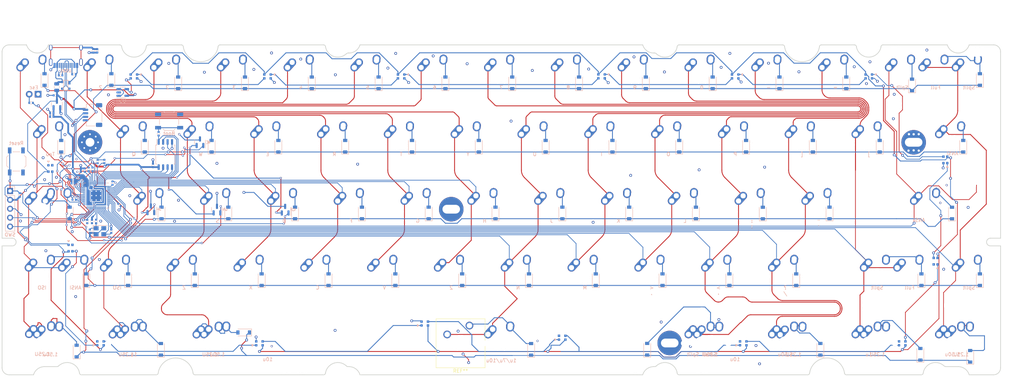
<source format=kicad_pcb>
(kicad_pcb (version 20221018) (generator pcbnew)
  (title_block (title "SST60 - Multi-layout 60% PCB") (date "2022-07-25") (rev "0.1"))
  (layers (0 "F.Cu" signal) (31 "B.Cu" signal) (34 "B.Paste" user) (35 "F.Paste" user) (36 "B.SilkS" user "B.Silkscreen") (37 "F.SilkS" user "F.Silkscreen") (38 "B.Mask" user) (39 "F.Mask" user) (44 "Edge.Cuts" user))
  (net 0 "")
  (net 1 "GND")
  (net 2 "XTAL_IN")
  (net 3 "Net-(C_Crystal2-Pad2)")
  (net 4 "+5V")
  (net 5 "GNDREF")
  (net 6 "row0")
  (net 7 "Net-(D1-Pad2)")
  (net 8 "row1")
  (net 9 "Net-(D2-Pad2)")
  (net 10 "row2")
  (net 11 "Net-(D3-Pad2)")
  (net 12 "row3")
  (net 13 "Net-(D4-Pad2)")
  (net 14 "row4")
  (net 15 "Net-(D5-Pad2)")
  (net 16 "Net-(D6-Pad2)")
  (net 17 "Net-(D7-Pad2)")
  (net 18 "Net-(D8-Pad2)")
  (net 19 "Net-(D9-Pad2)")
  (net 20 "Net-(D10-Pad2)")
  (net 21 "Net-(D11-Pad2)")
  (net 22 "Net-(D12-Pad2)")
  (net 23 "Net-(D13-Pad2)")
  (net 24 "Net-(D14-Pad2)")
  (net 25 "Net-(D15-Pad2)")
  (net 26 "Net-(D16-Pad2)")
  (net 27 "Net-(D17-Pad2)")
  (net 28 "Net-(D18-Pad2)")
  (net 29 "Net-(D19-Pad2)")
  (net 30 "Net-(D20-Pad2)")
  (net 31 "Net-(D21-Pad2)")
  (net 32 "Net-(D22-Pad2)")
  (net 33 "Net-(D23-Pad2)")
  (net 34 "Net-(D25-Pad2)")
  (net 35 "Net-(D26-Pad2)")
  (net 36 "Net-(D27-Pad2)")
  (net 37 "Net-(D28-Pad2)")
  (net 38 "Net-(D30-Pad2)")
  (net 39 "Net-(D31-Pad2)")
  (net 40 "Net-(D32-Pad2)")
  (net 41 "Net-(D33-Pad2)")
  (net 42 "Net-(D34-Pad2)")
  (net 43 "Net-(D35-Pad2)")
  (net 44 "Net-(D36-Pad2)")
  (net 45 "Net-(D37-Pad2)")
  (net 46 "Net-(D38-Pad2)")
  (net 47 "Net-(D39-Pad2)")
  (net 48 "Net-(D40-Pad2)")
  (net 49 "Net-(D41-Pad2)")
  (net 50 "Net-(D42-Pad2)")
  (net 51 "Net-(D43-Pad2)")
  (net 52 "Net-(D44-Pad2)")
  (net 53 "Net-(D45-Pad2)")
  (net 54 "Net-(D46-Pad2)")
  (net 55 "Net-(D48-Pad2)")
  (net 56 "Net-(D49-Pad2)")
  (net 57 "Net-(D50-Pad2)")
  (net 58 "Net-(D51-Pad2)")
  (net 59 "Net-(D52-Pad2)")
  (net 60 "Net-(D53-Pad2)")
  (net 61 "Net-(D54-Pad2)")
  (net 62 "Net-(D55-Pad2)")
  (net 63 "Net-(D56-Pad2)")
  (net 64 "Net-(D57-Pad2)")
  (net 65 "Net-(D58-Pad2)")
  (net 66 "Net-(D59-Pad2)")
  (net 67 "Net-(D61-Pad2)")
  (net 68 "Net-(D62-Pad2)")
  (net 69 "Net-(D63-Pad2)")
  (net 70 "Net-(D64-Pad2)")
  (net 71 "Net-(D65-Pad2)")
  (net 72 "Net-(D66-Pad2)")
  (net 73 "Net-(D67-Pad2)")
  (net 74 "Net-(D68-Pad2)")
  (net 76 "Net-(D69-Pad3)")
  (net 77 "Net-(D70-Pad3)")
  (net 78 "Net-(D71-Pad1)")
  (net 79 "RGB")
  (net 80 "Net-(D72-Pad3)")
  (net 81 "Net-(D73-Pad1)")
  (net 82 "Net-(D74-Pad3)")
  (net 83 "Net-(D75-Pad1)")
  (net 84 "Net-(D76-Pad3)")
  (net 85 "Net-(D77-Pad1)")
  (net 86 "Net-(D78-Pad3)")
  (net 87 "Net-(D79-Pad1)")
  (net 88 "Net-(D80-Pad3)")
  (net 89 "Net-(D81-Pad1)")
  (net 90 "Net-(D82-Pad3)")
  (net 91 "Net-(D83-Pad1)")
  (net 92 "VCC")
  (net 93 "D-")
  (net 94 "D+")
  (net 95 "RESET")
  (net 96 "SWDIO")
  (net 97 "SWCLK")
  (net 98 "CAPSLED")
  (net 99 "ESCLED")
  (net 100 "col0")
  (net 101 "col1")
  (net 102 "col2")
  (net 103 "col3")
  (net 104 "col4")
  (net 105 "col5")
  (net 106 "col6")
  (net 107 "col7")
  (net 108 "col8")
  (net 109 "col9")
  (net 110 "col10")
  (net 111 "col11")
  (net 112 "col12")
  (net 113 "XTAL_OUT")
  (net 114 "Net-(R_DATA1-Pad2)")
  (net 115 "Net-(R_DATA2-Pad2)")
  (net 116 "Net-(R_Flash1-Pad1)")
  (net 117 "CS")
  (net 118 "Net-(R_USB1-Pad1)")
  (net 119 "Net-(R_USB2-Pad1)")
  (net 123 "SD3")
  (net 124 "QSPI_CLK")
  (net 125 "SD0")
  (net 126 "SD2")
  (net 127 "SD1")
  (net 130 "+1V1")
  (net 131 "+3V3")
  (net 132 "Net-(MX3-Pad3)")
  (net 133 "col13")
  (net 134 "col14")
  (net 135 "RGBLED")
  (net 136 "W")
  (net 137 "A")
  (net 138 "S")
  (net 139 "D")
  (footprint "MX_Alps_Hybrid:MX-1.5U-NoLED" (layer "F.Cu") (at 46.0375 125.4125)
    (fp_text reference "1.50u")
    (fp_text value "MX-NoLED")
  )
  (footprint "MX_Alps_Hybrid:MX-1.25U-NoLED" (layer "F.Cu") (at 67.59 125.45)
    (fp_text reference "1.25U")
    (fp_text value "MX-NoLED")
  )
  (footprint "MX_Alps_Hybrid:MX-1U-NoLED" (layer "F.Cu") (at 146.05 68.2625)
    (fp_text reference "T")
    (fp_text value "MX-NoLED")
  )
  (footprint "MX_Alps_Hybrid:MX-1.5U-NoLED" (layer "F.Cu") (at 46.0375 68.2625)
    (fp_text reference "Tab")
    (fp_text value "MX-NoLED")
  )
  (footprint "MX_Alps_Hybrid:MX-1U-NoLED" (layer "F.Cu") (at 260.35 68.2625)
    (fp_text reference "[")
    (fp_text value "MX-NoLED")
  )
  (footprint "MX_Alps_Hybrid:MX-1.5U-NoLED" (layer "F.Cu") (at 255.5875 125.4125)
    (fp_text reference "1.50u")
    (fp_text value "MX-NoLED")
  )
  (footprint "MX_Alps_Hybrid:MX-1U-NoLED" (layer "F.Cu") (at 127 68.2625)
    (fp_text reference "R")
    (fp_text value "MX-NoLED")
  )
  (footprint "MX_Alps_Hybrid:MX-1U-NoLED" (layer "F.Cu") (at 217.4875 106.3625)
    (fp_text reference "<")
    (fp_text value ",")
  )
  (footprint "MX_Alps_Hybrid:MX-1.25U-FLIPPED" (layer "F.Cu") (at 43.65625 87.3125)
    (fp_text reference "Stepped" hide)
    (fp_text value "MX-LED")
  )
  (footprint "MX_Alps_Hybrid:MX-1.25U-NoLED" (layer "F.Cu") (at 91.51 125.45)
    (fp_text reference "1.25U")
    (fp_text value "MX-NoLED")
  )
  (footprint "MX_Alps_Hybrid:MX-1U-NoLED" (layer "F.Cu") (at 93.6625 87.3125)
    (fp_text reference "S")
    (fp_text value "MX-NoLED")
  )
  (footprint "MX_Alps_Hybrid:MX-1U-NoLED" (layer "F.Cu") (at 169.8625 87.3125)
    (fp_text reference "H")
    (fp_text value "MX-NoLED")
  )
  (footprint "MX_Alps_Hybrid:MX-1U-NoLED" (layer "F.Cu") (at 112.7125 87.3125)
    (fp_text reference "D")
    (fp_text value "MX-NoLED")
  )
  (footprint "MX_Alps_Hybrid:MX-1U-NoLED" (layer "F.Cu") (at 188.9125 87.3125)
    (fp_text reference "J")
    (fp_text value "MX-NoLED")
  )
  (footprint "MX_Alps_Hybrid:MX-1U-NoLED" (layer "F.Cu") (at 84.1375 106.3625)
    (fp_text reference "Z")
    (fp_text value "MX-NoLED")
  )
  (footprint "MX_Alps_Hybrid:MX-1.25U-NoLED" (layer "F.Cu") (at 234.24 125.43)
    (fp_text reference "1.25U")
    (fp_text value "MX-NoLED")
  )
  (footprint "MX_Alps_Hybrid:MX-1U-NoLED" (layer "F.Cu") (at 307.975 106.3625)
    (fp_text reference "Split")
    (fp_text value "MX-NoLED")
  )
  (footprint "MX_Alps_Hybrid:MX-1U-NoLED" (layer "F.Cu") (at 88.9 68.2625)
    (fp_text reference "W")
    (fp_text value "MX-NoLED")
  )
  (footprint "MX_Alps_Hybrid:MX-1U-NoLED" (layer "F.Cu") (at 250.825 49.2125)
    (fp_text reference "-")
    (fp_text value "MX-NoLED")
  )
  (footprint "MX_Alps_Hybrid:MX-1.75U-NoLED" (layer "F.Cu") (at 281.78125 106.3625)
    (fp_text reference "Split")
    (fp_text value "MX-NoLED")
  )
  (footprint "MX_Alps_Hybrid:MX-1U-NoLED" (layer "F.Cu") (at 141.2875 106.3625)
    (fp_text reference "V")
    (fp_text value "MX-NoLED")
  )
  (footprint "MX_Alps_Hybrid:MX-1U-NoLED" (layer "F.Cu") (at 103.1875 106.3625)
    (fp_text reference "X")
    (fp_text value "MX-NoLED")
  )
  (footprint "MX_Alps_Hybrid:MX-1U-NoLED" (layer "F.Cu") (at 279.4 125.4125)
    (fp_text reference "1u")
    (fp_text value "MX-NoLED")
  )
  (footprint "MX_Alps_Hybrid:MX-1U-NoLED" (layer "F.Cu") (at 136.525 49.2125)
    (fp_text reference "5")
    (fp_text value "MX-NoLED")
  )
  (footprint "MX_Alps_Hybrid:MX-1.25U-NoLED" (layer "F.Cu") (at 305.7 125.43)
    (fp_text reference "1.25U")
    (fp_text value "MX-NoLED")
  )
  (footprint "Components:L60 Outline" (layer "F.Cu") (at 174.6175 89.8375)
    (fp_text reference "H1" hide)
    (fp_text value "PCB Outline")
    (fp_line (start -142.342492 -47.624993) (end -142.342492 5.574996) (stroke (width 0.2)) (layer "Edge.Cuts"))
    (fp_line (start -142.342492 5.574996) (end -139.449495 5.574996) (stroke (width 0.2)) (layer "Edge.Cuts"))
    (fp_line (start -142.342492 7.775) (end -142.342492 42.575) (stroke (width 0.2)) (layer "Edge.Cuts"))
    (fp_line (start -140.342492 44.575) (end -133.383493 44.575) (stroke (width 0.2)) (layer "Edge.Cuts"))
    (fp_line (start -139.449495 7.775) (end -142.342492 7.775) (stroke (width 0.2)) (layer "Edge.Cuts"))
    (fp_line (start -135.383493 -49.624993) (end -140.342492 -49.624993) (stroke (width 0.2)) (layer "Edge.Cuts"))
    (fp_line (start -130.267492 42.249999) (end -126.692495 42.249999) (stroke (width 0.2)) (layer "Edge.Cuts"))
    (fp_line (start -119.720495 44.575) (end -98.376497 44.575) (stroke (width 0.2)) (layer "Edge.Cuts"))
    (fp_line (start -108.812494 -49.624993) (end -129.151494 -49.624993) (stroke (width 0.2)) (layer "Edge.Cuts"))
    (fp_line (start -91.247491 -49.624993) (end -100.670495 -49.624993) (stroke (width 0.2)) (layer "Edge.Cuts"))
    (fp_line (start -87.34649 44.575) (end -50.688493 44.575) (stroke (width 0.2)) (layer "Edge.Cuts"))
    (fp_line (start -50.688493 -49.624993) (end -80.187494 -49.624993) (stroke (width 0.2)) (layer "Edge.Cuts"))
    (fp_line (start -43.687486 42.249999) (end -43.417497 42.249999) (stroke (width 0.2)) (layer "Edge.Cuts"))
    (fp_line (start -43.417497 -47.299996) (end -43.643495 -47.299996) (stroke (width 0.2)) (layer "Edge.Cuts"))
    (fp_line (start -40.3015 44.575) (end 40.316512 44.575) (stroke (width 0.2)) (layer "Edge.Cuts"))
    (fp_line (start 40.316512 -49.624993) (end -40.3015 -49.624993) (stroke (width 0.2)) (layer "Edge.Cuts"))
    (fp_line (start 43.432509 42.249999) (end 43.700514 42.249999) (stroke (width 0.2)) (layer "Edge.Cuts"))
    (fp_line (start 43.686507 -47.299996) (end 43.432509 -47.299996) (stroke (width 0.2)) (layer "Edge.Cuts"))
    (fp_line (start 50.703505 44.575) (end 87.36151 44.575) (stroke (width 0.2)) (layer "Edge.Cuts"))
    (fp_line (start 80.202513 -49.624993) (end 50.703505 -49.624993) (stroke (width 0.2)) (layer "Edge.Cuts"))
    (fp_line (start 98.391509 44.575) (end 119.735503 44.575) (stroke (width 0.2)) (layer "Edge.Cuts"))
    (fp_line (start 100.685515 -49.624993) (end 91.262511 -49.624993) (stroke (width 0.2)) (layer "Edge.Cuts"))
    (fp_line (start 126.825499 42.249999) (end 130.2825 42.249999) (stroke (width 0.2)) (layer "Edge.Cuts"))
    (fp_line (start 127.166503 -49.624993) (end 108.827513 -49.624993) (stroke (width 0.2)) (layer "Edge.Cuts"))
    (fp_line (start 133.398497 44.575) (end 140.357512 44.575) (stroke (width 0.2)) (layer "Edge.Cuts"))
    (fp_line (start 139.464507 5.574996) (end 142.357512 5.574996) (stroke (width 0.2)) (layer "Edge.Cuts"))
    (fp_line (start 140.357512 -49.624993) (end 133.398497 -49.624993) (stroke (width 0.2)) (layer "Edge.Cuts"))
    (fp_line (start 142.357512 5.574996) (end 142.357512 -47.624993) (stroke (width 0.2)) (layer "Edge.Cuts"))
    (fp_line (start 142.357512 7.775) (end 139.464507 7.775) (stroke (width 0.2)) (layer "Edge.Cuts"))
    (fp_line (start 142.357512 42.575) (end 142.357512 7.775) (stroke (width 0.2)) (layer "Edge.Cuts"))
    (fp_arc (start -142.342492 -47.624993) (mid -141.756494 -49.038995) (end -140.342492 -49.624993) (stroke (width 0.2)) (layer "Edge.Cuts"))
    (fp_arc (start -140.342492 44.575) (mid -141.756492 43.989) (end -142.342492 42.575) (stroke (width 0.2)) (layer "Edge.Cuts"))
    (fp_arc (start -139.449495 5.574996) (mid -138.349492 6.674998) (end -139.449495 7.775) (stroke (width 0.2)) (layer "Edge.Cuts"))
    (fp_arc (start -133.383493 44.575) (mid -132.211577 42.895063) (end -130.267492 42.249999) (stroke (width 0.2)) (layer "Edge.Cuts"))
    (fp_arc (start -129.151494 -49.624993) (mid -132.267494 -47.299997) (end -135.383493 -49.624993) (stroke (width 0.2)) (layer "Edge.Cuts"))
    (fp_arc (start -126.258493 42.069999) (mid -126.457636 42.203057) (end -126.692495 42.249999) (stroke (width 0.2)) (layer "Edge.Cuts"))
    (fp_arc (start -126.258493 42.069999) (mid -122.695182 41.248101) (end -120.291494 44.004001) (stroke (width 0.2)) (layer "Edge.Cuts"))
    (fp_arc (start -119.720495 44.575) (mid -120.124494 44.408) (end -120.291494 44.004001) (stroke (width 0.2)) (layer "Edge.Cuts"))
    (fp_arc (start -108.812494 -49.624993) (mid -108.408491 -49.457997) (end -108.241495 -49.053994) (stroke (width 0.2)) (layer "Edge.Cuts"))
    (fp_arc (start -101.241495 -49.053994) (mid -104.741495 -46.124993) (end -108.241495 -49.053994) (stroke (width 0.2)) (layer "Edge.Cuts"))
    (fp_arc (start -101.241495 -49.053994) (mid -101.074499 -49.457997) (end -100.670495 -49.624993) (stroke (width 0.2)) (layer "Edge.Cuts"))
    (fp_arc (start -97.820489 44.019) (mid -97.983494 44.412) (end -98.376497 44.575) (stroke (width 0.2)) (layer "Edge.Cuts"))
    (fp_arc (start -97.820489 44.019) (mid -92.86149 39.770998) (end -87.90249 44.019) (stroke (width 0.2)) (layer "Edge.Cuts"))
    (fp_arc (start -91.247491 -49.624993) (mid -90.843488 -49.457997) (end -90.676492 -49.053994) (stroke (width 0.2)) (layer "Edge.Cuts"))
    (fp_arc (start -87.34649 44.575) (mid -87.739492 44.412002) (end -87.90249 44.019) (stroke (width 0.2)) (layer "Edge.Cuts"))
    (fp_arc (start -80.758493 -49.053994) (mid -85.717493 -44.806002) (end -90.676492 -49.053994) (stroke (width 0.2)) (layer "Edge.Cuts"))
    (fp_arc (start -80.758493 -49.053994) (mid -80.591497 -49.457997) (end -80.187494 -49.624993) (stroke (width 0.2)) (layer "Edge.Cuts"))
    (fp_arc (start -50.688493 -49.624993) (mid -50.28449 -49.457997) (end -50.117494 -49.053994) (stroke (width 0.2)) (layer "Edge.Cuts"))
    (fp_arc (start -50.117494 44.004001) (mid -50.284494 44.408) (end -50.688493 44.575) (stroke (width 0.2)) (layer "Edge.Cuts"))
    (fp_arc (start -50.117494 44.004001) (mid -47.728134 41.253207) (end -44.172487 42.048999) (stroke (width 0.2)) (layer "Edge.Cuts"))
    (fp_arc (start -44.20749 -47.066003) (mid -47.750885 -46.310792) (end -50.117494 -49.053994) (stroke (width 0.2)) (layer "Edge.Cuts"))
    (fp_arc (start -44.20749 -47.066003) (mid -43.948694 -47.238922) (end -43.643495 -47.299996) (stroke (width 0.2)) (layer "Edge.Cuts"))
    (fp_arc (start -43.687486 42.249999) (mid -43.95 42.197791) (end -44.172487 42.048999) (stroke (width 0.2)) (layer "Edge.Cuts"))
    (fp_arc (start -43.417497 42.249999) (mid -41.473413 42.895062) (end -40.3015 44.575) (stroke (width 0.2)) (layer "Edge.Cuts"))
    (fp_arc (start -40.3015 -49.624993) (mid -41.473416 -47.945061) (end -43.417497 -47.299996) (stroke (width 0.2)) (layer "Edge.Cuts"))
    (fp_arc (start 40.316512 44.575) (mid 41.488423 42.89506) (end 43.432509 42.249999) (stroke (width 0.2)) (layer "Edge.Cuts"))
    (fp_arc (start 43.432509 -47.299996) (mid 41.488431 -47.945059) (end 40.316512 -49.624993) (stroke (width 0.2)) (layer "Edge.Cuts"))
    (fp_arc (start 43.686507 -47.299996) (mid 43.96415 -47.245156) (end 44.199507 -47.088006) (stroke (width 0.2)) (layer "Edge.Cuts"))
    (fp_arc (start 44.189513 42.047) (mid 43.96505 42.19677) (end 43.700514 42.249999) (stroke (width 0.2)) (layer "Edge.Cuts"))
    (fp_arc (start 44.189513 42.047) (mid 47.744655 41.253058) (end 50.132506 44.004001) (stroke (width 0.2)) (layer "Edge.Cuts"))
    (fp_arc (start 50.132506 -49.053994) (mid 47.750925 -46.305812) (end 44.199507 -47.088006) (stroke (width 0.2)) (layer "Edge.Cuts"))
    (fp_arc (start 50.132506 -49.053994) (mid 50.299511 -49.457988) (end 50.703505 -49.624993) (stroke (width 0.2)) (layer "Edge.Cuts"))
    (fp_arc (start 50.703505 44.575) (mid 50.299509 44.407995) (end 50.132506 44.004001) (stroke (width 0.2)) (layer "Edge.Cuts"))
    (fp_arc (start 80.202513 -49.624993) (mid 80.606494 -49.457981) (end 80.773512 -49.053994) (stroke (width 0.2)) (layer "Edge.Cuts"))
    (fp_arc (start 87.91751 44.019) (mid 87.754516 44.412009) (end 87.36151 44.575) (stroke (width 0.2)) (layer "Edge.Cuts"))
    (fp_arc (start 87.91751 44.019) (mid 92.87651 39.770997) (end 97.835509 44.019) (stroke (width 0.2)) (layer "Edge.Cuts"))
    (fp_arc (start 90.691497 -49.053994) (mid 85.732505 -44.806004) (end 80.773512 -49.053994) (stroke (width 0.2)) (layer "Edge.Cuts"))
    (fp_arc (start 90.691497 -49.053994) (mid 90.858507 -49.457997) (end 91.262511 -49.624993) (stroke (width 0.2)) (layer "Edge.Cuts"))
    (fp_arc (start 98.391509 44.575) (mid 97.998498 44.412008) (end 97.835509 44.019) (stroke (width 0.2)) (layer "Edge.Cuts"))
    (fp_arc (start 100.685515 -49.624993) (mid 101.089554 -49.458039) (end 101.256499 -49.053994) (stroke (width 0.2)) (layer "Edge.Cuts"))
    (fp_arc (start 108.256499 -49.053994) (mid 104.756499 -46.124993) (end 101.256499 -49.053994) (stroke (width 0.2)) (layer "Edge.Cuts"))
    (fp_arc (start 108.256499 -49.053994) (mid 108.423509 -49.457996) (end 108.827513 -49.624993) (stroke (width 0.2)) (layer "Edge.Cuts"))
    (fp_arc (start 120.306517 44.004001) (mid 120.139505 44.408004) (end 119.735503 44.575) (stroke (width 0.2)) (layer "Edge.Cuts"))
    (fp_arc (start 120.306517 44.004001) (mid 122.649454 41.268997) (end 126.179503 41.981997) (stroke (width 0.2)) (layer "Edge.Cuts"))
    (fp_arc (start 126.825499 42.249999) (mid 126.475882 42.180158) (end 126.179503 41.981997) (stroke (width 0.2)) (layer "Edge.Cuts"))
    (fp_arc (start 130.2825 42.249999) (mid 132.226596 42.895058) (end 133.398497 44.575) (stroke (width 0.2)) (layer "Edge.Cuts"))
    (fp_arc (start 133.398497 -49.624993) (mid 130.2825 -47.299996) (end 127.166503 -49.624993) (stroke (width 0.2)) (layer "Edge.Cuts"))
    (fp_arc (start 139.464507 7.775) (mid 138.3645 6.675) (end 139.464507 5.574996) (stroke (width 0.2)) (layer "Edge.Cuts"))
    (fp_arc (start 140.357512 -49.624993) (mid 141.77151 -49.038997) (end 142.357512 -47.624993) (stroke (width 0.2)) (layer "Edge.Cuts"))
    (fp_arc (start 142.357512 42.575) (mid 141.771521 43.989013) (end 140.357512 44.575) (stroke (width 0.2)) (layer "Edge.Cuts"))
  )
  (footprint "MX_Alps_Hybrid:MX-1U-NoLED" (layer "F.Cu") (at 150.8125 87.3125)
    (fp_text reference "G")
    (fp_text value "MX-NoLED")
  )
  (footprint "MX_Alps_Hybrid:MX-1U-NoLED" (layer "F.Cu") (at 231.775 125.4125)
    (fp_text reference "Small Split")
    (fp_text value "MX-NoLED")
  )
  (footprint "MX_Alps_Hybrid:MX-1U-NoLED" (layer "F.Cu") (at 246.0625 87.3125)
    (fp_text reference ":")
    (fp_text value ";")
  )
  (footprint "MX_Alps_Hybrid:MX-1U-NoLED" (layer "F.Cu") (at 60.35 49.19)
    (fp_text reference "2")
    (fp_text value "MX-NoLED")
  )
  (footprint "MX_Alps_Hybrid:MX-1U-NoLED" (layer "F.Cu") (at 193.675 49.2125)
    (fp_text reference "8")
    (fp_text value "MX-NoLED")
  )
  (footprint "MX_Alps_Hybrid:MX-1U-NoLED" (layer "F.Cu") (at 241.3 68.2625)
    (fp_text reference "P")
    (fp_text value "MX-NoLED")
  )
  (footprint "Button_Switch_Keyboard:SW_Cherry_MX_6.25u_PCB" (layer "F.Cu") (at 160.45 130.51 180)
    (fp_text reference "REF**")
    (fp_text value "SW_Cherry_MX_6.25u_PCB")
  )
  (footprint "MX_Alps_Hybrid:MX-1U-NoLED" (layer "F.Cu") (at 69.85 68.2625)
    (fp_text reference "Q")
    (fp_text value "MX-NoLED")
  )
  (footprint "MX_Alps_Hybrid:MX-1U-NoLED" (layer "F.Cu") (at 165.1 68.2625)
    (fp_text reference "Y")
    (fp_text value "MX-NoLED")
  )
  (footprint "MX_Alps_Hybrid:MX-1U-NoLED" (layer "F.Cu") (at 279.4 68.2625)
    (fp_text reference "]")
    (fp_text value "MX-NoLED")
  )
  (footprint "MX_Alps_Hybrid:MX-1U-NoLED" (layer "F.Cu") (at 174.625 125.4125)
    (fp_text reference "1u/7u/10u")
    (fp_text value "MX-NoLED")
  )
  (footprint "MX_Alps_Hybrid:MX-1U-NoLED" (layer "F.Cu") (at 212.725 49.2125)
    (fp_text reference "9")
    (fp_text value "MX-NoLED")
  )
  (footprint "MX_Alps_Hybrid:MX-1U-NoLED" (layer "F.Cu") (at 65.0875 106.3625)
    (fp_text reference "ISO")
    (fp_text value "MX-NoLED")
  )
  (footprint "MX_Alps_Hybrid:MX-1U-NoLED" (layer "F.Cu") (at 236.5375 106.3625)
    (fp_text reference ">")
    (fp_text value ".")
  )
  (footprint "MX_Alps_Hybrid:MX-2.75U-NoLED" (layer "F.Cu") (at 291.30625 106.3625)
    (fp_text reference "Full")
    (fp_text value "MX-NoLED")
  )
  (footprint "MX_Alps_Hybrid:MX-1U-NoLED" (layer "F.Cu") (at 122.2375 106.3625)
    (fp_text reference "C")
    (fp_text value "MX-NoLED")
  )
  (footprint "MX_Alps_Hybrid:MX-1U-NoLED" (layer "F.Cu") (at 107.95 68.2625)
    (fp_text reference "E")
    (fp_text value "MX-NoLED")
  )
  (footprint "MX_Alps_Hybrid:MX-2.25U-NoLED" (layer "F.Cu") (at 296.06875 87.3125)
    (fp_text reference "ANSI")
    (fp_text value "MX-NoLED")
  )
  (footprint "MX_Alps_Hybrid:MX-1U-NoLED" (layer "F.Cu") (at 74.6125 87.3125)
    (fp_text reference "A" hide)
    (fp_text value "MX-NoLED")
  )
  (footprint "MX_Alps_Hybrid:MX-1U-NoLED" (layer "F.Cu") (at 160.32 106.38)
    (fp_text reference "2")
    (fp_text value "MX-NoLED")
  )
  (footprint "MX_Alps_Hybrid:MX-1U-NoLED" (layer "F.Cu") (at 307.975 49.2125)
    (fp_text reference "Split")
    (fp_text value "MX-NoLED")
  )
  (footprint "MX_Alps_Hybrid:MX-1U-NoLED" (layer "F.Cu") (at 231.775 49.2125)
    (fp_text reference "0")
    (fp_text value "MX-NoLED")
  )
  (footprint "MX_Alps_Hybrid:MX-1U-NoLED" (layer "F.Cu") (at 227.0125 87.3125)
    (fp_text reference "L")
    (fp_text value "MX-NoLED")
  )
  (footprint "MX_Alps_Hybrid:MX-1U-NoLED" (layer "F.Cu") (at 203.2 68.2625)
    (fp_text reference "I")
    (fp_text value "MX-NoLED")
  )
  (footprint "MX_Alps_Hybrid:MX-1U-NoLED" (layer "F.Cu") (at 198.4375 106.3625)
    (fp_text reference "M")
    (fp_text value "MX-NoLED")
  )
  (footprint "MX_Alps_Hybrid:MX-2U-NoLED" (layer "F.Cu") (at 298.45 49.2125)
    (fp_text reference "Full")
    (fp_text value "MX-NoLED")
  )
  (footprint "MX_Alps_Hybrid:MX-1U-NoLED" (layer "F.Cu") (at 255.5875 106.3625)
    (fp_text reference "?")
    (fp_text value "/")
  )
  (footprint "MX_Alps_Hybrid:MX-1U-NoLED" (layer "F.Cu") (at 131.7625 87.3125)
    (fp_text reference "F")
    (fp_text value "MX-NoLED")
  )
  (footprint "MX_Alps_Hybrid:MX-1U-NoLED" (layer "F.Cu") (at 69.85 125.4125)
    (fp_text reference "1u")
    (fp_text value "MX-NoLED")
  )
  (footprint "MX_Alps_Hybrid:MX-1U-NoLED" (layer "F.Cu") (at 179.3875 106.3625)
    (fp_text reference "N")
    (fp_text value "MX-NoLED")
  )
  (footprint "MX_Alps_Hybrid:MX-1U-NoLED" (layer "F.Cu") (at 98.425 49.2125)
    (fp_text reference "3")
    (fp_text value "MX-NoLED")
  )
  (footprint "MX_Alps_Hybrid:MX-1U-NoLED" (layer "F.Cu") (at 155.575 49.2125)
    (fp_text reference "6")
    (fp_text value "MX-NoLED")
  )
  (footprint "MX_Alps_Hybrid:MX-1U-NoLED" (layer "F.Cu") (at 265.1125 87.3125)
    (fp_text reference "\"")
    (fp_text value "'")
  )
  (footprint "MX_Alps_Hybrid:MX-1U" (layer "F.Cu") (at 41.275 49.2125)
    (fp_text reference "Esc")
    (fp_text value "MX-LED")
  )
  (footprint "MX_Alps_Hybrid:MX-1.5U-NoLED" (layer "F.Cu") (at 93.6625 125.4125)
    (fp_text reference "1.50u")
    (fp_text value "MX-NoLED")
  )
  (footprint "MX_Alps_Hybrid:MX-1.25U-NoLED" (layer "F.Cu") (at 281.8 125.43)
    (fp_text reference "1.25U")
    (fp_text value "MX-NoLED")
  )
  (footprint "MX_Alps_Hybrid:MX-1U-NoLED" (layer "F.Cu") (at 269.875 49.2125)
    (fp_text reference "=")
    (fp_text value "MX-NoLED")
  )
  (footprint "MX_Alps_Hybrid:MX-1.25U-NoLED" (layer "F.Cu") (at 43.75 125.33)
    (fp_text reference "1.25U")
    (fp_text value "MX-NoLED")
  )
  (footprint "MX_Alps_Hybrid:MX-1U-NoLED" (layer "F.Cu") (at 288.925 49.2125)
    (fp_text reference "Split")
    (fp_text value "MX-NoLED")
  )
  (footprint "MX_Alps_Hybrid:MX-1U-NoLED" (layer "F.Cu") (at 207.9625 87.3125)
    (fp_text reference "K")
    (fp_text value "MX-NoLED")
  )
  (footprint "MX_Alps_Hybrid:MX-1.25U-NoLED" (layer "F.Cu") (at 43.65625 106.3625)
    (fp_text reference "ISO")
    (fp_text value "MX-NoLED")
  )
  (footprint "MX_Alps_Hybrid:MX-1U-NoLED" (layer "F.Cu") (at 79.375 49.2125)
    (fp_text reference "2")
    (fp_text value "MX-NoLED")
  )
  (footprint "MX_Alps_Hybrid:MX-1.5U-NoLED" (layer "F.Cu") (at 303.2125 68.2625)
    (fp_text reference "ANSI")
    (fp_text value "MX-NoLED")
  )
  (footprint "MX_Alps_Hybrid:MX-1.75U" (layer "F.Cu") (at 48.41875 87.3125)
    (fp_text reference "Full" hide)
    (fp_text value "MX-LED")
  )
  (footprint "MX_Alps_Hybrid:MX-1U-NoLED" (layer "F.Cu") (at 174.625 49.2125)
    (fp_text reference "7")
    (fp_text value "MX-NoLED")
  )
  (footprint "MX_Alps_Hybrid:MX-1U-NoLED" (layer "F.Cu") (at 222.25 68.2625)
    (fp_text reference "O")
    (fp_text value "MX-NoLED")
  )
  (footprint "MX_Alps_Hybrid:MX-1.5U-NoLED" (layer "F.Cu") (at 303.2125 125.4125)
    (fp_text reference "1.50u")
    (fp_text value "MX-NoLED")
  )
  (footprint "MX_Alps_Hybrid:MX-2.25U-NoLED" (layer "F.Cu") (at 53.18125 106.3625)
    (fp_text reference "ANSI")
    (fp_text value "MX-NoLED")
  )
  (footprint "MX_Alps_Hybrid:MX-7U-ReversedStabilizers-NoLED" (layer "F.Cu") (at 174.625 125.4125)
    (fp_text reference "MX42")
    (fp_text value "MX-NoLED")
  )
  (footprint "MX_Alps_Hybrid:MX-1U-NoLED" (layer "F.Cu") (at 117.475 49.2125)
    (fp_text reference "4")
    (fp_text value "MX-NoLED")
  )
  (footprint "MX_Alps_Hybrid:MX-1.25U-NoLED" (layer "F.Cu") (at 257.96 125.49)
    (fp_text reference "1.25U")
    (fp_text value "MX-NoLED")
  )
  (footprint "MX_Alps_Hybrid:MX-1U-NoLED" (layer "F.Cu") (at 184.15 68.2625)
    (fp_text reference "U")
    (fp_text value "MX-NoLED")
  )
  (footprint "random-keyboard-parts:SOT143B" (layer "B.Cu") (at 50.425 51.775 180)
    (fp_text reference "U4" hide)
    (fp_text value "PRTR5V0U2X")
  )
  (footprint "Button_Switch_SMD:SW_SPST_TL3342" (layer "B.Cu") (at 36.33 73.5 -90)
    (fp_text reference "SW2" hide)
    (fp_text value "Reset")
  )
  (footprint "Diode_SMD:D_SOD-123" (layer "B.Cu") (at 106.275 107.25 90)
    (fp_text reference "D19" hide)
    (fp_text value "D_Small")
  )
  (footprint "Capacitor_SMD:C_0402_1005Metric" (layer "B.Cu") (at 57.9 90.65 -90)
    (fp_text reference "C_3V-Decoup8" hide)
    (fp_text value ".1u")
  )
  (footprint "Diode_SMD:D_SOD-123" (layer "B.Cu") (at 220.575 107.25 90)
    (fp_text reference "D46" hide)
    (fp_text value "D_Small")
  )
  (footprint "acheron_Components:LED_WS2812_2020" (layer "B.Cu") (at 105.65 125.425 180)
    (fp_text reference "D74" hide)
    (fp_text value "WS2812B-2020")
  )
  (footprint "Diode_SMD:D_SOD-123" (layer "B.Cu") (at 101.16 122.33 180)
    (fp_text reference "D15" hide)
    (fp_text value "D_Small")
  )
  (footprint "acheron_Components:LED_WS2812_2020" (layer "B.Cu") (at 69.85 49.225)
    (fp_text reference "D71" hide)
    (fp_text value "WS2812B-2020")
  )
  (footprint "Diode_SMD:D_SOD-123" (layer "B.Cu") (at 291.725 51.65 90)
    (fp_text reference "D63" hide)
    (fp_text value "D_Small")
  )
  (footprint "Diode_SMD:D_SOD-123" (layer "B.Cu") (at 187.25 69.15 90)
    (fp_text reference "D35" hide)
    (fp_text value "D_Small")
  )
  (footprint "Capacitor_SMD:C_0402_1005Metric" (layer "B.Cu") (at 61.43 73.51 90)
    (fp_text reference "C_1V-Decoup2" hide)
    (fp_text value ".1u")
  )
  (footprint "Diode_SMD:D_SOD-123" (layer "B.Cu") (at 149.15 69.15 90)
    (fp_text reference "D26" hide)
    (fp_text value "D_Small")
  )
  (footprint "Capacitor_SMD:C_0402_1005Metric" (layer "B.Cu") (at 46.45 59.65 180)
    (fp_text reference "C_LDO2" hide)
    (fp_text value "1u")
  )
  (footprint "Diode_SMD:D_SOD-123" (layer "B.Cu") (at 263.45 69.15 90)
    (fp_text reference "D54" hide)
    (fp_text value "D_Small")
  )
  (footprint "Capacitor_SMD:C_0402_1005Metric" (layer "B.Cu") (at 54.7 76.975 90)
    (fp_text reference "C_3V-Decoup2" hide)
    (fp_text value "1u")
  )
  (footprint "Diode_SMD:D_SOD-123" (layer "B.Cu") (at 177.725 51.05 90)
    (fp_text reference "D34" hide)
    (fp_text value "D_Small")
  )
  (footprint "Diode_SMD:D_SOD-123" (layer "B.Cu") (at 249.175 88.225 90)
    (fp_text reference "D50" hide)
    (fp_text value "D_Small")
  )
  (footprint "Capacitor_SMD:C_0402_1005Metric" (layer "B.Cu") (at 75.3 74.625 90)
    (fp_text reference "C_Flash1" hide)
    (fp_text value ".1u")
  )
  (footprint "Package_TO_SOT_SMD:SOT-23" (layer "B.Cu") (at 74.69 87.16 90)
    (fp_text reference "A")
    (fp_text value "SOT-23")
  )
  (footprint "acheron_Components:LED_WS2812_2020" (layer "B.Cu") (at 298.45 101.975 -90)
    (fp_text reference "D84" hide)
    (fp_text value "WS2812B-2020")
  )
  (footprint "Capacitor_SMD:C_0402_1005Metric" (layer "B.Cu") (at 63.75 79.675 90)
    (fp_text reference "C_3V-Decoup6" hide)
    (fp_text value ".1u")
  )
  (footprint "Diode_SMD:D_SOD-123" (layer "B.Cu") (at 234.875 51.05 90)
    (fp_text reference "D48" hide)
    (fp_text value "D_Small")
  )
  (footprint "Diode_SMD:D_SOD-123" (layer "B.Cu") (at 134.875 88.2 90)
    (fp_text reference "D22" hide)
    (fp_text value "D_Small")
  )
  (footprint "Capacitor_SMD:C_0402_1005Metric" (layer "B.Cu") (at 57.3 93.425 90)
    (fp_text reference "C_Crystal2" hide)
    (fp_text value "22pF")
  )
  (footprint "Diode_SMD:D_SOD-123" (layer "B.Cu") (at 206.3 69.15 90)
    (fp_text reference "D40" hide)
    (fp_text value "D_Small")
  )
  (footprint "Resistor_SMD:R_0402_1005Metric" (layer "B.Cu") (at 59.075 90.625 90)
    (fp_text reference "R_Crystal1" hide)
    (fp_text value "1k")
  )
  (footprint "Diode_SMD:D_SOD-123" (layer "B.Cu") (at 96.775 88.2 90)
    (fp_text reference "D14" hide)
    (fp_text value "D_Small")
  )
  (footprint "Resistor_SMD:R_0402_1005Metric" (layer "B.Cu") (at 40.53 56.77 180)
    (fp_text reference "R_LED1" hide)
    (fp_text value "220")
  )
  (footprint "Package_TO_SOT_SMD:SOT-23" (layer "B.Cu") (at 88.69 68.02 90)
    (fp_text reference "W")
    (fp_text value "SOT-23")
  )
  (footprint "acheron_Components:LED_WS2812_2020" (layer "B.Cu") (at 191.975 123.82 180)
    (fp_text reference "D78" hide)
    (fp_text value "WS2812B-2020")
  )
  (footprint "Diode_SMD:D_SOD-123" (layer "B.Cu") (at 77.56 127.13 90)
    (fp_text reference "D10" hide)
    (fp_text value "D_Small")
  )
  (footprint "acheron_Components:LED_WS2812_2020" (layer "B.Cu") (at 203.2 49.2)
    (fp_text reference "D77" hide)
    (fp_text value "WS2812B-2020")
  )
  (footprint "Diode_SMD:D_SOD-123" (layer "B.Cu") (at 294.4 107.25 90)
    (fp_text reference "D61" hide)
    (fp_text value "D_Small")
  )
  (footprint "cipulot_parts:HRO-TYPE-C-31-M-12-Assembly" (layer "B.Cu") (at 50.45 38.3875)
    (fp_text reference "USB1")
    (fp_text value "HRO-TYPE-C-31-M-12")
  )
  (footprint "Diode_SMD:D_SOD-123" (layer "B.Cu") (at 68.2 107.25 90)
    (fp_text reference "D9" hide)
    (fp_text value "D_Small")
  )
  (footprint "Diode_SMD:D_SOD-123" (layer "B.Cu") (at 182.5 107.25 90)
    (fp_text reference "D37" hide)
    (fp_text value "D_Small")
  )
  (footprint "Capacitor_SMD:C_0402_1005Metric" (layer "B.Cu") (at 55.85 75.975 90)
    (fp_text reference "C_1V-Decoup1" hide)
    (fp_text value "1u")
  )
  (footprint "cipulot_parts:RP2040-QFN-56" (layer "B.Cu") (at 59.1 83.25 180)
    (fp_text reference "U1" hide)
    (fp_text value "RP2040")
  )
  (footprint "Diode_SMD:D_SOD-123" (layer "B.Cu") (at 196.775 51.05 90)
    (fp_text reference "D39" hide)
    (fp_text value "D_Small")
  )
  (footprint "Diode_SMD:D_SOD-123" (layer "B.Cu") (at 49.125 69.15 90)
    (fp_text reference "D2" hide)
    (fp_text value "D_Small")
  )
  (footprint "Diode_SMD:D_SOD-123" (layer "B.Cu") (at 63.425 50.1 90)
    (fp_text reference "D6" hide)
    (fp_text value "D_Small")
  )
  (footprint "Capacitor_SMD:C_0402_1005Metric" (layer "B.Cu") (at 52.55 78.7 180)
    (fp_text reference "C_3V-Decoup7" hide)
    (fp_text value ".1u")
  )
  (footprint "acheron_Components:LED_WS2812_2020" (layer "B.Cu") (at 60.325 125.425 180)
    (fp_text reference "D72" hide)
    (fp_text value "WS2812B-2020")
  )
  (footprint "acheron_Components:LED_WS2812_2020" (layer "B.Cu") (at 146.05 49.225)
    (fp_text reference "D75" hide)
    (fp_text value "WS2812B-2020")
  )
  (footprint "Capacitor_SMD:C_0402_1005Metric" (layer "B.Cu") (at 47.45 54.625 180)
    (fp_text reference "C_LDO1" hide)
    (fp_text value "1u")
  )
  (footprint "Connector_PinHeader_2.54mm:PinHeader_1x05_P2.54mm_Vertical" (layer "B.Cu") (at 34.55 81.925 180)
    (fp_text reference "J2" hide)
    (fp_text value "SWD")
  )
  (footprint "Diode_SMD:D_SOD-123" (layer "B.Cu") (at 44.375 50.1 90)
    (fp_text reference "D1" hide)
    (fp_text value "D_Small")
  )
  (footprint "Diode_SMD:D_SOD-123" (layer "B.Cu") (at 311.075 107.25 90)
    (fp_text reference "D67" hide)
    (fp_text value "D_Small")
  )
  (footprint "Diode_SMD:D_SOD-123" (layer "B.Cu") (at 92 69.15 90)
    (fp_text reference "D13" hide)
    (fp_text value "D_Small")
  )
  (footprint "Resistor_SMD:R_0402_1005Metric" (layer "B.Cu") (at 56.925 75.75 -90)
    (fp_text reference "R_DATA2" hide)
    (fp_text value "27")
  )
  (footprint "Resistor_SMD:R_0402_1005Metric" (layer "B.Cu") (at 48.95 48.9 180)
    (fp_text reference "R_USB1" hide)
    (fp_text value "5k1")
  )
  (footprint "Capacitor_SMD:C_0402_1005Metric" (layer "B.Cu") (at 52.83 84.44 180)
    (fp_text reference "C_3V-Decoup4" hide)
    (fp_text value ".1u")
  )
  (footprint "Diode_SMD:D_SOD-123" (layer "B.Cu") (at 130.1 69.15 90)
    (fp_text reference "D21" hide)
    (fp_text value "D_Small")
  )
  (footprint "Diode_SMD:D_SOD-123" (layer "B.Cu") (at 216.21 127.1 90)
    (fp_text reference "D52" hide)
    (fp_text value "D_Small")
  )
  (footprint "Resistor_SMD:R_0402_1005Metric" (layer "B.Cu") (at 58.075 75.75 -90)
    (fp_text reference "R_DATA1" hide)
    (fp_text value "27")
  )
  (footprint "acheron_Components:LED_WS2812_2020" (layer "B.Cu") (at 152.79 119.78 180)
    (fp_text reference "D76" hide)
    (fp_text value "WS2812B-2020")
  )
  (footprint "acheron_Components:LED_WS2812_2020" (layer "B.Cu") (at 241.3 49.225)
    (fp_text reference "D79" hide)
    (fp_text value "WS2812B-2020")
  )
  (footprint "Diode_SMD:D_SOD-123" (layer "B.Cu") (at 56.275 107.25 90)
    (fp_text reference "D4" hide)
    (fp_text value "D_Small")
  )
  (footprint "Package_TO_SOT_SMD:SOT-23" (layer "B.Cu") (at 93.54 87.25 90)
    (fp_text reference "S")
    (fp_text value "SOT-23")
  )
  (footprint "Diode_SMD:D_SOD-123" (layer "B.Cu") (at 51.525 88.2 90)
    (fp_text reference "D3" hide)
    (fp_text value "D_Small")
  )
  (footprint "Diode_SMD:D_SOD-123" (layer "B.Cu") (at 192.025 88.2 90)
    (fp_text reference "D36" hide)
    (fp_text value "D_Small")
  )
  (footprint "Diode_SMD:D_SOD-123" (layer "B.Cu") (at 82.475 51.05 90)
    (fp_text reference "D12" hide)
    (fp_text value "D_Small")
  )
  (footprint "Diode_SMD:D_SOD-123" (layer "B.Cu") (at 139.625 51.05 90)
    (fp_text reference "D25" hide)
    (fp_text value "D_Small")
  )
  (footprint "Button_Switch_SMD:SW_SPST_TL3342" (layer "B.Cu") (at 79.9 61.96 180)
    (fp_text reference "SW1" hide)
    (fp_text value "Boot")
  )
  (footprint "Diode_SMD:D_SOD-123" (layer "B.Cu") (at 158.675 51.05 90)
    (fp_text reference "D30" hide)
    (fp_text value "D_Small")
  )
  (footprint "Diode_SMD:D_SOD-123" (layer "B.Cu") (at 239.65 107.25 90)
    (fp_text reference "D51" hide)
    (fp_text value "D_Small")
  )
  (footprint "Connector_JST:JST_SH_SM04B-SRSS-TB_1x04-1MP_P1.00mm_Horizontal" (layer "B.Cu") (at 58.05 60.25 -90)
    (fp_text reference "J1" hide)
    (fp_text value "SM04B")
  )
  (footprint "Resistor_SMD:R_0402_1005Metric" (layer "B.Cu") (at 52.775 48.6)
    (fp_text reference "R_USB2" hide)
    (fp_text value "5k1")
  )
  (footprint "Diode_SMD:D_SOD-123" (layer "B.Cu") (at 144.4 107.25 90)
    (fp_text reference "D28" hide)
    (fp_text value "D_Small")
  )
  (footprint "Diode_SMD:D_SOD-123" (layer "B.Cu") (at 183.11 127.14 90)
    (fp_text reference "D38" hide)
    (fp_text value "D_Small")
  )
  (footprint "Capacitor_SMD:C_0402_1005Metric" (layer "B.Cu") (at 63.4 93.425 -90)
    (fp_text reference "C_Crystal1" hide)
    (fp_text value "22pF")
  )
  (footprint "Diode_SMD:D_SOD-123" (layer "B.Cu") (at 230.1 88.2 90)
    (fp_text reference "D45" hide)
    (fp_text value "D_Small")
  )
  (footprint "Capacitor_SMD:C_0402_1005Metric" (layer "B.Cu") (at 52.55 79.75 180)
    (fp_text reference "C_3V-Decoup5" hide)
    (fp_text value ".1u")
  )
  (footprint "Resistor_SMD:R_0402_1005Metric" (layer "B.Cu") (at 58.275 41.925 -90)
    (fp_text reference "R_Shield1" hide)
    (fp_text value "1M")
  )
  (footprint "Diode_SMD:D_SOD-123" (layer "B.Cu") (at 172.95 88.2 90)
    (fp_text reference "D32" hide)
    (fp_text value "D_Small")
  )
  (footprint "Diode_SMD:D_SOD-123" (layer "B.Cu") (at 268.2 88.2 90)
    (fp_text reference "D55" hide)
    (fp_text value "D_Small")
  )
  (footprint "Diode_SMD:D_SOD-123" (layer "B.Cu") (at 244.4 69.15 90)
    (fp_text reference "D49" hide)
    (fp_text value "D_Small")
  )
  (footprint "acheron_Components:LED_WS2812_2020" (layer "B.Cu") (at 51.775 98.225 90)
    (fp_text reference "D70" hide)
    (fp_text value "WS2812B-2020")
  )
  (footprint "Diode_SMD:D_SOD-123" (layer "B.Cu") (at 53.53 127.63 90)
    (fp_text reference "D5" hide)
    (fp_text value "D_Small")
  )
  (footprint "Crystal:Crystal_SMD_3225-4Pin_3.2x2.5mm" (layer "B.Cu") (at 60.175 93.425)
    (fp_text reference "Y1" hide)
    (fp_text value "12MHz")
  )
  (footprint "Diode_SMD:D_SOD-123" (layer "B.Cu") (at 125.35 107.25 90)
    (fp_text reference "D23" hide)
    (fp_text value "D_Small")
  )
  (footprint "Package_TO_SOT_SMD:SOT-23-5" (layer "B.Cu") (at 66.68 53.79)
    (fp_text reference "U5")
    (fp_text value "74AHCT1G125")
  )
  (footprint "Diode_SMD:D_SOD-123" (layer "B.Cu") (at 120.575 51.05 90)
    (fp_text reference "D20" hide)
    (fp_text value "D_Small")
  )
  (footprint "Diode_SMD:D_SOD-123" (layer "B.Cu") (at 201.55 107.25 90)
    (fp_text reference "D42" hide)
    (fp_text value "D_Small")
  )
  (footprint "Diode_SMD:D_SOD-123" (layer "B.Cu") (at 303.125 88.225 90)
    (fp_text reference "D64" hide)
    (fp_text value "D_Small")
  )
  (footprint "Diode_SMD:D_SOD-123" (layer "B.Cu") (at 311.075 50.1 90)
    (fp_text reference "D65" hide)
    (fp_text value "D_Small")
  )
  (footprint "Diode_SMD:D_SOD-123" (layer "B.Cu") (at 101.525 51.05 90)
    (fp_text reference "D16" hide)
    (fp_text value "D_Small")
  )
  (footprint "Diode_SMD:D_SOD-123" (layer "B.Cu") (at 258.7 107.25 90)
    (fp_text reference "D56" hide)
    (fp_text value "D_Small")
  )
  (footprint "Diode_SMD:D_SOD-123" (layer "B.Cu") (at 153.9 88.2 90)
    (fp_text reference "D27" hide)
    (fp_text value "D_Small")
  )
  (footprint "Package_TO_SOT_SMD:SOT-23" (layer "B.Cu") (at 47.9 57.225 90)
    (fp_text reference "U3" hide)
    (fp_text value "XC6206PxxxMR")
  )
  (footprint "Diode_SMD:D_SOD-123" (layer "B.Cu") (at 282.5 69.15 90)
    (fp_text reference "D59" hide)
    (fp_text value "D_Small")
  )
  (footprint "acheron_Components:LED_WS2812_2020" (layer "B.Cu") (at 288.925 125.425 180)
    (fp_text reference "D82" hide)
    (fp_text value "WS2812B-2020")
  )
  (footprint "acheron_Components:LED_WS2812_2020" (layer "B.Cu") (at 279.4 49.225)
    (fp_text reference "D81" hide)
    (fp_text value "WS2812B-2020")
  )
  (footprint "Diode_SMD:D_SOD-123" (layer "B.Cu") (at 272.975 51.05 90)
    (fp_text reference "D58" hide)
    (fp_text value "D_Small")
  )
  (footprint "Capacitor_SMD:C_0402_1005Metric" (layer "B.Cu") (at 59.51 73.52 90)
    (fp_text reference "C_3V-Decoup3" hide)
    (fp_text value ".1u")
  )
  (footprint "Diode_SMD:D_SOD-123" (layer "B.Cu") (at 265.59 127.12 90)
    (fp_text reference "D57" hide)
    (fp_text value "D_Small")
  )
  (footprint "acheron_Components:LED_WS2812_2020" (layer "B.Cu") (at 107.95 49.225)
    (fp_text reference "D73" hide)
    (fp_text value "WS2812B-2020")
  )
  (footprint "Diode_SMD:D_SOD-123" (layer "B.Cu") (at 215.825 51.05 90)
    (fp_text reference "D43" hide)
    (fp_text value "D_Small")
  )
  (footprint "Diode_SMD:D_SOD-123" (layer "B.Cu") (at 308.3 129.13 90)
    (fp_text reference "D68" hide)
    (fp_text value "D_Small")
  )
  (footprint "Capacitor_SMD:C_0402_1005Metric" (layer "B.Cu") (at 56.55 90.65 -90)
    (fp_text reference "C_1V-Decoup3" hide)
    (fp_text value ".1u")
  )
  (footprint "acheron_Components:LED_WS2812_2020" (layer "B.Cu") (at 301.225 73.05 -90)
    (fp_text reference "D83" hide)
    (fp_text value "WS2812B-2020")
  )
  (footprint "Diode_SMD:D_SOD-123" (layer "B.Cu") (at 306.325 69.15 90)
    (fp_text reference "D66" hide)
    (fp_text value "D_Small")
  )
  (footprint "Diode_SMD:D_SOD-123" (layer "B.Cu") (at 294.1 128.55 90)
    (fp_text reference "D62" hide)
    (fp_text value "D_Small")
  )
  (footprint "Diode_SMD:D_SOD-123" (layer "B.Cu") (at 115.8 88.2 90)
    (fp_text reference "D18" hide)
    (fp_text value "D_Small")
  )
  (footprint "acheron_Components:LED_WS2812_2020" (layer "B.Cu") (at 243.595 125.425 180)
    (fp_text reference "D80" hide)
    (fp_text value "WS2812B-2020")
  )
  (footprint "Capacitor_SMD:C_0402_1005Metric" (layer "B.Cu") (at 59.4 41.925 90)
    (fp_text reference "C_Shield1" hide)
    (fp_text value "4.7n")
  )
  (footprint "Diode_SMD:D_SOD-123" (layer "B.Cu") (at 163.45 107.25 90)
    (fp_text reference "D33" hide)
    (fp_text value "D_Small")
  )
  (footprint "Diode_SMD:D_SOD-123" (layer "B.Cu") (at 77.725 88.2 90)
    (fp_text reference "D8" hide)
    (fp_text value "D_Small")
  )
  (footprint "Package_SO:SOIC-8_5.23x5.23mm_P1.27mm" (layer "B.Cu") (at 78.825 71.525 -90)
    (fp_text reference "U2" hide)
    (fp_text value "W25Q128JVS")
  )
  (footprint "Diode_SMD:D_SOD-123" (layer "B.Cu") (at 225.35 69.15 90)
    (fp_text reference "D44" hide)
    (fp_text value "D_Small")
  )
  (footprint "Resistor_SMD:R_0402_1005Metric" (layer "B.Cu") (at 37.3 83.075 90)
    (fp_text reference "R_RST1" hide)
    (fp_text value "1k")
  )
  (footprint "Diode_SMD:D_SOD-123" (layer "B.Cu") (at 253.925 51.05 90)
    (fp_text reference "D53" hide)
    (fp_text value "D_Small")
  )
  (footprint "Diode_SMD:D_SOD-123" (layer "B.Cu") (at 72.95 69.15 90)
    (fp_text reference "D7" hide)
    (fp_text value "D_Small")
  )
  (footprint "Fuse:Fuse_0805_2012Metric" (layer "B.Cu") (at 47.85 52.275 -90)
    (fp_text reference "F1" hide)
    (fp_text value "500mA")
  )
  (footprint "Capacitor_SMD:C_0402_1005Metric" (layer "B.Cu") (at 65.75 85.9 -45)
    (fp_text reference "C_3V-Decoup9" hide)
    (fp_text value ".1u")
  )
  (footprint "Diode_SMD:D_SOD-123" (layer "B.Cu") (at 168.2 69.15 90)
    (fp_text reference "D31" hide)
    (fp_text value "D_Small")
  )
  (footprint "Diode_SMD:D_SOD-123" (layer "B.Cu") (at 87.225 107.25 90)
    (fp_text reference "D11" hide)
    (fp_text value "D_Small")
  )
  (footprint "Capacitor_SMD:C_0402_1005Metric" (layer "B.Cu") (at 46.45 60.75 180)
    (fp_text reference "C_3V-Decoup1" hide)
    (fp_text value "10u")
  )
  (footprint "Diode_SMD:D_SOD-123" (layer "B.Cu") (at 211.075 88.2 90)
    (fp_text reference "D41" hide)
    (fp_text value "D_Small")
  )
  (footprint "acheron_Components:LED_WS2812_2020" (layer "B.Cu") (at 46.025 75.5 90)
    (fp_text reference "D69" hide)
    (fp_text value "WS2812B-2020")
  )
  (footprint "Package_TO_SOT_SMD:SOT-23" (layer "B.Cu") (at 112.98 87.27 90)
    (fp_text reference "D")
    (fp_text value "SOT-23")
  )
  (footprint "Resistor_SMD:R_0402_1005Metric" (layer "B.Cu") (at 76.9 65.6 -90)
    (fp_text reference "R_Flash1" hide)
    (fp_text value "1k")
  )
  (footprint "Diode_SMD:D_SOD-123" (layer "B.Cu") (at 111.05 69.15 90)
    (fp_text reference "D17" hide)
    (fp_text value "D_Small")
  )
  (gr_arc (start 276.25 58) (mid 276.75 58.5) (end 276.25 59) (stroke (width 0.1)) (layer "Edge.Cuts"))
  (gr_text "10u" (at 241.25 130) (layer "B.SilkS") (effects (font (size 1 1)) (justify mirror)))
  (gr_text "10u" (at 108 130) (layer "B.SilkS") (effects (font (size 1 1)) (justify mirror)))
  (segment (start 60.375 81.975) (end 57.825 81.975) (width 0.5) (layer "F.Cu") (net 1))
  (segment (start 163.725 128.5) (end 165.3 130.075) (width 0.2) (layer "F.Cu") (net 1))
  (segment (start 57.825 83.25) (end 60.375 83.25) (width 0.5) (layer "F.Cu") (net 1))
  (segment (start 57.825 81.975) (end 57.825 84.525) (width 0.5) (layer "F.Cu") (net 1))
  (segment (start 60.375 84.525) (end 57.825 84.525) (width 0.5) (layer "F.Cu") (net 1))
  (segment (start 60.375 81.975) (end 60.375 84.525) (width 0.5) (layer "F.Cu") (net 1))
  (segment (start 165.3 130.075) (end 165.3 130.925) (width 0.2) (layer "F.Cu") (net 1))
  (segment (start 59.1 81.975) (end 59.1 84.525) (width 0.5) (layer "F.Cu") (net 1))
  (via (at 199.525 47.125) (size 0.8) (drill 0.4) (layers "F.Cu" "B.Cu") (net 1))
  (via (at 278.725 51.275) (size 0.8) (drill 0.4) (layers "F.Cu" "B.Cu") (net 1))
  (via (at 44.75 99) (size 0.8) (drill 0.4) (layers "F.Cu" "B.Cu") (net 1))
  (via (at 149.06 119.01) (size 0.8) (drill 0.4) (layers "F.Cu" "B.Cu") (net 1))
  (via (at 299.78 85.34) (size 0.6) (drill 0.35) (layers "F.Cu" "B.Cu") (net 1))
  (via (at 80.725 69.8) (size 0.8) (drill 0.4) (layers "F.Cu" "B.Cu") (net 1))
  (via (at 82.575 84.575) (size 0.8) (drill 0.4) (layers "F.Cu" "B.Cu") (net 1))
  (via (at 47.77 78.02) (size 0.8) (drill 0.4) (layers "F.Cu" "B.Cu") (net 1))
  (via (at 109.16 126.24) (size 0.6) (drill 0.35) (layers "F.Cu" "B.Cu") (net 1))
  (via (at 54.7 74.65) (size 0.8) (drill 0.4) (layers "F.Cu" "B.Cu") (net 1))
  (via (at 78.175 69.7) (size 0.8) (drill 0.4) (layers "F.Cu" "B.Cu") (net 1))
  (via (at 286.4 61.3) (size 0.8) (drill 0.4) (layers "F.Cu" "B.Cu") (net 1))
  (via (at 104.05 47.225) (size 0.8) (drill 0.4) (layers "F.Cu" "B.Cu") (net 1))
  (via (at 60.4 90.525) (size 0.8) (drill 0.4) (layers "F.Cu" "B.Cu") (net 1))
  (via (at 237.3 46.625) (size 0.8) (drill 0.4) (layers "F.Cu" "B.Cu") (net 1))
  (via (at 52.275 93.55) (size 0.8) (drill 0.4) (layers "F.Cu" "B.Cu") (net 1))
  (via (at 53.7 76.47) (size 0.6) (drill 0.35) (layers "F.Cu" "B.Cu") (net 1))
  (via (at 45.31 54.62) (size 0.8) (drill 0.4) (layers "F.Cu" "B.Cu") (net 1))
  (via (at 162.3 121.95) (size 0.8) (drill 0.4) (layers "F.Cu" "B.Cu") (net 1))
  (via (at 57.3 95.375) (size 0.8) (drill 0.4) (layers "F.Cu" "B.Cu") (net 1))
  (via (at 50.2 65.85) (size 0.8) (drill 0.4) (layers "F.Cu" "B.Cu") (net 1))
  (via (at 93.53 82.6) (size 0.8) (drill 0.4) (layers "F.Cu" "B.Cu") (net 1))
  (via (at 75.275 73.025) (size 0.8) (drill 0.4) (layers "F.Cu" "B.Cu") (net 1))
  (via (at 220.2 119.35) (size 0.8) (drill 0.4) (layers "F.Cu" "B.Cu") (net 1))
  (via (at 64.65 79.625) (size 0.6) (drill 0.35) (layers "F.Cu" "B.Cu") (net 1))
  (via (at 165.3 130.925) (size 0.8) (drill 0.4) (layers "F.Cu" "B.Cu") (net 1))
  (via (at 50.725 78.075) (size 0.8) (drill 0.4) (layers "F.Cu" "B.Cu") (net 1))
  (via (at 300.75 104.275) (size 0.8) (drill 0.4) (layers "F.Cu" "B.Cu") (net 1))
  (via (at 74.575 82.025) (size 0.8) (drill 0.4) (layers "F.Cu" "B.Cu") (net 1))
  (via (at 81.45 90.575) (size 0.8) (drill 0.4) (layers "F.Cu" "B.Cu") (net 1))
  (via (at 247.225 126.05) (size 0.8) (drill 0.4) (layers "F.Cu" "B.Cu") (net 1))
  (via (at 62.6 54.475) (size 0.8) (drill 0.4) (layers "F.Cu" "B.Cu") (net 1))
  (via (at 49.1 59.825) (size 0.8) (drill 0.4) (layers "F.Cu" "B.Cu") (net 1))
  (via (at 109.1 42.525) (size 0.8) (drill 0.4) (layers "F.Cu" "B.Cu") (net 1))
  (via (at 44.4 78.7) (size 0.8) (drill 0.4) (layers "F.Cu" "B.Cu") (net 1))
  (via (at 68.675 83.275) (size 0.8) (drill 0.4) (layers "F.Cu" "B.Cu") (net 1))
  (via (at 300.6 75.35) (size 0.8) (drill 0.4) (layers "F.Cu" "B.Cu") (net 1))
  (via (at 46.15 47.325) (size 0.8) (drill 0.4) (layers "F.Cu" "B.Cu") (net 1))
  (via (at 63.375 92) (size 0.8) (drill 0.4) (layers "F.Cu" "B.Cu") (net 1))
  (via (at 163.725 128.5) (size 0.8) (drill 0.4) (layers "F.Cu" "B.Cu") (net 1))
  (via (at 53.25 112.075) (size 0.8) (drill 0.4) (layers "F.Cu" "B.Cu") (net 1))
  (via (at 275.25 46.45) (size 0.8) (drill 0.4) (layers "F.Cu" "B.Cu") (net 1))
  (via (at 239.775 42.65) (size 0.8) (drill 0.4) (layers "F.Cu" "B.Cu") (net 1))
  (via (at 127.3 48.75) (size 0.8) (drill 0.4) (layers "F.Cu" "B.Cu") (net 1))
  (via (at 205.1 51) (size 0.8) (drill 0.4) (layers "F.Cu" "B.Cu") (net 1))
  (via (at 301.61 80.26) (size 0.6) (drill 0.35) (layers "F.Cu" "B.Cu") (net 1))
  (via (at 109.9 50.95) (size 0.8) (drill 0.4) (layers "F.Cu" "B.Cu") (net 1))
  (via (at 249.7 75.125) (size 0.8) (drill 0.4) (layers "F.Cu" "B.Cu") (net 1))
  (via (at 236.65 118.65) (size 0.8) (drill 0.4) (layers "F.Cu" "B.Cu") (net 1))
  (via (at 307.725 86.625) (size 0.8) (drill 0.4) (layers "F.Cu" "B.Cu") (net 1))
  (via (at 281.85 50.6) (size 0.8) (drill 0.4) (layers "F.Cu" "B.Cu") (net 1))
  (via (at 60 101.5) (size 0.8) (drill 0.4) (layers "F.Cu" "B.Cu") (net 1))
  (via (at 101.22 82.35) (size 0.8) (drill 0.4) (layers "F.Cu" "B.Cu") (net 1))
  (via (at 295.95 41.7) (size 0.8) (drill 0.4) (layers "F.Cu" "B.Cu") (net 1))
  (via (at 184.94 124.75) (size 0.6) (drill 0.35) (layers "F.Cu" "B.Cu") (net 1))
  (via (at 79.8 45.5) (size 0.8) (drill 0.4) (layers "F.Cu" "B.Cu") (net 1))
  (via (at 259.475 47.9) (size 0.8) (drill 0.4) (layers "F.Cu" "B.Cu") (net 1))
  (via (at 164.875 45.6) (size 0.8) (drill 0.4) (layers "F.Cu" "B.Cu") (net 1))
  (via (at 177.4 61.975) (size 0.8) (drill 0.4) (layers "F.Cu" "B.Cu") (net 1))
  (via (at 127.225 121.725) (size 0.8) (drill 0.4) (layers "F.Cu" "B.Cu") (net 1))
  (via (at 71.9 50.7) (size 0.8) (drill 0.4) (layers "F.Cu" "B.Cu") (net 1))
  (via (at 53.475 72.825) (size 0.6) (drill 0.35) (layers "F.Cu" "B.Cu") (net 1))
  (via (at 231.025 75.9) (size 0.8) (drill 0.4) (layers "F.Cu" "B.Cu") (net 1))
  (via (at 45.25 58.59) (size 0.8) (drill 0.4) (layers "F.Cu" "B.Cu") (net 1))
  (via (at 82.77 65.71) (size 0.6) (drill 0.35) (layers "F.Cu" "B.Cu") (net 1))
  (via (at 57.075 42.425) (size 0.8) (drill 0.4) (layers "F.Cu" "B.Cu") (net 1))
  (via (at 43.975 72.425) (size 0.8) (drill 0.4) (layers "F.Cu" "B.Cu") (net 1))
  (via (at 133.65 74.275) (size 0.8) (drill 0.4) (layers "F.Cu" "B.Cu") (net 1))
  (via (at 228.55 126.3) (size 0.8) (drill 0.4) (layers "F.Cu" "B.Cu") (net 1))
  (via (at 155.2 43.375) (size 0.8) (drill 0.4) (layers "F.Cu" "B.Cu") (net 1))
  (via (at 89.95 48.025) (size 0.8) (drill 0.4) (layers "F.Cu" "B.Cu") (net 1))
  (via (at 51.45 74.55) (size 0.6) (drill 0.35) (layers "F.Cu" "B.Cu") (net 1))
  (via (at 243 50.825) (size 0.8) (drill 0.4) (layers "F.Cu" "B.Cu") (net 1))
  (via (at 286.65 54.325) (size 0.8) (drill 0.4) (layers "F.Cu" "B.Cu") (net 1))
  (via (at 117.425 44.275) (size 0.8) (drill 0.4) (layers "F.Cu" "B.Cu") (net 1))
  (via (at 104.7 123.625) (size 0.8) (drill 0.4) (layers "F.Cu" "B.Cu") (net 1))
  (via (at 93.525 74.05) (size 0.8) (drill 0.4) (layers "F.Cu" "B.Cu") (net 1))
  (via (at 200.8 90.875) (size 0.8) (drill 0.4) (layers "F.Cu" "B.Cu") (net 1))
  (via (at 248.25 131.275) (size 0.8) (drill 0.4) (layers "F.Cu" "B.Cu") (net 1))
  (via (at 37.68 88.68) (size 0.8) (drill 0.4) (layers "F.Cu" "B.Cu") (net 1))
  (via (at 221.125 47.95) (size 0.8) (drill 0.4) (layers "F.Cu" "B.Cu") (net 1))
  (via (at 279.725 45.05) (size 0.8) (drill 0.4) (layers "F.Cu" "B.Cu") (net 1))
  (via (at 65.6 87.35) (size 0.8) (drill 0.4) (layers "F.Cu" "B.Cu") (net 1))
  (via (at 148.2 50.975) (size 0.8) (drill 0.4) (layers "F.Cu" "B.Cu") (net 1))
  (via (at 144.5 42.65) (size 0.8) (drill 0.4) (layers "F.Cu" "B.Cu") (net 1))
  (via (at 212.45 43.65) (size 0.8) (drill 0.4) (layers "F.Cu" "B.Cu") (net 1))
  (via (at 250.8 45.45) (size 0.8) (drill 0.4) (layers "F.Cu" "B.Cu") (net 1))
  (via (at 52.305 83.49) (size 0.8) (drill 0.4) (layers "F.Cu" "B.Cu") (net 1))
  (via (at 37.5 90.5) (size 0.8) (drill 0.4) (layers "F.Cu" "B.Cu") (net 1))
  (via (at 211.5 77.475) (size 0.8) (drill 0.4) (layers "F.Cu" "B.Cu") (net 1))
  (via (at 142.275 46.85) (size 0.8) (drill 0.4) (layers "F.Cu" "B.Cu") (net 1))
  (via (at 48.625 47.9) (size 0.6) (drill 0.35) (layers "F.Cu" "B.Cu") (net 1))
  (via (at 183.45 47.525) (size 0.8) (drill 0.4) (layers "F.Cu" "B.Cu") (net 1))
  (segment (start 60.1 88.025) (end 63.375 91.3) (width 0.2) (layer "B.Cu") (net 1))
  (segment (start 66.089411 86.860589) (end 65.6 87.35) (width 0.2) (layer "B.Cu") (net 1))
  (segment (start 104.084214 82.35) (end 101.22 82.35) (width 0.25) (layer "B.Cu") (net 1))
  (segment (start 93.54 82.61) (end 93.53 82.6) (width 0.25) (layer "B.Cu") (net 1))
  (segment (start 242.215 50.04) (end 243 50.825) (width 0.2) (layer "B.Cu") (net 1))
  (segment (start 60.1 86.6875) (end 60.1 88.025) (width 0.2) (layer "B.Cu") (net 1))
  (segment (start 52.07 78.7) (end 51.35 78.7) (width 0.5) (layer "B.Cu") (net 1))
  (segment (start 45.315 54.625) (end 45.31 54.62) (width 0.25) (layer "B.Cu") (net 1))
  (segment (start 52.07 78.7) (end 52.07 79.75) (width 0.5) (layer "B.Cu") (net 1))
  (segment (start 88.39 67.3825) (end 84.4425 67.3825) (width 0.25) (layer "B.Cu") (net 1))
  (segment (start 57.3 93.905) (end 58.705 93.905) (width 0.5) (layer "B.Cu") (net 1))
  (segment (start 151.875 119.23) (end 151.9 119.23) (width 0.25) (layer "B.Cu") (net 1))
  (segment (start 59.325 94.275) (end 59.075 94.275) (width 0.2) (layer "B.Cu") (net 1))
  (segment (start 58.275 42.435) (end 57.085 42.435) (width 0.5) (layer "B.Cu") (net 1))
  (segment (start 64.65 79.625) (end 64.22 79.195) (width 0.2) (layer "B.Cu") (net 1))
  (segment (start 146.965 49.775) (end 147 49.775) (width 0.2) (layer "B.Cu") (net 1))
  (segment (start 151.9 119.23) (end 151.68 119.01) (width 0.25) (layer "B.Cu") (net 1))
  (segment (start 242.215 49.775) (end 242.215 50.04) (width 0.2) (layer "B.Cu") (net 1))
  (segment (start 54.7 75.75) (end 54.7 74.65) (width 0.5) (layer "B.Cu") (net 1))
  (segment (start 45.97 59.31) (end 45.25 58.59) (width 0.25) (layer "B.Cu") (net 1))
  (segment (start 300.675 75.275) (end 300.6 75.35) (width 0.2) (layer "B.Cu") (net 1))
  (segment (start 204.115 49.75) (end 204.115 50.015) (width 0.2) (layer "B.Cu") (net 1))
  (segment (start 75.3 73.05) (end 75.275 73.025) (width 0.5) (layer "B.Cu") (net 1))
  (segment (start 84.4425 67.3825) (end 82.77 65.71) (width 0.25) (layer "B.Cu") (net 1))
  (segment (start 63.4 92.025) (end 63.375 92) (width 0.5) (layer "B.Cu") (net 1))
  (segment (start 54.7 76.495) (end 54.7 75.75) (width 0.5) (layer "B.Cu") (net 1))
  (segment (start 61.43 73.03) (end 59.52 73.03) (width 0.2) (layer "B.Cu") (net 1))
  (segment (start 58.705 93.905) (end 59.075 94.275) (width 0.5) (layer "B.Cu") (net 1))
  (segment (start 88.69 67.0825) (end 88.39 67.3825) (width 0.25) (layer "B.Cu") (net 1))
  (segment (start 80.73 67.925) (end 80.73 69.795) (width 0.2) (layer "B.Cu") (net 1))
  (segment (start 300.675 73.965) (end 300.675 75.275) (width 0.2) (layer "B.Cu") (net 1))
  (segment (start 75.3 74.145) (end 75.3 73.05) (width 0.5) (layer "B.Cu") (net 1))
  (segment (start 93.54 86.3125) (end 93.54 82.61) (width 0.25) (layer "B.Cu") (net 1))
  (segment (start 66.089411 86.239411) (end 66.089411 86.860589) (width 0.2) (layer "B.Cu") (net 1))
  (segment (start 70.975 49.775) (end 71.9 50.7) (width 0.2) (layer "B.Cu") (net 1))
  (segment (start 80.73 69.795) (end 80.725 69.8) (width 0.2) (layer "B.Cu") (net 1))
  (segment (start 49.1 59.825) (end 48.85 59.575) (width 0.5) (layer "B.Cu") (net 1))
  (segment (start 47.225 46.0825) (end 47.225 46.25) (width 0.2) (layer "B.Cu") (net 1))
  (segment (start 74.69 82.14) (end 74.575 82.025) (width 0.25) (layer "B.Cu") (net 1))
  (segment (start 53.675 46.0825) (end 53.675 48.21) (width 0.25) (layer "B.Cu") (net 1))
  (segment (start 53.285 49.165) (end 53.285 48.6) (width 0.25) (layer "B.Cu") (net 1))
  (segment (start 108.865 49.775) (end 108.865 49.915) (width 0.2) (layer "B.Cu") (net 1))
  (segment (start 147 49.775) (end 148.2 50.975) (width 0.2) (layer "B.Cu") (net 1))
  (segment (start 65.5425 52.84) (end 66.17 52.84) (width 0.2) (layer "B.Cu") (net 1))
  (segment (start 63.4 92.945) (end 63.4 92.025) (width 0.5) (layer "B.Cu") (net 1))
  (segment (start 48.44 48.9) (end 48.44 48.085) (width 0.25) (layer "B.Cu") (net 1))
  (segment (start 108.865 49.915) (end 109.9 50.95) (width 0.2) (layer "B.Cu") (net 1))
  (segment (start 65.5425 54.74) (end 66.17 54.74) (width 0.2) (layer "B.Cu") (net 1))
  (segment (start 54.7 75.75) (end 54.955 75.495) (width 0.5) (layer "B.Cu") (net 1))
  (segment (start 53.675 48.21) (end 53.285 48.6) (width 0.25) (layer "B.Cu") (net 1))
  (segment (start 281.025 49.775) (end 281.85 50.6) (width 0.2) (layer "B.Cu") (net 1))
  (segment (start 280.315 49.775) (end 281.025 49.775) (width 0.2) (layer "B.Cu") (net 1))
  (segment (start 52.305 84.395) (end 52.35 84.44) (width 0.25) (layer "B.Cu") (net 1))
  (segment (start 70.765 49.775) (end 70.975 49.775) (width 0.2) (layer "B.Cu") (net 1))
  (segment (start 61.025 92.575) (end 59.325 94.275) (width 0.2) (layer "B.Cu") (net 1))
  (segment (start 51.425 51.025) (end 53.285 49.165) (width 0.25) (layer "B.Cu") (net 1))
  (segment (start 61.275 92.575) (end 61.025 92.575) (width 0.2) (layer "B.Cu") (net 1))
  (segment (start 45.97 59.65) (end 45.97 59.31) (width 0.25) (layer "B.Cu") (net 1))
  (segment (start 48.44 48.085) (end 48.625 47.9) (width 0.25) (layer "B.Cu") (net 1))
  (segment (start 66.17 52.84) (end 66.91 53.58) (width 0.2) (layer "B.Cu") (net 1))
  (segment (start 104.735 124.875) (end 104.735 123.66) (width 0.2) (layer "B.Cu") (net 1))
  (segment (start 51.35 78.7) (end 50.725 78.075) (width 0.5) (layer "B.Cu") (net 1))
  (segment (start 66.91 53.58) (end 66.91 54) (width 0.2) (layer "B.Cu") (net 1))
  (segment (start 151.68 119.01) (end 149.06 119.01) (width 0.25) (layer "B.Cu") (net 1))
  (segment (start 45.97 60.75) (end 45.97 59.65) (width 0.25) (layer "B.Cu") (net 1))
  (segment (start 66.17 54.74) (end 66.91 54) (width 0.2) (layer "B.Cu") (net 1))
  (segment (start 47.225 46.25) (end 46.15 47.325) (width 0.2) (layer "B.Cu") (net 1))
  (segment (start 59.52 73.03) (end 59.51 73.04) (width 0.2) (layer "B.Cu") (net 1))
  (segment (start 59.37 42.435) (end 59.4 42.405) (width 0.5) (layer "B.Cu") (net 1))
  (segment (start 58.275 42.435) (end 59.37 42.435) (width 0.5) (layer "B.Cu") (net 1))
  (segment (start 48.85 59.575) (end 48.85 58.1625) (width 0.5) (layer "B.Cu") (net 1))
  (segment (start 36.005 87.005) (end 37.68 88.68) (width 0.25) (layer "B.Cu") (net 1))
  (segment (start 74.69 86.2225) (end 74.69 82.14) (width 0.25) (layer "B.Cu") (net 1))
  (segment (start 108.066714 86.3325) (end 104.084214 82.35) (width 0.25) (layer "B.Cu") (net 1))
  (segment (start 64.22 79.195) (end 63.75 79.195) (width 0.2) (layer "B.Cu") (net 1))
  (segment (start 112.98 86.3325) (end 108.066714 86.3325) (width 0.25) (layer "B.Cu") (net 1))
  (segment (start 54.955 75.495) (end 55.85 75.495) (width 0.5) (layer "B.Cu") (net 1))
  (segment (start 104.735 123.66) (end 104.7 123.625) (width 0.2) (layer "B.Cu") (net 1))
  (segment (start 46.97 54.625) (end 45.315 54.625) (width 0.25) (layer "B.Cu") (net 1))
  (segment (start 57.3 93.905) (end 57.3 95.375) (width 0.5) (layer "B.Cu") (net 1))
  (segment (start 63.375 91.3) (end 63.375 92) (width 0.2) (layer "B.Cu") (net 1))
  (segment (start 57.085 42.435) (end 57.075 42.425) (width 0.5) (layer "B.Cu") (net 1))
  (segment (start 204.115 50.015) (end 205.1 51) (width 0.2) (layer "B.Cu") (net 1))
  (segment (start 52.305 83.49) (end 52.305 84.395) (width 0.25) (layer "B.Cu") (net 1))
  (segment (start 34.55 87.005) (end 36.005 87.005) (width 0.25) (layer "B.Cu") (net 1))
  (segment (start 62.575 93.075) (end 61.375 94.275) (width 0.2) (layer "B.Cu") (net 2))
  (segment (start 61.375 94.275) (end 61.275 94.275) (width 0.2) (layer "B.Cu") (net 2))
  (segment (start 63.03 94.275) (end 61.275 94.275) (width 0.2) (layer "B.Cu") (net 2))
  (segment (start 59.7 86.6875) (end 59.7 88.190006) (width 0.2) (layer "B.Cu") (net 2))
  (segment (start 59.7 88.190006) (end 62.575 91.065006) (width 0.2) (layer "B.Cu") (net 2))
  (segment (start 63.4 93.905) (end 63.03 94.275) (width 0.2) (layer "B.Cu") (net 2))
  (segment (start 62.575 91.065006) (end 62.575 93.075) (width 0.2) (layer "B.Cu") (net 2))
  (segment (start 57.67 92.575) (end 57.3 92.945) (width 0.2) (layer "B.Cu") (net 3))
  (segment (start 59.075 92.575) (end 57.67 92.575) (width 0.2) (layer "B.Cu") (net 3))
  (segment (start 59.075 91.135) (end 59.075 92.575) (width 0.2) (layer "B.Cu") (net 3))
  (segment (start 156.6 127.75) (end 105.65 127.75) (width 0.25) (layer "F.Cu") (net 4))
  (segment (start 187.875 127.75) (end 156.6 127.75) (width 0.25) (layer "F.Cu") (net 4))
  (segment (start 302.7 72.475) (end 302.725 72.45) (width 0.2) (layer "F.Cu") (net 4))
  (segment (start 38.94 81.78) (end 36.793533 83.926467) (width 0.2) (layer "F.Cu") (net 4))
  (segment (start 36.793533 93.703533) (end 38.91 95.82) (width 0.2) (layer "F.Cu") (net 4))
  (segment (start 290.5245 127.2255) (end 288.95 127.2255) (width 0.2) (layer "F.Cu") (net 4))
  (segment (start 60.3 127.2) (end 46.25 113.15) (width 0.25) (layer "F.Cu") (net 4))
  (segment (start 304.65 85.425) (end 304.4 85.175) (width 0.2) (layer "F.Cu") (net 4))
  (segment (start 66.98 53.06) (end 57.55 53.06) (width 0.25) (layer "F.Cu") (net 4))
  (segment (start 219.325 127.775) (end 219.3 127.75) (width 0.25) (layer "F.Cu") (net 4))
  (segment (start 302.7 78.325) (end 302.7 72.475) (width 0.2) (layer "F.Cu") (net 4))
  (segment (start 243.6 127.75) (end 225.925 127.75) (width 0.25) (layer "F.Cu") (net 4))
  (segment (start 187.875 127.75) (end 219.3 127.75) (width 0.25) (layer "F.Cu") (net 4))
  (segment (start 304.65 94.35) (end 304.65 85.425) (width 0.2) (layer "F.Cu") (net 4))
  (segment (start 70.035489 54.474511) (end 68.394511 54.474511) (width 0.25) (layer "F.Cu") (net 4))
  (segment (start 220.925 129.375) (end 224.3 129.375) (width 0.25) (layer "F.Cu") (net 4))
  (segment (start 46.25 113.15) (end 46.25 104.25) (width 0.25) (layer "F.Cu") (net 4))
  (segment (start 286.6505 64.9255) (end 286.6505 71.625) (width 0.25) (layer "F.Cu") (net 4))
  (segment (start 49.225 55.625) (end 49.925 55.625) (width 0.5) (layer "F.Cu") (net 4))
  (segment (start 68.394511 54.474511) (end 66.98 53.06) (width 0.25) (layer "F.Cu") (net 4))
  (segment (start 288.95 127.2255) (end 288.4255 127.75) (width 0.25) (layer "F.Cu") (net 4))
  (segment (start 283.575 61.85) (end 286.6505 64.9255) (width 0.25) (layer "F.Cu") (net 4))
  (segment (start 224.3 129.375) (end 225.925 127.75) (width 0.25) (layer "F.Cu") (net 4))
  (segment (start 299.075 99.925) (end 299.4 100.25) (width 0.2) (layer "F.Cu") (net 4))
  (segment (start 49.75 100.75) (end 49.75 99.35) (width 0.25) (layer "F.Cu") (net 4))
  (segment (start 49.925 55.625) (end 52.8 58.5) (width 0.5) (layer "F.Cu") (net 4))
  (segment (start 220.925 129.375) (end 219.325 127.775) (width 0.25) (layer "F.Cu") (net 4))
  (segment (start 36.793533 83.926467) (end 36.793533 93.703533) (width 0.2) (layer "F.Cu") (net 4))
  (segment (start 299.075 99.925) (end 304.65 94.35) (width 0.2) (layer "F.Cu") (net 4))
  (segment (start 46.25 104.25) (end 49.75 100.75) (width 0.25) (layer "F.Cu") (net 4))
  (segment (start 299.4 100.25) (end 299.4 118.35) (width 0.2) (layer "F.Cu") (net 4))
  (segment (start 299.4 118.35) (end 290.5245 127.2255) (width 0.2) (layer "F.Cu") (net 4))
  (segment (start 283.575 51.95) (end 283.575 61.85) (width 0.25) (layer "F.Cu") (net 4))
  (segment (start 70.19 54.32) (end 70.035489 54.474511) (width 0.25) (layer "F.Cu") (net 4))
  (segment (start 243.6 127.75) (end 288.4255 127.75) (width 0.25) (layer "F.Cu") (net 4))
  (via (at 283.575 51.95) (size 0.8) (drill 0.4) (layers "F.Cu" "B.Cu") (net 4))
  (via (at 38.91 95.82) (size 0.8) (drill 0.4) (layers "F.Cu" "B.Cu") (net 4))
  (via (at 49.75 99.35) (size 0.8) (drill 0.4) (layers "F.Cu" "B.Cu") (net 4))
  (via (at 49.225 55.625) (size 0.8) (drill 0.4) (layers "F.Cu" "B.Cu") (net 4))
  (via (at 302.725 72.45) (size 0.8) (drill 0.4) (layers "F.Cu" "B.Cu") (net 4))
  (via (at 302.7 78.325) (size 0.8) (drill 0.4) (layers "F.Cu" "B.Cu") (net 4))
  (via (at 286.6505 71.625) (size 0.8) (drill 0.4) (layers "F.Cu" "B.Cu") (net 4))
  (via (at 57.55 53.06) (size 0.8) (drill 0.4) (layers "F.Cu" "B.Cu") (net 4))
  (via (at 288.95 127.2255) (size 0.8) (drill 0.4) (layers "F.Cu" "B.Cu") (net 4))
  (via (at 156.6 127.75) (size 0.8) (drill 0.4) (layers "F.Cu" "B.Cu") (net 4))
  (via (at 38.94 81.78) (size 0.8) (drill 0.4) (layers "F.Cu" "B.Cu") (net 4))
  (via (at 105.65 127.75) (size 0.8) (drill 0.4) (layers "F.Cu" "B.Cu") (net 4))
  (via (at 299.075 99.925) (size 0.8) (drill 0.4) (layers "F.Cu" "B.Cu") (net 4))
  (via (at 70.19 54.32) (size 0.8) (drill 0.4) (layers "F.Cu" "B.Cu") (net 4))
  (via (at 52.8 58.5) (size 0.8) (drill 0.4) (layers "F.Cu" "B.Cu") (net 4))
  (via (at 187.875 127.75) (size 0.8) (drill 0.4) (layers "F.Cu" "B.Cu") (net 4))
  (via (at 304.4 85.175) (size 0.8) (drill 0.4) (layers "F.Cu" "B.Cu") (net 4))
  (via (at 243.6 127.75) (size 0.8) (drill 0.4) (layers "F.Cu" "B.Cu") (net 4))
  (via (at 60.3 127.2) (size 0.8) (drill 0.4) (layers "F.Cu" "B.Cu") (net 4))
  (segment (start 107.035 47.81) (end 107.035 48.675) (width 0.25) (layer "B.Cu") (net 4))
  (segment (start 61.24 125.975) (end 61.24 126.26) (width 0.25) (layer "B.Cu") (net 4))
  (segment (start 202.285 48.65) (end 202.285 48.64) (width 0.25) (layer "B.Cu") (net 4))
  (segment (start 265.575 42.475) (end 273.1 42.475) (width 0.25) (layer "B.Cu") (net 4))
  (segment (start 57.55 53.06) (end 55.82 53.06) (width 0.25) (layer "B.Cu") (net 4))
  (segment (start 208.45 42.475) (end 215.925 42.475) (width 0.25) (layer "B.Cu") (net 4))
  (segment (start 289.84 125.975) (end 289.84 126.3355) (width 0.25) (layer "B.Cu") (net 4))
  (segment (start 301.775 72.5) (end 301.225 73.05) (width 0.2) (layer "B.Cu") (net 4))
  (segment (start 286.6505 71.625) (end 288.4005 73.375) (width 0.25) (layer "B.Cu") (net 4))
  (segment (start 46.0425 56.2875) (end 47.9 56.2875) (width 0.2) (layer "B.Cu") (net 4))
  (segment (start 244.51 125.975) (end 244.51 126.84) (width 0.25) (layer "B.Cu") (net 4))
  (segment (start 202.285 48.64) (end 208.45 42.475) (width 0.25) (layer "B.Cu") (net 4))
  (segment (start 145.135 48.665) (end 151.325 42.475) (width 0.25) (layer "B.Cu") (net 4))
  (segment (start 68.935 48.665) (end 75.125 42.475) (width 0.25) (layer "B.Cu") (net 4))
  (segment (start 192.89 124.37) (end 191.285 125.975) (width 0.25) (layer "B.Cu") (net 4))
  (segment (start 55.8 58.5) (end 56.05 58.75) (width 0.5) (layer "B.Cu") (net 4))
  (segment (start 301.775 72.135) (end 301.775 72.5) (width 0.2) (layer "B.Cu") (net 4))
  (segment (start 38.91 95.82) (end 40.5 97.41) (width 0.2) (layer "B.Cu") (net 4))
  (segment (start 301.225 73.05) (end 294.475 73.05) (width 0.2) (layer "B.Cu") (net 4))
  (segment (start 44.305 76.415) (end 38.94 81.78) (width 0.2) (layer "B.Cu") (net 4))
  (segment (start 294.475 73.05) (end 294.4375 73.0875) (width 0.2) (layer "B.Cu") (net 4))
  (segment (start 47.9 56.2875) (end 47.9 54.655) (width 0.5) (layer "B.Cu") (net 4))
  (segment (start 278.734022 48.675) (end 279.375 49.315978) (width 0.25) (layer "B.Cu") (net 4))
  (segment (start 106.565 125.975) (end 106.565 126.835) (width 0.25) (layer "B.Cu") (net 4))
  (segment (start 188.79 126.835) (end 187.875 127.75) (width 0.25) (layer "B.Cu") (net 4))
  (segment (start 153.705 120.33) (end 153.705 124.855) (width 0.25) (layer "B.Cu") (net 4))
  (segment (start 47.9 54.655) (end 47.93 54.625) (width 0.5) (layer "B.Cu") (net 4))
  (segment (start 61.24 126.26) (end 60.3 127.2) (width 0.25) (layer "B.Cu") (net 4))
  (segment (start 151.325 42.475) (end 196.925 42.475) (width 0.25) (layer "B.Cu") (net 4))
  (segment (start 51.015 99.35) (end 51.225 99.14) (width 0.25) (layer "B.Cu") (net 4))
  (segment (start 39.57 62.76) (end 46.0425 56.2875) (width 0.2) (layer "B.Cu") (net 4))
  (segment (start 278.485 48.675) (end 278.734022 48.675) (width 0.25) (layer "B.Cu") (net 4))
  (segment (start 191.285 125.975) (end 188.79 125.975) (width 0.25) (layer "B.Cu") (net 4))
  (segment (start 262.6 45.45) (end 265.575 42.475) (width 0.25) (layer "B.Cu") (net 4))
  (segment (start 75.125 42.475) (end 83.65 42.475) (width 0.25) (layer "B.Cu") (net 4))
  (segment (start 83.65 42.475) (end 86.65 45.475) (width 0.25) (layer "B.Cu") (net 4))
  (segment (start 86.65 45.475) (end 91.125 45.475) (width 0.25) (layer "B.Cu") (net 4))
  (segment (start 299 101.06) (end 299 100) (width 0.2) (layer "B.Cu") (net 4))
  (segment (start 39.57 70.51) (end 39.57 62.76) (width 0.2) (layer "B.Cu") (net 4))
  (segment (start 48.45 97.41) (end 49.75 98.71) (width 0.2) (layer "B.Cu") (net 4))
  (segment (start 145.135 47.835) (end 139.775 42.475) (width 0.25) (layer "B.Cu") (net 4))
  (segment (start 302.09 72.45) (end 301.775 72.135) (width 0.2) (layer "B.Cu") (net 4))
  (segment (start 188.79 125.975) (end 188.79 126.835) (width 0.25) (layer "B.Cu") (net 4))
  (segment (start 52.8 56.08) (end 52.8 58.5) (width 0.25) (layer "B.Cu") (net 4))
  (segment (start 91.125 45.475) (end 94.125 42.475) (width 0.25) (layer "B.Cu") (net 4))
  (segment (start 222.925 44.125) (end 224.575 42.475) (width 0.25) (layer "B.Cu") (net 4))
  (segment (start 45.475 76.415) (end 39.57 70.51) (width 0.2) (layer "B.Cu") (net 4))
  (segment (start 217.575 44.125) (end 222.925 44.125) (width 0.25) (layer "B.Cu") (net 4))
  (segment (start 294.15 73.375) (end 294.4375 73.0875) (width 0.25) (layer "B.Cu") (net 4))
  (segment (start 224.575 42.475) (end 235 42.475) (width 0.25) (layer "B.Cu") (net 4))
  (segment (start 139.775 42.475) (end 133.515 42.475) (width 0.25) (layer "B.Cu") (net 4))
  (segment (start 240.385 47.86) (end 240.385 48.675) (width 0.25) (layer "B.Cu") (net 4))
  (segment (start 278.485 47.86) (end 278.485 48.675) (width 0.25) (layer "B.Cu") (net 4))
  (segment (start 255.1 42.475) (end 258.075 45.45) (width 0.25) (layer "B.Cu") (net 4))
  (segment (start 289.84 126.3355) (end 288.95 127.2255) (width 0.25) (layer "B.Cu") (net 4))
  (segment (start 215.925 42.475) (end 217.575 44.125) (width 0.25) (layer "B.Cu") (net 4))
  (segment (start 48.225 54.625) (end 49.225 55.625) (width 0.5) (layer "B.Cu") (net 4))
  (segment (start 279.375 50) (end 281.325 51.95) (width 0.25) (layer "B.Cu") (net 4))
  (segment (start 304.4 85.175) (end 302.7 83.475) (width 0.2) (layer "B.Cu") (net 4))
  (segment (start 49.75 99.35) (end 51.015 99.35) (width 0.25) (layer "B.Cu") (net 4))
  (segment (start 153.705 124.855) (end 156.6 127.75) (width 0.25) (layer "B.Cu") (net 4))
  (segment (start 279.375 49.315978) (end 279.375 50) (width 0.25) (layer "B.Cu") (net 4))
  (segment (start 101.7 42.475) (end 107.035 47.81) (width 0.25) (layer "B.Cu") (net 4))
  (segment (start 47.93 53.2925) (end 47.93 54.625) (width 0.5) (layer "B.Cu") (net 4))
  (segment (start 281.325 51.95) (end 283.575 51.95) (width 0.25) (layer "B.Cu") (net 4))
  (segment (start 67.8175 54.74) (end 69.77 54.74) (width 0.25) (layer "B.Cu") (net 4))
  (segment (start 235 42.475) (end 240.385 47.86) (width 0.25) (layer "B.Cu") (net 4))
  (segment (start 145.135 48.675) (end 145.135 48.665) (width 0.25) (layer "B.Cu") (net 4))
  (segment (start 47.93 54.625) (end 48.225 54.625) (width 0.5) (layer "B.Cu") (net 4))
  (segment (start 145.135 48.675) (end 145.135 47.835) (width 0.25) (layer "B.Cu") (net 4))
  (segment (start 302.7 83.475) (end 302.7 78.325) (width 0.2) (layer "B.Cu") (net 4))
  (segment (start 68.935 48.675) (end 68.935 48.665) (width 0.25) (layer "B.Cu") (net 4))
  (segment (start 52.8 58.5) (end 55.8 58.5) (width 0.5) (layer "B.Cu") (net 4))
  (segment (start 40.5 97.41) (end 48.45 97.41) (width 0.2) (layer "B.Cu") (net 4))
  (segment (start 240.385 48.675) (end 240.385 48.665) (width 0.25) (layer "B.Cu") (net 4))
  (segment (start 106.565 126.835) (end 105.65 127.75) (width 0.25) (layer "B.Cu") (net 4))
  (segment (start 258.075 45.45) (end 262.6 45.45) (width 0.25) (layer "B.Cu") (net 4))
  (segment (start 94.125 42.475) (end 101.7 42.475) (width 0.25) (layer "B.Cu") (net 4))
  (segment (start 202.285 47.835) (end 202.285 48.65) (width 0.25) (layer "B.Cu") (net 4))
  (segment (start 55.82 53.06) (end 52.8 56.08) (width 0.25) (layer "B.Cu") (net 4))
  (segment (start 113.225 42.475) (end 107.035 48.665) (width 0.25) (layer "B.Cu") (net 4))
  (segment (start 47.85 53.2125) (end 47.93 53.2925) (width 0.5) (layer "B.Cu") (net 4))
  (segment (start 131.815 44.175) (end 126.35 44.175) (width 0.25) (layer "B.Cu") (net 4))
  (segment (start 240.385 48.665) (end 246.575 42.475) (width 0.25) (layer "B.Cu") (net 4))
  (segment (start 133.515 42.475) (end 131.815 44.175) (width 0.25) (layer "B.Cu") (net 4))
  (segment (start 126.35 44.175) (end 124.65 42.475) (width 0.25) (layer "B.Cu") (net 4))
  (segment (start 196.925 42.475) (end 202.285 47.835) (width 0.25) (layer "B.Cu") (net 4))
  (segment (start 273.1 42.475) (end 278.485 47.86) (width 0.25) (layer "B.Cu") (net 4))
  (segment (start 69.77 54.74) (end 70.19 54.32) (width 0.25) (layer "B.Cu") (net 4))
  (segment (start 49.75 98.71) (end 49.75 99.35) (width 0.2) (layer "B.Cu") (net 4))
  (segment (start 299 100) (end 299.075 99.925) (width 0.2) (layer "B.Cu") (net 4))
  (segment (start 246.575 42.475) (end 255.1 42.475) (width 0.25) (layer "B.Cu") (net 4))
  (segment (start 288.4005 73.375) (end 294.15 73.375) (width 0.25) (layer "B.Cu") (net 4))
  (segment (start 45.475 76.415) (end 44.305 76.415) (width 0.2) (layer "B.Cu") (net 4))
  (segment (start 124.65 42.475) (end 113.225 42.475) (width 0.25) (layer "B.Cu") (net 4))
  (segment (start 107.035 48.665) (end 107.035 48.675) (width 0.25) (layer "B.Cu") (net 4))
  (segment (start 302.725 72.45) (end 302.09 72.45) (width 0.2) (layer "B.Cu") (net 4))
  (segment (start 244.51 126.84) (end 243.6 127.75) (width 0.25) (layer "B.Cu") (net 4))
  (segment (start 54.77 40.9875) (end 46.13 40.9875) (width 0.2) (layer "F.Cu") (net 5))
  (segment (start 46.13 45.1675) (end 46.13 40.9875) (width 0.2) (layer "F.Cu") (net 5))
  (segment (start 54.77 45.1675) (end 54.77 40.9875) (width 0.2) (layer "F.Cu") (net 5))
  (segment (start 54.77 40.9875) (end 57.8475 40.9875) (width 0.5) (layer "B.Cu") (net 5))
  (segment (start 59.37 41.415) (end 59.4 41.445) (width 0.5) (layer "B.Cu") (net 5))
  (segment (start 58.275 41.415) (end 59.37 41.415) (width 0.5) (layer "B.Cu") (net 5))
  (segment (start 57.8475 40.9875) (end 58.275 41.415) (width 0.5) (layer "B.Cu") (net 5))
  (segment (start 48 77.075) (end 48 76.25) (width 0.2) (layer "F.Cu") (net 6))
  (segment (start 51.60146 71.875) (end 52.8 70.67646) (width 0.2) (layer "F.Cu") (net 6))
  (segment (start 50.368136 80.176728) (end 50.368136 79.443136) (width 0.2) (layer "F.Cu") (net 6))
  (segment (start 52.8 70.67646) (end 52.8 65.65) (width 0.2) (layer "F.Cu") (net 6))
  (segment (start 50.368136 79.443136) (end 48 77.075) (width 0.2) (layer "F.Cu") (net 6))
  (segment (start 50.556196 80.364788) (end 50.368136 80.176728) (width 0.2) (layer "F.Cu") (net 6))
  (segment (start 45.375 53.275) (end 53.025 53.275) (width 0.2) (layer "F.Cu") (net 6))
  (segment (start 53.025 53.275) (end 59.1 59.35) (width 0.2) (layer "F.Cu") (net 6))
  (segment (start 52.8 65.65) (end 59.1 59.35) (width 0.2) (layer "F.Cu") (net 6))
  (via (at 50.556196 80.364788) (size 0.6) (drill 0.35) (layers "F.Cu" "B.Cu") (net 6))
  (via (at 51.60146 71.875) (size 0.8) (drill 0.4) (layers "F.Cu" "B.Cu") (net 6))
  (via (at 45.375 53.275) (size 0.8) (drill 0.4) (layers "F.Cu" "B.Cu") (net 6))
  (via (at 48 76.25) (size 0.6) (drill 0.35) (layers "F.Cu" "B.Cu") (net 6))
  (via (at 59.1 59.35) (size 0.8) (drill 0.4) (layers "F.Cu" "B.Cu") (net 6))
  (segment (start 53.541777 83.0305) (end 53.624534 82.947743) (width 0.2) (layer "B.Cu") (net 6))
  (segment (start 51.55038 80.810573) (end 52.38375 81.643943) (width 0.2) (layer "B.Cu") (net 6))
  (segment (start 52.38375 81.643943) (end 52.38375 82.303908) (width 0.2) (layer "B.Cu") (net 6))
  (segment (start 291.125 52.7) (end 291.725 53.3) (width 0.25) (layer "B.Cu") (net 6))
  (segment (start 48 76.25) (end 48 74.4) (width 0.2) (layer "B.Cu") (net 6))
  (segment (start 52.38375 82.303908) (end 53.110342 83.0305) (width 0.2) (layer "B.Cu") (net 6))
  (segment (start 53.624534 82.947743) (end 54.452962 82.947743) (width 0.2) (layer "B.Cu") (net 6))
  (segment (start 50.556196 80.364788) (end 51.001981 80.810573) (width 0.2) (layer "B.Cu") (net 6))
  (segment (start 311.075 51.75) (end 293.275 51.75) (width 0.25) (layer "B.Cu") (net 6))
  (segment (start 293.275 51.75) (end 291.725 53.3) (width 0.25) (layer "B.Cu") (net 6))
  (segment (start 58.35 55.65) (end 62.25 51.75) (width 0.2) (layer "B.Cu") (net 6))
  (segment (start 272.975 52.7) (end 82.475 52.7) (width 0.25) (layer "B.Cu") (net 6))
  (segment (start 44.375 51.75) (end 44.375 52.275) (width 0.2) (layer "B.Cu") (net 6))
  (segment (start 50.525 71.875) (end 51.60146 71.875) (width 0.2) (layer "B.Cu") (net 6))
  (segment (start 53.110342 83.0305) (end 53.541777 83.0305) (width 0.2) (layer "B.Cu") (net 6))
  (segment (start 59.1 59.35) (end 58.35 58.6) (width 0.2) (layer "B.Cu") (net 6))
  (segment (start 54.452962 82.947743) (end 54.555219 83.05) (width 0.2) (layer "B.Cu") (net 6))
  (segment (start 44.375 52.275) (end 45.375 53.275) (width 0.2) (layer "B.Cu") (net 6))
  (segment (start 48 74.4) (end 50.525 71.875) (width 0.2) (layer "B.Cu") (net 6))
  (segment (start 51.001981 80.810573) (end 51.55038 80.810573) (width 0.2) (layer "B.Cu") (net 6))
  (segment (start 75.35 52.7) (end 82.475 52.7) (width 0.25) (layer "B.Cu") (net 6))
  (segment (start 74.4 51.75) (end 75.35 52.7) (width 0.25) (layer "B.Cu") (net 6))
  (segment (start 272.975 52.7) (end 291.125 52.7) (width 0.25) (layer "B.Cu") (net 6))
  (segment (start 63.425 51.75) (end 74.4 51.75) (width 0.25) (layer "B.Cu") (net 6))
  (segment (start 54.555219 83.05) (end 55.6625 83.05) (width 0.2) (layer "B.Cu") (net 6))
  (segment (start 58.35 58.6) (end 58.35 55.65) (width 0.2) (layer "B.Cu") (net 6))
  (segment (start 62.25 51.75) (end 63.425 51.75) (width 0.2) (layer "B.Cu") (net 6))
  (segment (start 43.775 44.7125) (end 44.375 45.3125) (width 0.25) (layer "B.Cu") (net 7))
  (segment (start 44.375 45.3125) (end 44.375 48.45) (width 0.25) (layer "B.Cu") (net 7))
  (segment (start 79.65 70.8) (end 83.675 70.8) (width 0.2) (layer "F.Cu") (net 8))
  (segment (start 51.087343 73.574014) (end 51.899014 73.574014) (width 0.2) (layer "F.Cu") (net 8))
  (segment (start 56.800986 73.574014) (end 57.625 72.75) (width 0.2) (layer "F.Cu") (net 8))
  (segment (start 49.354496 74.809803) (end 49.851554 74.809803) (width 0.2) (layer "F.Cu") (net 8))
  (segment (start 51.119607 79.872652) (end 51.119607 80.159924) (width 0.2) (layer "F.Cu") (net 8))
  (segment (start 49.851554 74.809803) (end 51.087343 73.574014) (width 0.2) (layer "F.Cu") (net 8))
  (segment (start 51.425 77.009992) (end 51.425 78.864317) (width 0.2) (layer "F.Cu") (net 8))
  (segment (start 53.193357 83.388407) (end 53.193357 83.6305) (width 0.2) (layer "F.Cu") (net 8))
  (segment (start 51.899014 73.574014) (end 56.800986 73.574014) (width 0.2) (layer "F.Cu") (net 8))
  (segment (start 51.119607 80.159924) (end 52.38375 81.424067) (width 0.2) (layer "F.Cu") (net 8))
  (segment (start 52.38375 82.5788) (end 53.193357 83.388407) (width 0.2) (layer "F.Cu") (net 8))
  (segment (start 51.425 78.864317) (end 50.768136 79.521181) (width 0.2) (layer "F.Cu") (net 8))
  (segment (start 48.778768 74.36376) (end 51.425 77.009992) (width 0.2) (layer "F.Cu") (net 8))
  (segment (start 49.354496 74.809803) (end 48.778768 74.234075) (width 0.2) (layer "F.Cu") (net 8))
  (segment (start 50.224014 73.574014) (end 51.899014 73.574014) (width 0.2) (layer "F.Cu") (net 8))
  (segment (start 49.075 72.425) (end 50.224014 73.574014) (width 0.2) (layer "F.Cu") (net 8))
  (segment (start 49.075 72.325) (end 49.075 72.425) (width 0.2) (layer "F.Cu") (net 8))
  (segment (start 50.768136 79.521181) (end 51.119607 79.872652) (width 0.2) (layer "F.Cu") (net 8))
  (segment (start 48.778768 74.234075) (end 48.778768 74.36376) (width 0.2) (layer "F.Cu") (net 8))
  (segment (start 52.38375 81.424067) (end 52.38375 82.5788) (width 0.2) (layer "F.Cu") (net 8))
  (via (at 57.625 72.75) (size 0.8) (drill 0.4) (layers "F.Cu" "B.Cu") (net 8))
  (via (at 49.075 72.325) (size 0.8) (drill 0.4) (layers "F.Cu" "B.Cu") (net 8))
  (via (at 53.193357 83.6305) (size 0.6) (drill 0.35) (layers "F.Cu" "B.Cu") (net 8))
  (via (at 83.675 70.8) (size 0.8) (drill 0.4) (layers "F.Cu" "B.Cu") (net 8))
  (via (at 79.65 70.8) (size 0.8) (drill 0.4) (layers "F.Cu" "B.Cu") (net 8))
  (segment (start 72.95 70.8) (end 61.675 70.8) (width 0.2) (layer "B.Cu") (net 8))
  (segment (start 290.5 72.075) (end 293.875 72.075) (width 0.25) (layer "B.Cu") (net 8))
  (segment (start 54.287277 83.347743) (end 54.389534 83.45) (width 0.2) (layer "B.Cu") (net 8))
  (segment (start 57.775 72.525) (end 57.625 72.675) (width 0.2) (layer "B.Cu") (net 8))
  (segment (start 92 70.8) (end 289.225 70.8) (width 0.25) (layer "B.Cu") (net 8))
  (segment (start 49.075 70.85) (end 49.125 70.8) (width 0.2) (layer "B.Cu") (net 8))
  (segment (start 53.790219 83.347743) (end 54.287277 83.347743) (width 0.2) (layer "B.Cu") (net 8))
  (segment (start 59.95 72.525) (end 57.775 72.525) (width 0.2) (layer "B.Cu") (net 8))
  (segment (start 49.075 72.325) (end 49.075 70.85) (width 0.2) (layer "B.Cu") (net 8))
  (segment (start 72.95 70.8) (end 79.65 70.8) (width 0.2) (layer "B.Cu") (net 8))
  (segment (start 54.389534 83.45) (end 55.6625 83.45) (width 0.2) (layer "B.Cu") (net 8))
  (segment (start 57.625 72.675) (end 57.625 72.75) (width 0.2) (layer "B.Cu") (net 8))
  (segment (start 293.875 72.075) (end 295.15 70.8) (width 0.25) (layer "B.Cu") (net 8))
  (segment (start 295.15 70.8) (end 306.325 70.8) (width 0.25) (layer "B.Cu") (net 8))
  (segment (start 59.95 72.525) (end 61.675 70.8) (width 0.2) (layer "B.Cu") (net 8))
  (segment (start 289.225 70.8) (end 290.5 72.075) (width 0.25) (layer "B.Cu") (net 8))
  (segment (start 83.675 70.8) (end 92 70.8) (width 0.2) (layer "B.Cu") (net 8))
  (segment (start 53.193357 83.6305) (end 53.507462 83.6305) (width 0.2) (layer "B.Cu") (net 8))
  (segment (start 53.507462 83.6305) (end 53.790219 83.347743) (width 0.2) (layer "B.Cu") (net 8))
  (segment (start 48.5375 63.7625) (end 49.125 64.35) (width 0.25) (layer "B.Cu") (net 9))
  (segment (start 49.125 64.35) (end 49.125 67.5) (width 0.25) (layer "B.Cu") (net 9))
  (segment (start 55.843628 88.625) (end 56.484564 87.984064) (width 0.2) (layer "F.Cu") (net 10))
  (segment (start 56.484564 87.984064) (end 54.3 85.7995) (width 0.2) (layer "F.Cu") (net 10))
  (segment (start 52.125 92.3) (end 55.214259 92.3) (width 0.2) (layer "F.Cu") (net 10))
  (segment (start 67.5 95.6) (end 73.075 90.025) (width 0.2) (layer "F.Cu") (net 10))
  (segment (start 55.214259 92.3) (end 58.039259 95.125) (width 0.2) (layer "F.Cu") (net 10))
  (segment (start 58.039259 95.125) (end 62.8 95.125) (width 0.2) (layer "F.Cu") (net 10))
  (segment (start 52.175 88.625) (end 55.843628 88.625) (width 0.2) (layer "F.Cu") (net 10))
  (segment (start 73.075 90.025) (end 75.65 90.025) (width 0.2) (layer "F.Cu") (net 10))
  (via (at 52.125 92.3) (size 0.8) (drill 0.4) (layers "F.Cu" "B.Cu") (net 10))
  (via (at 54.3 85.7995) (size 0.8) (drill 0.4) (layers "F.Cu" "B.Cu") (net 10))
  (via (at 75.65 90.025) (size 0.8) (drill 0.4) (layers "F.Cu" "B.Cu") (net 10))
  (via (at 62.8 95.125) (size 0.8) (drill 0.4) (layers "F.Cu" "B.Cu") (net 10))
  (via (at 67.5 95.6) (size 0.8) (drill 0.4) (layers "F.Cu" "B.Cu") (net 10))
  (via (at 52.175 88.625) (size 0.8) (drill 0.4) (layers "F.Cu" "B.Cu") (net 10))
  (segment (start 55.0495 85.05) (end 54.3 85.7995) (width 0.2) (layer "B.Cu") (net 10))
  (segment (start 162.025 91.15) (end 158.675 91.15) (width 0.25) (layer "B.Cu") (net 10))
  (segment (start 300.475 89.875) (end 303.125 89.875) (width 0.25) (layer "B.Cu") (net 10))
  (segment (start 52.125 92.3) (end 52.125 90.45) (width 0.2) (layer "B.Cu") (net 10))
  (segment (start 157.375 89.85) (end 153.9 89.85) (width 0.25) (layer "B.Cu") (net 10))
  (segment (start 75.825 89.85) (end 77.725 89.85) (width 0.2) (layer "B.Cu") (net 10))
  (segment (start 172.95 89.85) (end 163.325 89.85) (width 0.25) (layer "B.Cu") (net 10))
  (segment (start 287.275 89.85) (end 294.15 89.85) (width 0.25) (layer "B.Cu") (net 10))
  (segment (start 52.125 90.45) (end 51.525 89.85) (width 0.2) (layer "B.Cu") (net 10))
  (segment (start 163.325 89.85) (end 162.025 91.15) (width 0.25) (layer "B.Cu") (net 10))
  (segment (start 52.175 88.625) (end 51.525 89.275) (width 0.2) (layer "B.Cu") (net 10))
  (segment (start 75.65 90.025) (end 75.825 89.85) (width 0.2) (layer "B.Cu") (net 10))
  (segment (start 67.025 95.125) (end 67.5 95.6) (width 0.2) (layer "B.Cu") (net 10))
  (segment (start 62.8 95.125) (end 67.025 95.125) (width 0.2) (layer "B.Cu") (net 10))
  (segment (start 158.675 91.15) (end 157.375 89.85) (width 0.25) (layer "B.Cu") (net 10))
  (segment (start 296.35 92.05) (end 298.3 92.05) (width 0.25) (layer "B.Cu") (net 10))
  (segment (start 287.275 89.85) (end 172.95 89.85) (width 0.25) (layer "B.Cu") (net 10))
  (segment (start 153.9 89.85) (end 77.725 89.85) (width 0.25) (layer "B.Cu") (net 10))
  (segment (start 51.525 89.275) (end 51.525 89.85) (width 0.2) (layer "B.Cu") (net 10))
  (segment (start 55.6625 85.05) (end 55.0495 85.05) (width 0.2) (layer "B.Cu") (net 10))
  (segment (start 294.15 89.85) (end 296.35 92.05) (width 0.25) (layer "B.Cu") (net 10))
  (segment (start 298.3 92.05) (end 300.475 89.875) (width 0.25) (layer "B.Cu") (net 10))
  (segment (start 50.1725 84.7725) (end 51.525 86.125) (width 0.25) (layer "B.Cu") (net 11))
  (segment (start 51.525 86.125) (end 51.525 86.55) (width 0.25) (layer "B.Cu") (net 11))
  (segment (start 44.60875 84.7725) (end 50.1725 84.7725) (width 0.25) (layer "B.Cu") (net 11))
  (segment (start 68.882122 90.042878) (end 57.942878 100.982122) (width 0.2) (layer "F.Cu") (net 12))
  (segment (start 57.942878 100.982122) (end 57.942878 101.067878) (width 0.2) (layer "F.Cu") (net 12))
  (segment (start 56.825 107) (end 58.725 108.9) (width 0.2) (layer "F.Cu") (net 12))
  (segment (start 56.825 104.925) (end 56.825 107) (width 0.2) (layer "F.Cu") (net 12))
  (segment (start 57.575 104.175) (end 56.825 104.925) (width 0.2) (layer "F.Cu") (net 12))
  (via (at 57.942878 101.067878) (size 0.8) (drill 0.4) (layers "F.Cu" "B.Cu") (net 12))
  (via (at 57.575 104.175) (size 0.8) (drill 0.4) (layers "F.Cu" "B.Cu") (net 12))
  (via (at 58.725 108.9) (size 0.8) (drill 0.4) (layers "F.Cu" "B.Cu") (net 12))
  (via (at 68.882122 90.042878) (size 0.8) (drill 0.4) (layers "F.Cu" "B.Cu") (net 12))
  (segment (start 56.275 108.9) (end 58.725 108.9) (width 0.25) (layer "B.Cu") (net 12))
  (segment (start 62.5375 83.45) (end 65.040006 83.45) (width 0.2) (layer "B.Cu") (net 12))
  (segment (start 67.37452 88.535276) (end 68.882122 90.042878) (width 0.2) (layer "B.Cu") (net 12))
  (segment (start 58.725 108.9) (end 311.075 108.9) (width 0.25) (layer "B.Cu") (net 12))
  (segment (start 65.040006 83.45) (end 67.374519 85.784513) (width 0.2) (layer "B.Cu") (net 12))
  (segment (start 57.942878 101.067878) (end 57.942878 103.807122) (width 0.2) (layer "B.Cu") (net 12))
  (segment (start 57.942878 103.807122) (end 57.575 104.175) (width 0.2) (layer "B.Cu") (net 12))
  (segment (start 67.374519 85.784513) (end 67.37452 88.535276) (width 0.2) (layer "B.Cu") (net 12))
  (segment (start 47.31875 100.7) (end 54.51875 100.7) (width 0.25) (layer "B.Cu") (net 13))
  (segment (start 54.51875 100.7) (end 55.68125 101.8625) (width 0.25) (layer "B.Cu") (net 13))
  (segment (start 55.68125 101.8625) (end 56.275 102.45625) (width 0.25) (layer "B.Cu") (net 13))
  (segment (start 56.275 102.45625) (end 56.275 105.6) (width 0.25) (layer "B.Cu") (net 13))
  (segment (start 46.15625 101.8625) (end 47.31875 100.7) (width 0.25) (layer "B.Cu") (net 13))
  (segment (start 55.625 121.1) (end 56.425 121.9) (width 0.2) (layer "F.Cu") (net 14))
  (segment (start 56.15 124.8) (end 56.15 127.3) (width 0.2) (layer "F.Cu") (net 14))
  (segment (start 55.625 104.375) (end 55.625 121.1) (width 0.2) (layer "F.Cu") (net 14))
  (segment (start 68.925 91.075) (end 55.625 104.375) (width 0.2) (layer "F.Cu") (net 14))
  (segment (start 100.56 126.82) (end 100.56 125.91) (width 0.25) (layer "F.Cu") (net 14))
  (segment (start 100.56 125.91) (end 102 124.47) (width 0.25) (layer "F.Cu") (net 14))
  (segment (start 56.15 127.3) (end 55.5 127.95) (width 0.2) (layer "F.Cu") (net 14))
  (via (at 68.925 91.075) (size 0.8) (drill 0.4) (layers "F.Cu" "B.Cu") (net 14))
  (via (at 102 124.47) (size 0.8) (drill 0.4) (layers "F.Cu" "B.Cu") (net 14))
  (via (at 56.15 124.8) (size 0.8) (drill 0.4) (layers "F.Cu" "B.Cu") (net 14))
  (via (at 55.5 127.95) (size 0.8) (drill 0.4) (layers "F.Cu" "B.Cu") (net 14))
  (via (at 100.56 126.82) (size 0.8) (drill 0.4) (layers "F.Cu" "B.Cu") (net 14))
  (via (at 56.425 121.9) (size 0.8) (drill 0.4) (layers "F.Cu" "B.Cu") (net 14))
  (segment (start 100.56 126.82) (end 100.56 127.49) (width 0.25) (layer "B.Cu") (net 14))
  (segment (start 101.97 128.9) (end 160.575 128.9) (width 0.25) (layer "B.Cu") (net 14))
  (segment (start 100.56 127.49) (end 101.97 128.9) (width 0.25) (layer "B.Cu") (net 14))
  (segment (start 102.81 122.33) (end 102.69 122.33) (width 0.25) (layer "B.Cu") (net 14))
  (segment (start 167.3 128.9) (end 166.85 129.35) (width 0.25) (layer "B.Cu") (net 14))
  (segment (start 102.69 122.33) (end 102 123.02) (width 0.25) (layer "B.Cu") (net 14))
  (segment (start 65.875 128.9) (end 101.97 128.9) (width 0.25) (layer "B.Cu") (net 14))
  (segment (start 220.725 129.85) (end 224.475 129.85) (width 0.25) (layer "B.Cu") (net 14))
  (segment (start 215.825 128.9) (end 216.43 128.9) (width 0.25) (layer "B.Cu") (net 14))
  (segment (start 102 123.02) (end 102 124.47) (width 0.25) (layer "B.Cu") (net 14))
  (segment (start 166.85 129.35) (end 161.025 129.35) (width 0.25) (layer "B.Cu") (net 14))
  (segment (start 285.48 130.28) (end 284.1 128.9) (width 0.25) (layer "B.Cu") (net 14))
  (segment (start 224.475 129.85) (end 225.425 128.9) (width 0.25) (layer "B.Cu") (net 14))
  (segment (start 53.53 129.28) (end 54.86 127.95) (width 0.25) (layer "B.Cu") (net 14))
  (segment (start 219.775 128.9) (end 220.725 129.85) (width 0.25) (layer "B.Cu") (net 14))
  (segment (start 56.425 121.9) (end 56.15 122.175) (width 0.2) (layer "B.Cu") (net 14))
  (segment (start 62.5375 83.85) (end 64.875 83.85) (width 0.2) (layer "B.Cu") (net 14))
  (segment (start 54.86 127.95) (end 55.5 127.95) (width 0.25) (layer "B.Cu") (net 14))
  (segment (start 308.3 130.78) (end 307.8 130.28) (width 0.25) (layer "B.Cu") (net 14))
  (segment (start 64.925 127.95) (end 65.875 128.9) (width 0.25) (layer "B.Cu") (net 14))
  (segment (start 177.725 128.9) (end 167.3 128.9) (width 0.25) (layer "B.Cu") (net 14))
  (segment (start 66.975 89.125) (end 68.925 91.075) (width 0.2) (layer "B.Cu") (net 14))
  (segment (start 307.8 130.28) (end 285.48 130.28) (width 0.25) (layer "B.Cu") (net 14))
  (segment (start 66.975 85.95) (end 66.975 89.125) (width 0.2) (layer "B.Cu") (net 14))
  (segment (start 56.15 122.175) (end 56.15 124.8) (width 0.2) (layer "B.Cu") (net 14))
  (segment (start 225.425 128.9) (end 284.1 128.9) (width 0.25) (layer "B.Cu") (net 14))
  (segment (start 161.025 129.35) (end 160.575 128.9) (width 0.25) (layer "B.Cu") (net 14))
  (segment (start 55.5 127.95) (end 64.925 127.95) (width 0.25) (layer "B.Cu") (net 14))
  (segment (start 64.875 83.85) (end 66.975 85.95) (width 0.2) (layer "B.Cu") (net 14))
  (segment (start 216.43 128.9) (end 219.775 128.9) (width 0.25) (layer "B.Cu") (net 14))
  (segment (start 177.725 128.9) (end 215.825 128.9) (width 0.2) (layer "B.Cu") (net 14))
  (segment (start 46.88 118.33) (end 47.9 118.33) (width 0.25) (layer "F.Cu") (net 15))
  (segment (start 46.29 118.82) (end 46.83 118.28) (width 0.25) (layer "F.Cu") (net 15))
  (segment (start 46.29 120.79) (end 46.25 120.83) (width 0.25) (layer "F.Cu") (net 15))
  (segment (start 47.9 118.33) (end 47.9 119.655) (width 0.25) (layer "F.Cu") (net 15))
  (segment (start 46.29 120.25) (end 46.29 118.82) (width 0.25) (layer "F.Cu") (net 15))
  (segment (start 46.83 118.28) (end 46.88 118.33) (width 0.25) (layer "F.Cu") (net 15))
  (segment (start 47.9 119.655) (end 48.5775 120.3325) (width 0.25) (layer "F.Cu") (net 15))
  (segment (start 46.29 120.25) (end 46.29 120.79) (width 0.25) (layer "F.Cu") (net 15))
  (segment (start 49.4525 120.9125) (end 48.5375 120.9125) (width 0.25) (layer "B.Cu") (net 15))
  (segment (start 53.53 125.98) (end 53.53 124.99) (width 0.25) (layer "B.Cu") (net 15))
  (segment (start 53.53 124.99) (end 49.4525 120.9125) (width 0.25) (layer "B.Cu") (net 15))
  (segment (start 63.425 48.45) (end 63.425 45.265) (width 0.25) (layer "B.Cu") (net 16))
  (segment (start 63.425 45.265) (end 62.85 44.69) (width 0.25) (layer "B.Cu") (net 16))
  (segment (start 72.95 64.3625) (end 72.95 67.5) (width 0.25) (layer "B.Cu") (net 17))
  (segment (start 72.35 63.7625) (end 72.95 64.3625) (width 0.25) (layer "B.Cu") (net 17))
  (segment (start 77.1125 82.8125) (end 77.725 83.425) (width 0.25) (layer "B.Cu") (net 18))
  (segment (start 77.725 83.425) (end 77.725 86.55) (width 0.25) (layer "B.Cu") (net 18))
  (segment (start 67.5875 101.8625) (end 68.2 102.475) (width 0.25) (layer "B.Cu") (net 19))
  (segment (start 68.2 102.475) (end 68.2 105.6) (width 0.25) (layer "B.Cu") (net 19))
  (segment (start 77.53 125.44) (end 76.8775 125.44) (width 0.25) (layer "B.Cu") (net 20))
  (segment (start 71.88 118.62) (end 72.39 119.13) (width 0.25) (layer "B.Cu") (net 20))
  (segment (start 72.39 119.13) (end 72.39 120.3325) (width 0.25) (layer "B.Cu") (net 20))
  (segment (start 70.13 119.52) (end 71.03 118.62) (width 0.25) (layer "B.Cu") (net 20))
  (segment (start 70.13 120.37) (end 70.13 119.52) (width 0.25) (layer "B.Cu") (net 20))
  (segment (start 71.03 118.62) (end 71.88 118.62) (width 0.25) (layer "B.Cu") (net 20))
  (segment (start 77.53 125.45) (end 77.53 125.44) (width 0.25) (layer "B.Cu") (net 20))
  (segment (start 76.8775 125.44) (end 72.35 120.9125) (width 0.25) (layer "B.Cu") (net 20))
  (segment (start 77.56 125.48) (end 77.53 125.45) (width 0.25) (layer "B.Cu") (net 20))
  (segment (start 87.225 102.45) (end 87.225 105.6) (width 0.25) (layer "B.Cu") (net 21))
  (segment (start 86.6375 101.8625) (end 87.225 102.45) (width 0.25) (layer "B.Cu") (net 21))
  (segment (start 81.875 44.7125) (end 82.475 45.3125) (width 0.25) (layer "B.Cu") (net 22))
  (segment (start 82.475 45.3125) (end 82.475 49.4) (width 0.25) (layer "B.Cu") (net 22))
  (segment (start 91.4 63.7625) (end 92 64.3625) (width 0.25) (layer "B.Cu") (net 23))
  (segment (start 92 64.3625) (end 92 67.5) (width 0.25) (layer "B.Cu") (net 23))
  (segment (start 96.775 83.425) (end 96.775 86.55) (width 0.25) (layer "B.Cu") (net 24))
  (segment (start 96.1625 82.8125) (end 96.775 83.425) (width 0.25) (layer "B.Cu") (net 24))
  (segment (start 94.7 122.56) (end 95.74 122.56) (width 0.25) (layer "B.Cu") (net 25))
  (segment (start 94.01 121.97) (end 94.65 122.61) (width 0.25) (layer "B.Cu") (net 25))
  (segment (start 95.74 121.335) (end 96.1625 120.9125) (width 0.25) (layer "B.Cu") (net 25))
  (segment (start 97.58 122.33) (end 96.1625 120.9125) (width 0.25) (layer "B.Cu") (net 25))
  (segment (start 94.01 120.95) (end 94.01 121.97) (width 0.25) (layer "B.Cu") (net 25))
  (segment (start 95.74 122.56) (end 95.74 121.335) (width 0.25) (layer "B.Cu") (net 25))
  (segment (start 99.51 122.33) (end 97.58 122.33) (width 0.25) (layer "B.Cu") (net 25))
  (segment (start 94.65 122.61) (end 94.7 122.56) (width 0.25) (layer "B.Cu") (net 25))
  (segment (start 101.525 45.3125) (end 101.525 49.4) (width 0.25) (layer "B.Cu") (net 26))
  (segment (start 100.925 44.7125) (end 101.525 45.3125) (width 0.25) (layer "B.Cu") (net 26))
  (segment (start 110.45 63.7625) (end 111.05 64.3625) (width 0.25) (layer "B.Cu") (net 27))
  (segment (start 111.05 64.3625) (end 111.05 67.5) (width 0.25) (layer "B.Cu") (net 27))
  (segment (start 115.8 83.4) (end 115.8 86.55) (width 0.25) (layer "B.Cu") (net 28))
  (segment (start 115.2125 82.8125) (end 115.8 83.4) (width 0.25) (layer "B.Cu") (net 28))
  (segment (start 105.6875 101.8625) (end 106.275 102.45) (width 0.25) (layer "B.Cu") (net 29))
  (segment (start 106.275 102.45) (end 106.275 105.6) (width 0.25) (layer "B.Cu") (net 29))
  (segment (start 119.975 44.7125) (end 120.575 45.3125) (width 0.25) (layer "B.Cu") (net 30))
  (segment (start 120.575 45.3125) (end 120.575 49.4) (width 0.25) (layer "B.Cu") (net 30))
  (segment (start 129.5 63.7625) (end 130.1 64.3625) (width 0.25) (layer "B.Cu") (net 31))
  (segment (start 130.1 64.3625) (end 130.1 67.5) (width 0.25) (layer "B.Cu") (net 31))
  (segment (start 134.2625 82.8125) (end 134.875 83.425) (width 0.25) (layer "B.Cu") (net 32))
  (segment (start 134.875 83.425) (end 134.875 86.55) (width 0.25) (layer "B.Cu") (net 32))
  (segment (start 125.35 102.475) (end 125.35 105.6) (width 0.25) (layer "B.Cu") (net 33))
  (segment (start 124.7375 101.8625) (end 125.35 102.475) (width 0.25) (layer "B.Cu") (net 33))
  (segment (start 139.025 44.7125) (end 139.625 45.3125) (width 0.25) (layer "B.Cu") (net 34))
  (segment (start 139.625 45.3125) (end 139.625 49.4) (width 0.25) (layer "B.Cu") (net 34))
  (segment (start 148.55 63.7625) (end 149.15 64.3625) (width 0.25) (layer "B.Cu") (net 35))
  (segment (start 149.15 64.3625) (end 149.15 67.5) (width 0.25) (layer "B.Cu") (net 35))
  (segment (start 153.9 83.4) (end 153.9 86.55) (width 0.25) (layer "B.Cu") (net 36))
  (segment (start 153.3125 82.8125) (end 153.9 83.4) (width 0.25) (layer "B.Cu") (net 36))
  (segment (start 144.4 102.475) (end 144.4 105.6) (width 0.25) (layer "B.Cu") (net 37))
  (segment (start 143.7875 101.8625) (end 144.4 102.475) (width 0.25) (layer "B.Cu") (net 37))
  (segment (start 158.675 45.3125) (end 158.675 49.4) (width 0.25) (layer "B.Cu") (net 38))
  (segment (start 158.075 44.7125) (end 158.675 45.3125) (width 0.25) (layer "B.Cu") (net 38))
  (segment (start 168.2 64.3625) (end 168.2 67.5) (width 0.25) (layer "B.Cu") (net 39))
  (segment (start 167.6 63.7625) (end 168.2 64.3625) (width 0.25) (layer "B.Cu") (net 39))
  (segment (start 172.95 83.4) (end 172.95 86.55) (width 0.25) (layer "B.Cu") (net 40))
  (segment (start 172.3625 82.8125) (end 172.95 83.4) (width 0.25) (layer "B.Cu") (net 40))
  (segment (start 163.45 105.6) (end 163.45 102.51) (width 0.25) (layer "B.Cu") (net 41))
  (segment (start 163.45 102.51) (end 162.82 101.88) (width 0.25) (layer "B.Cu") (net 41))
  (segment (start 177.125 44.7125) (end 177.725 45.3125) (width 0.25) (layer "B.Cu") (net 42))
  (segment (start 177.725 45.3125) (end 177.725 49.4) (width 0.25) (layer "B.Cu") (net 42))
  (segment (start 186.65 63.7625) (end 187.25 64.3625) (width 0.25) (layer "B.Cu") (net 43))
  (segment (start 187.25 64.3625) (end 187.25 67.5) (width 0.25) (layer "B.Cu") (net 43))
  (segment (start 191.4125 82.8125) (end 192.025 83.425) (width 0.25) (layer "B.Cu") (net 44))
  (segment (start 192.025 83.425) (end 192.025 86.55) (width 0.25) (layer "B.Cu") (net 44))
  (segment (start 181.8875 101.8625) (end 182.5 102.475) (width 0.25) (layer "B.Cu") (net 45))
  (segment (start 182.5 102.475) (end 182.5 105.6) (width 0.25) (layer "B.Cu") (net 45))
  (segment (start 174.9525 118.12) (end 177.165 120.3325) (width 0.25) (layer "B.Cu") (net 46))
  (segment (start 181.7025 125.49) (end 177.125 120.9125) (width 0.25) (layer "B.Cu") (net 46))
  (segment (start 183.11 125.49) (end 181.7025 125.49) (width 0.25) (layer "B.Cu") (net 46))
  (segment (start 165.957855 119.932145) (end 170.817855 119.932145) (width 0.25) (layer "B.Cu") (net 46))
  (segment (start 170.817855 119.932145) (end 172.63 118.12) (width 0.25) (layer "B.Cu") (net 46))
  (segment (start 165.53 120.35) (end 165.54 120.35) (width 0.25) (layer "B.Cu") (net 46))
  (segment (start 172.63 118.12) (end 174.9525 118.12) (width 0.25) (layer "B.Cu") (net 46))
  (segment (start 165.54 120.35) (end 165.957855 119.932145) (width 0.25) (layer "B.Cu") (net 46))
  (segment (start 177.125 120.9125) (end 177.725 121.5125) (width 0.25) (layer "B.Cu") (net 46))
  (segment (start 196.175 44.7125) (end 196.775 45.3125) (width 0.25) (layer "B.Cu") (net 47))
  (segment (start 196.775 45.3125) (end 196.775 49.4) (width 0.25) (layer "B.Cu") (net 47))
  (segment (start 206.3 64.3625) (end 206.3 67.5) (width 0.25) (layer "B.Cu") (net 48))
  (segment (start 205.7 63.7625) (end 206.3 64.3625) (width 0.25) (layer "B.Cu") (net 48))
  (segment (start 210.4625 82.8125) (end 211.075 83.425) (width 0.25) (layer "B.Cu") (net 49))
  (segment (start 211.075 83.425) (end 211.075 86.55) (width 0.25) (layer "B.Cu") (net 49))
  (segment (start 200.9375 101.8625) (end 201.55 102.475) (width 0.25) (layer "B.Cu") (net 50))
  (segment (start 201.55 102.475) (end 201.55 105.6) (width 0.25) (layer "B.Cu") (net 50))
  (segment (start 215.225 44.7125) (end 215.825 45.3125) (width 0.25) (layer "B.Cu") (net 51))
  (segment (start 215.825 45.3125) (end 215.825 49.4) (width 0.25) (layer "B.Cu") (net 51))
  (segment (start 224.75 63.7625) (end 225.35 64.3625) (width 0.25) (layer "B.Cu") (net 52))
  (segment (start 225.35 64.3625) (end 225.35 67.5) (width 0.25) (layer "B.Cu") (net 52))
  (segment (start 230.1 83.4) (end 230.1 86.55) (width 0.25) (layer "B.Cu") (net 53))
  (segment (start 229.5125 82.8125) (end 230.1 83.4) (width 0.25) (layer "B.Cu") (net 53))
  (segment (start 219.9875 101.8625) (end 220.575 102.45) (width 0.25) (layer "B.Cu") (net 54))
  (segment (start 220.575 102.45) (end 220.575 105.6) (width 0.25) (layer "B.Cu") (net 54))
  (segment (start 234.275 44.7125) (end 234.875 45.3125) (width 0.25) (layer "B.Cu") (net 55))
  (segment (start 234.875 45.3125) (end 234.875 49.4) (width 0.25) (layer "B.Cu") (net 55))
  (segment (start 244.4 64.3625) (end 244.4 67.5) (width 0.25) (layer "B.Cu") (net 56))
  (segment (start 243.8 63.7625) (end 244.4 64.3625) (width 0.25) (layer "B.Cu") (net 56))
  (segment (start 249.175 83.425) (end 249.175 86.575) (width 0.25) (layer "B.Cu") (net 57))
  (segment (start 248.5625 82.8125) (end 249.175 83.425) (width 0.25) (layer "B.Cu") (net 57))
  (segment (start 239.65 102.475) (end 239.65 105.6) (width 0.25) (layer "B.Cu") (net 58))
  (segment (start 239.0375 101.8625) (end 239.65 102.475) (width 0.25) (layer "B.Cu") (net 58))
  (segment (start 236.7225 120.9125) (end 236.74 120.93) (width 0.25) (layer "B.Cu") (net 59))
  (segment (start 234.275 116.660923) (end 234.275 120.9125) (width 0.25) (layer "B.Cu") (net 59))
  (segment (start 226.6214 115.0386) (end 232.652677 115.0386) (width 0.25) (layer "B.Cu") (net 59))
  (segment (start 232.652677 115.0386) (end 234.275 116.660923) (width 0.25) (layer "B.Cu") (net 59))
  (segment (start 216.21 125.45) (end 226.6214 115.0386) (width 0.25) (layer "B.Cu") (net 59))
  (segment (start 234.275 120.9125) (end 236.7225 120.9125) (width 0.25) (layer "B.Cu") (net 59))
  (segment (start 253.325 44.7125) (end 253.925 45.3125) (width 0.25) (layer "B.Cu") (net 60))
  (segment (start 253.925 45.3125) (end 253.925 49.4) (width 0.25) (layer "B.Cu") (net 60))
  (segment (start 262.85 63.7625) (end 263.45 64.3625) (width 0.25) (layer "B.Cu") (net 61))
  (segment (start 263.45 64.3625) (end 263.45 67.5) (width 0.25) (layer "B.Cu") (net 61))
  (segment (start 268.2 83.4) (end 268.2 86.55) (width 0.25) (layer "B.Cu") (net 62))
  (segment (start 267.6125 82.8125) (end 268.2 83.4) (width 0.25) (layer "B.Cu") (net 62))
  (segment (start 258.7 102.475) (end 258.7 105.6) (width 0.25) (layer "B.Cu") (net 63))
  (segment (start 258.0875 101.8625) (end 258.7 102.475) (width 0.25) (layer "B.Cu") (net 63))
  (segment (start 260.5 120.41) (end 258.205 120.41) (width 0.25) (layer "F.Cu") (net 64))
  (segment (start 258.205 120.41) (end 258.1275 120.3325) (width 0.25) (layer "F.Cu") (net 64))
  (segment (start 265.59 125.47) (end 265.52 125.47) (width 0.25) (layer "B.Cu") (net 64))
  (segment (start 262.527887 122.477887) (end 259.652887 122.477887) (width 0.25) (layer "B.Cu") (net 64))
  (segment (start 259.652887 122.477887) (end 258.0875 120.9125) (width 0.25) (layer "B.Cu") (net 64))
  (segment (start 265.52 125.47) (end 262.527887 122.477887) (width 0.25) (layer "B.Cu") (net 64))
  (segment (start 272.975 45.3125) (end 272.975 49.4) (width 0.25) (layer "B.Cu") (net 65))
  (segment (start 272.375 44.7125) (end 272.975 45.3125) (width 0.25) (layer "B.Cu") (net 65))
  (segment (start 281.9 63.7625) (end 282.5 64.3625) (width 0.25) (layer "B.Cu") (net 66))
  (segment (start 282.5 64.3625) (end 282.5 67.5) (width 0.25) (layer "B.Cu") (net 66))
  (segment (start 284.28125 101.8625) (end 285.44375 100.7) (width 0.25) (layer "B.Cu") (net 67))
  (segment (start 292.64375 100.7) (end 293.80625 101.8625) (width 0.25) (layer "B.Cu") (net 67))
  (segment (start 285.44375 100.7) (end 292.64375 100.7) (width 0.25) (layer "B.Cu") (net 67))
  (segment (start 294.4 102.45625) (end 294.4 105.6) (width 0.25) (layer "B.Cu") (net 67))
  (segment (start 293.80625 101.8625) (end 294.4 102.45625) (width 0.25) (layer "B.Cu") (net 67))
  (segment (start 284.34 120.89) (end 284.3 120.93) (width 0.25) (layer "F.Cu") (net 68))
  (segment (start 281.9575 120.35) (end 281.94 120.3325) (width 0.25) (layer "F.Cu") (net 68))
  (segment (start 284.34 120.35) (end 281.9575 120.35) (width 0.25) (layer "F.Cu") (net 68))
  (segment (start 284.34 120.35) (end 284.34 120.89) (width 0.25) (layer "F.Cu") (net 68))
  (segment (start 283.3725 118.9) (end 281.94 120.3325) (width 0.25) (layer "B.Cu") (net 68))
  (segment (start 286.1 118.9) (end 283.3725 118.9) (width 0.25) (layer "B.Cu") (net 68))
  (segment (start 294.1 126.9) (end 286.1 118.9) (width 0.25) (layer "B.Cu") (net 68))
  (segment (start 291.725 45.0125) (end 291.725 50) (width 0.25) (layer "B.Cu") (net 69))
  (segment (start 291.425 44.7125) (end 291.725 45.0125) (width 0.25) (layer "B.Cu") (net 69))
  (segment (start 298.56875 82.8125) (end 299.3625 82.8125) (width 0.25) (layer "B.Cu") (net 70))
  (segment (start 299.3625 82.8125) (end 303.125 86.575) (width 0.25) (layer "B.Cu") (net 70))
  (segment (start 298.60875 82.2325) (end 298.60875 80.94125) (width 0.2) (layer "B.Cu") (net 70))
  (segment (start 307.225 43.525) (end 308.4125 44.7125) (width 0.25) (layer "B.Cu") (net 71))
  (segment (start 308.4125 44.7125) (end 310.475 44.7125) (width 0.25) (layer "B.Cu") (net 71))
  (segment (start 311.075 45.3125) (end 311.075 48.45) (width 0.25) (layer "B.Cu") (net 71))
  (segment (start 301.5975 43.525) (end 307.225 43.525) (width 0.25) (layer "B.Cu") (net 71))
  (segment (start 310.475 44.7125) (end 311.075 45.3125) (width 0.25) (layer "B.Cu") (net 71))
  (segment (start 300.99 44.1325) (end 301.5975 43.525) (width 0.25) (layer "B.Cu") (net 71))
  (segment (start 305.7125 63.7625) (end 306.325 64.375) (width 0.25) (layer "B.Cu") (net 72))
  (segment (start 306.325 64.375) (end 306.325 67.5) (width 0.25) (layer "B.Cu") (net 72))
  (segment (start 311.075 102.4625) (end 311.075 105.6) (width 0.25) (layer "B.Cu") (net 73))
  (segment (start 310.475 101.8625) (end 311.075 102.4625) (width 0.25) (layer "B.Cu") (net 73))
  (segment (start 308.2 120.93) (end 307.6025 120.3325) (width 0.25) (layer "F.Cu") (net 74))
  (segment (start 308.24 120.35) (end 308.24 120.89) (width 0.25) (layer "F.Cu") (net 74))
  (segment (start 308.24 120.89) (end 308.2 120.93) (width 0.25) (layer "F.Cu") (net 74))
  (segment (start 307.6025 120.3325) (end 305.7525 120.3325) (width 0.25) (layer "F.Cu") (net 74))
  (segment (start 312.38 127.12) (end 312.02 127.48) (width 0.25) (layer "B.Cu") (net 74))
  (segment (start 305.7125 120.9125) (end 308.07 123.27) (width 0.25) (layer "B.Cu") (net 74))
  (segment (start 312.02 127.48) (end 308.3 127.48) (width 0.25) (layer "B.Cu") (net 74))
  (segment (start 308.07 123.27) (end 312.38 123.27) (width 0.25) (layer "B.Cu") (net 74))
  (segment (start 312.38 123.27) (end 312.38 127.12) (width 0.25) (layer "B.Cu") (net 74))
  (segment (start 46.375 85.675) (end 47.925 84.125) (width 0.2) (layer "F.Cu") (net 76))
  (segment (start 47.925 84.125) (end 47.925 81.2995) (width 0.2) (layer "F.Cu") (net 76))
  (via (at 47.925 81.2995) (size 0.8) (drill 0.4) (layers "F.Cu" "B.Cu") (net 76))
  (via (at 46.375 85.675) (size 0.8) (drill 0.4) (layers "F.Cu" "B.Cu") (net 76))
  (segment (start 38.475 92.485) (end 39.780686 92.485) (width 0.2) (layer "B.Cu") (net 76))
  (segment (start 39.780686 92.485) (end 40.690686 91.575) (width 0.2) (layer "B.Cu") (net 76))
  (segment (start 46.575 79.9495) (end 46.575 76.415) (width 0.2) (layer "B.Cu") (net 76))
  (segment (start 47.925 81.2995) (end 46.575 79.9495) (width 0.2) (layer "B.Cu") (net 76))
  (segment (start 46.025 86.025) (end 46.375 85.675) (width 0.2) (layer "B.Cu") (net 76))
  (segment (start 38.775686 95.12) (end 37.307843 93.652157) (width 0.2) (layer "B.Cu") (net 76))
  (segment (start 50.925 97.01) (end 40.665686 97.01) (width 0.2) (layer "B.Cu") (net 76))
  (segment (start 40.665686 97.01) (end 39.61 95.954314) (width 0.2) (layer "B.Cu") (net 76))
  (segment (start 46.025 87.904972) (end 46.025 86.025) (width 0.2) (layer "B.Cu") (net 76))
  (segment (start 39.19995 95.12) (end 38.775686 95.12) (width 0.2) (layer "B.Cu") (net 76))
  (segment (start 39.61 95.954314) (end 39.61 95.53005) (width 0.2) (layer "B.Cu") (net 76))
  (segment (start 39.61 95.53005) (end 39.19995 95.12) (width 0.2) (layer "B.Cu") (net 76))
  (segment (start 40.690686 91.575) (end 42.354972 91.575) (width 0.2) (layer "B.Cu") (net 76))
  (segment (start 51.225 97.31) (end 50.925 97.01) (width 0.2) (layer "B.Cu") (net 76))
  (segment (start 42.354972 91.575) (end 46.025 87.904972) (width 0.2) (layer "B.Cu") (net 76))
  (segment (start 37.307843 93.652157) (end 38.475 92.485) (width 0.2) (layer "B.Cu") (net 76))
  (segment (start 52.35 103.55) (end 53.45 102.45) (width 0.2) (layer "F.Cu") (net 77))
  (segment (start 53.45 102.45) (end 53.45 99.125) (width 0.2) (layer "F.Cu") (net 77))
  (via (at 52.35 103.55) (size 0.8) (drill 0.4) (layers "F.Cu" "B.Cu") (net 77))
  (via (at 53.45 99.125) (size 0.8) (drill 0.4) (layers "F.Cu" "B.Cu") (net 77))
  (segment (start 52.34 99.125) (end 52.325 99.14) (width 0.2) (layer "B.Cu") (net 77))
  (segment (start 59.41 125.975) (end 55.925 125.975) (width 0.2) (layer "B.Cu") (net 77))
  (segment (start 50.4 120.45) (end 50.4 105.5) (width 0.2) (layer "B.Cu") (net 77))
  (segment (start 53.45 99.125) (end 52.34 99.125) (width 0.2) (layer "B.Cu") (net 77))
  (segment (start 50.4 105.5) (end 52.35 103.55) (width 0.2) (layer "B.Cu") (net 77))
  (segment (start 55.925 125.975) (end 50.4 120.45) (width 0.2) (layer "B.Cu") (net 77))
  (segment (start 72.025 48.675) (end 74.9 51.55) (width 0.25) (layer "B.Cu") (net 78))
  (segment (start 74.9 51.55) (end 105.26 51.55) (width 0.25) (layer "B.Cu") (net 78))
  (segment (start 105.26 51.55) (end 107.035 49.775) (width 0.25) (layer "B.Cu") (net 78))
  (segment (start 70.765 48.675) (end 72.025 48.675) (width 0.25) (layer "B.Cu") (net 78))
  (segment (start 69.11 51.635) (end 69.11 53.75) (width 0.2) (layer "F.Cu") (net 79))
  (segment (start 67.7 50.225) (end 69.11 51.635) (width 0.2) (layer "F.Cu") (net 79))
  (via (at 69.11 53.75) (size 0.8) (drill 0.4) (layers "F.Cu" "B.Cu") (net 79))
  (via (at 67.7 50.225) (size 0.8) (drill 0.4) (layers "F.Cu" "B.Cu") (net 79))
  (segment (start 67.7 50.225) (end 68.485 50.225) (width 0.2) (layer "B.Cu") (net 79))
  (segment (start 68.7275 53.75) (end 67.8175 52.84) (width 0.2) (layer "B.Cu") (net 79))
  (segment (start 69.11 53.75) (end 68.7275 53.75) (width 0.2) (layer "B.Cu") (net 79))
  (segment (start 68.485 50.225) (end 68.935 49.775) (width 0.2) (layer "B.Cu") (net 79))
  (segment (start 62.525 124.875) (end 61.24 124.875) (width 0.25) (layer "B.Cu") (net 80))
  (segment (start 99.875 125.975) (end 98.125 127.725) (width 0.25) (layer "B.Cu") (net 80))
  (segment (start 104.735 125.975) (end 99.875 125.975) (width 0.25) (layer "B.Cu") (net 80))
  (segment (start 98.125 127.725) (end 65.375 127.725) (width 0.25) (layer "B.Cu") (net 80))
  (segment (start 65.375 127.725) (end 62.525 124.875) (width 0.25) (layer "B.Cu") (net 80))
  (segment (start 110.15 48.675) (end 113.175 51.7) (width 0.25) (layer "B.Cu") (net 81))
  (segment (start 108.865 48.675) (end 110.15 48.675) (width 0.25) (layer "B.Cu") (net 81))
  (segment (start 143.21 51.7) (end 145.135 49.775) (width 0.25) (layer "B.Cu") (net 81))
  (segment (start 113.175 51.7) (end 143.21 51.7) (width 0.25) (layer "B.Cu") (net 81))
  (segment (start 151.875 120.33) (end 143.815 120.33) (width 0.25) (layer "B.Cu") (net 82))
  (segment (start 113 127.725) (end 110.15 124.875) (width 0.25) (layer "B.Cu") (net 82))
  (segment (start 143.815 120.33) (end 136.42 127.725) (width 0.25) (layer "B.Cu") (net 82))
  (segment (start 136.42 127.725) (end 113 127.725) (width 0.25) (layer "B.Cu") (net 82))
  (segment (start 110.15 124.875) (end 106.565 124.875) (width 0.25) (layer "B.Cu") (net 82))
  (segment (start 148.25 48.675) (end 151.125 51.55) (width 0.25) (layer "B.Cu") (net 83))
  (segment (start 200.485 51.55) (end 202.285 49.75) (width 0.25) (layer "B.Cu") (net 83))
  (segment (start 151.125 51.55) (end 200.485 51.55) (width 0.25) (layer "B.Cu") (net 83))
  (segment (start 146.965 48.675) (end 148.25 48.675) (width 0.25) (layer "B.Cu") (net 83))
  (segment (start 166.22 123.055255) (end 166.22 125.79) (width 0.25) (layer "B.Cu") (net 84))
  (segment (start 189.758604 124.37) (end 188.34 125.788604) (width 0.25) (layer "B.Cu") (net 84))
  (segment (start 166.22 125.79) (end 168.18 127.75) (width 0.25) (layer "B.Cu") (net 84))
  (segment (start 153.705 119.23) (end 162.394745 119.23) (width 0.25) (layer "B.Cu") (net 84))
  (segment (start 168.18 127.75) (end 179.075 127.75) (width 0.25) (layer "B.Cu") (net 84))
  (segment (start 188.34 126.07) (end 186.66 127.75) (width 0.25) (layer "B.Cu") (net 84))
  (segment (start 162.394745 119.23) (end 166.22 123.055255) (width 0.25) (layer "B.Cu") (net 84))
  (segment (start 186.66 127.75) (end 179.075 127.75) (width 0.25) (layer "B.Cu") (net 84))
  (segment (start 188.34 125.788604) (end 188.34 126.07) (width 0.25) (layer "B.Cu") (net 84))
  (segment (start 191.06 124.37) (end 189.758604 124.37) (width 0.25) (layer "B.Cu") (net 84))
  (segment (start 238.61 51.55) (end 240.385 49.775) (width 0.25) (layer "B.Cu") (net 85))
  (segment (start 208.275 51.55) (end 238.61 51.55) (width 0.25) (layer "B.Cu") (net 85))
  (segment (start 204.115 48.65) (end 205.375 48.65) (width 0.25) (layer "B.Cu") (net 85))
  (segment (start 205.375 48.65) (end 208.275 51.55) (width 0.25) (layer "B.Cu") (net 85))
  (segment (start 196.77 127.75) (end 191.625 127.75) (width 0.25) (layer "B.Cu") (net 86))
  (segment (start 242.68 125.975) (end 238 125.975) (width 0.25) (layer "B.Cu") (net 86))
  (segment (start 192.89 123.27) (end 193.49 123.27) (width 0.25) (layer "B.Cu") (net 86))
  (segment (start 196.77 126.55) (end 196.77 127.75) (width 0.25) (layer "B.Cu") (net 86))
  (segment (start 225.925 127.75) (end 224.3 129.375) (width 0.25) (layer "B.Cu") (net 86))
  (segment (start 219.3 127.75) (end 196.77 127.75) (width 0.25) (layer "B.Cu") (net 86))
  (segment (start 236.225 127.75) (end 225.925 127.75) (width 0.25) (layer "B.Cu") (net 86))
  (segment (start 224.3 129.375) (end 220.925 129.375) (width 0.25) (layer "B.Cu") (net 86))
  (segment (start 193.49 123.27) (end 196.77 126.55) (width 0.25) (layer "B.Cu") (net 86))
  (segment (start 220.925 129.375) (end 219.3 127.75) (width 0.25) (layer "B.Cu") (net 86))
  (segment (start 238 125.975) (end 236.225 127.75) (width 0.25) (layer "B.Cu") (net 86))
  (segment (start 242.215 48.675) (end 243.5 48.675) (width 0.25) (layer "B.Cu") (net 87))
  (segment (start 276.71 51.55) (end 278.485 49.775) (width 0.25) (layer "B.Cu") (net 87))
  (segment (start 243.5 48.675) (end 246.375 51.55) (width 0.25) (layer "B.Cu") (net 87))
  (segment (start 246.375 51.55) (end 276.71 51.55) (width 0.25) (layer "B.Cu") (net 87))
  (segment (start 251.125 127.75) (end 248.25 124.875) (width 0.25) (layer "B.Cu") (net 88))
  (segment (start 283.85 127.75) (end 251.125 127.75) (width 0.25) (layer "B.Cu") (net 88))
  (segment (start 285.625 125.975) (end 283.85 127.75) (width 0.25) (layer "B.Cu") (net 88))
  (segment (start 288.01 125.975) (end 285.625 125.975) (width 0.25) (layer "B.Cu") (net 88))
  (segment (start 248.25 124.875) (end 244.51 124.875) (width 0.25) (layer "B.Cu") (net 88))
  (segment (start 289 58.775) (end 289 54.875) (width 0.2) (layer "F.Cu") (net 89))
  (segment (start 289 54.875) (end 285.95 51.825) (width 0.2) (layer "F.Cu") (net 89))
  (segment (start 289.05 71.75) (end 288.05 70.75) (width 0.2) (layer "F.Cu") (net 89))
  (segment (start 288.05 70.75) (end 288.05 59.725) (width 0.2) (layer "F.Cu") (net 89))
  (segment (start 288.05 59.725) (end 289 58.775) (width 0.2) (layer "F.Cu") (net 89))
  (via (at 285.95 51.825) (size 0.8) (drill 0.4) (layers "F.Cu" "B.Cu") (net 89))
  (via (at 289.05 71.75) (size 0.8) (drill 0.4) (layers "F.Cu" "B.Cu") (net 89))
  (segment (start 281.5 48.675) (end 280.315 48.675) (width 0.2) (layer "B.Cu") (net 89))
  (segment (start 293.9 72.85) (end 290.15 72.85) (width 0.2) (layer "B.Cu") (net 89))
  (segment (start 285.95 51.825) (end 284.65 51.825) (width 0.2) (layer "B.Cu") (net 89))
  (segment (start 294.615 72.135) (end 293.9 72.85) (width 0.2) (layer "B.Cu") (net 89))
  (segment (start 290.15 72.85) (end 289.05 71.75) (width 0.2) (layer "B.Cu") (net 89))
  (segment (start 284.65 51.825) (end 281.5 48.675) (width 0.2) (layer "B.Cu") (net 89))
  (segment (start 300.675 72.135) (end 294.615 72.135) (width 0.2) (layer "B.Cu") (net 89))
  (segment (start 289.825 116.6) (end 289.825 123.725) (width 0.2) (layer "F.Cu") (net 90))
  (segment (start 298.3 108.125) (end 289.825 116.6) (width 0.2) (layer "F.Cu") (net 90))
  (via (at 298.3 108.125) (size 0.8) (drill 0.4) (layers "F.Cu" "B.Cu") (net 90))
  (via (at 289.825 123.725) (size 0.8) (drill 0.4) (layers "F.Cu" "B.Cu") (net 90))
  (segment (start 299 107.425) (end 298.3 108.125) (width 0.2) (layer "B.Cu") (net 90))
  (segment (start 289.825 123.725) (end 289.825 124.86) (width 0.2) (layer "B.Cu") (net 90))
  (segment (start 299 102.89) (end 299 107.425) (width 0.2) (layer "B.Cu") (net 90))
  (segment (start 289.825 124.86) (end 289.84 124.875) (width 0.2) (layer "B.Cu") (net 90))
  (segment (start 299.925 88.975) (end 299.925 97.55) (width 0.2) (layer "F.Cu") (net 91))
  (segment (start 299.925 97.55) (end 297.875 99.6) (width 0.2) (layer "F.Cu") (net 91))
  (via (at 299.925 88.975) (size 0.8) (drill 0.4) (layers "F.Cu" "B.Cu") (net 91))
  (via (at 297.875 99.6) (size 0.8) (drill 0.4) (layers "F.Cu" "B.Cu") (net 91))
  (segment (start 301.775 73.965) (end 301.775 76.225) (width 0.2) (layer "B.Cu") (net 91))
  (segment (start 296.8 81.2) (end 296.8 84.375) (width 0.2) (layer "B.Cu") (net 91))
  (segment (start 297.875 101.035) (end 297.9 101.06) (width 0.2) (layer "B.Cu") (net 91))
  (segment (start 297.875 99.6) (end 297.875 101.035) (width 0.2) (layer "B.Cu") (net 91))
  (segment (start 299.925 87.5) (end 299.925 88.975) (width 0.2) (layer "B.Cu") (net 91))
  (segment (start 296.8 81.2) (end 301.775 76.225) (width 0.2) (layer "B.Cu") (net 91))
  (segment (start 296.8 84.375) (end 299.925 87.5) (width 0.2) (layer "B.Cu") (net 91))
  (segment (start 47.575 48.1) (end 47.575 49.6) (width 0.25) (layer "B.Cu") (net 92))
  (segment (start 47.575 49.6) (end 47.875 49.9) (width 0.25) (layer "B.Cu") (net 92))
  (segment (start 52.9 45.2) (end 52.9 46.0825) (width 0.25) (layer "B.Cu") (net 92))
  (segment (start 52.025481 44.325481) (end 52.9 45.2) (width 0.25) (layer "B.Cu") (net 92))
  (segment (start 48.3625 50.825) (end 47.85 51.3375) (width 0.5) (layer "B.Cu") (net 92))
  (segment (start 48 45.2) (end 48.874519 44.325481) (width 0.25) (layer "B.Cu") (net 92))
  (segment (start 48 47.675) (end 47.575 48.1) (width 0.25) (layer "B.Cu") (net 92))
  (segment (start 49.425 50.15) (end 49.425 50.825) (width 0.25) (layer "B.Cu") (net 92))
  (segment (start 48.874519 44.325481) (end 52.025481 44.325481) (width 0.25) (layer "B.Cu") (net 92))
  (segment (start 48 46.0825) (end 48 45.2) (width 0.25) (layer "B.Cu") (net 92))
  (segment (start 48 46.0825) (end 48 47.675) (width 0.25) (layer "B.Cu") (net 92))
  (segment (start 49.425 50.825) (end 48.3625 50.825) (width 0.5) (layer "B.Cu") (net 92))
  (segment (start 47.875 49.9) (end 49.175 49.9) (width 0.25) (layer "B.Cu") (net 92))
  (segment (start 49.175 49.9) (end 49.425 50.15) (width 0.25) (layer "B.Cu") (net 92))
  (segment (start 52.325 62.785756) (end 53.325 61.785756) (width 0.2) (layer "F.Cu") (net 93))
  (segment (start 52.325 63.25) (end 52.325 62.785756) (width 0.2) (layer "F.Cu") (net 93))
  (via (at 52.325 63.25) (size 0.8) (drill 0.4) (layers "F.Cu" "B.Cu") (net 93))
  (via (at 53.325 61.785756) (size 0.8) (drill 0.4) (layers "F.Cu" "B.Cu") (net 93))
  (segment (start 52.92548 62.95048) (end 52.7125 62.7375) (width 0.2) (layer "B.Cu") (net 93))
  (segment (start 53.325 61.785756) (end 53.389244 61.785756) (width 0.2) (layer "B.Cu") (net 93))
  (segment (start 50.25 47.65) (end 50.025 47.425) (width 0.2) (layer "B.Cu") (net 93))
  (segment (start 53.00048 71.31548) (end 56.925 75.24) (width 0.2) (layer "B.Cu") (net 93))
  (segment (start 53.00048 63.02548) (end 53.00048 71.31548) (width 0.2) (layer "B.Cu") (net 93))
  (segment (start 53.389244 61.785756) (end 55.425 59.75) (width 0.2) (layer "B.Cu") (net 93))
  (segment (start 50.2 60.225) (end 52.7125 62.7375) (width 0.2) (layer "B.Cu") (net 93))
  (segment (start 55.425 59.75) (end 56.05 59.75) (width 0.2) (layer "B.Cu") (net 93))
  (segment (start 49.7 47.1) (end 50.025 47.425) (width 0.2) (layer "B.Cu") (net 93))
  (segment (start 49.425 52.725) (end 50.25 51.9) (width 0.2) (layer "B.Cu") (net 93))
  (segment (start 50.025 47.425) (end 50.45 47.425) (width 0.2) (layer "B.Cu") (net 93))
  (segment (start 52.325 63.25) (end 52.575 63) (width 0.2) (layer "B.Cu") (net 93))
  (segment (start 50.45 47.45) (end 50.45 47.425) (width 0.2) (layer "B.Cu") (net 93))
  (segment (start 49.7 46.0825) (end 49.7 47.1) (width 0.2) (layer "B.Cu") (net 93))
  (segment (start 50.2 53.5) (end 50.2 60.225) (width 0.2) (layer "B.Cu") (net 93))
  (segment (start 50.45 47.425) (end 50.7 47.175) (width 0.2) (layer "B.Cu") (net 93))
  (segment (start 50.25 51.9) (end 50.25 47.65) (width 0.2) (layer "B.Cu") (net 93))
  (segment (start 52.575 63) (end 52.92548 63) (width 0.2) (layer "B.Cu") (net 93))
  (segment (start 50.7 47.175) (end 50.7 46.0825) (width 0.2) (layer "B.Cu") (net 93))
  (segment (start 52.7125 62.7375) (end 53.00048 63.02548) (width 0.2) (layer "B.Cu") (net 93))
  (segment (start 52.92548 63) (end 52.92548 62.95048) (width 0.2) (layer "B.Cu") (net 93))
  (segment (start 50.25 47.65) (end 50.45 47.45) (width 0.2) (layer "B.Cu") (net 93))
  (segment (start 49.425 52.725) (end 50.2 53.5) (width 0.2) (layer "B.Cu") (net 93))
  (segment (start 50.64952 51.94952) (end 50.64952 48.05048) (width 0.2) (layer "B.Cu") (net 94))
  (segment (start 58.075 75.075) (end 53.4 70.4) (width 0.2) (layer "B.Cu") (net 94))
  (segment (start 50.6 53.55) (end 51.425 52.725) (width 0.2) (layer "B.Cu") (net 94))
  (segment (start 50.2 45.05) (end 50.2 46.0825) (width 0.2) (layer "B.Cu") (net 94))
  (segment (start 53.4 62.85) (end 53.325 62.775) (width 0.2) (layer "B.Cu") (net 94))
  (segment (start 51.2 46.0825) (end 51.2 45.025) (width 0.2) (layer "B.Cu") (net 94))
  (segment (start 50.64952 48.05048) (end 51.2 47.5) (width 0.2) (layer "B.Cu") (net 94))
  (segment (start 50.6 60.05) (end 53.325 62.775) (width 0.2) (layer "B.Cu") (net 94))
  (segment (start 50.5 44.75) (end 50.2 45.05) (width 0.2) (layer "B.Cu") (net 94))
  (segment (start 55.35 60.75) (end 56.05 60.75) (width 0.2) (layer "B.Cu") (net 94))
  (segment (start 53.4 70.4) (end 53.4 62.85) (width 0.2) (layer "B.Cu") (net 94))
  (segment (start 51.2 47.5) (end 51.2 46.0825) (width 0.2) (layer "B.Cu") (net 94))
  (segment (start 51.425 52.725) (end 50.64952 51.94952) (width 0.2) (layer "B.Cu") (net 94))
  (segment (start 50.6 60.05) (end 50.6 53.55) (width 0.2) (layer "B.Cu") (net 94))
  (segment (start 51.2 45.025) (end 50.925 44.75) (width 0.2) (layer "B.Cu") (net 94))
  (segment (start 58.075 75.24) (end 58.075 75.075) (width 0.2) (layer "B.Cu") (net 94))
  (segment (start 53.325 62.775) (end 55.35 60.75) (width 0.2) (layer "B.Cu") (net 94))
  (segment (start 50.925 44.75) (end 50.5 44.75) (width 0.2) (layer "B.Cu") (net 94))
  (segment (start 53.050296 90.125296) (end 52.825 89.9) (width 0.2) (layer "F.Cu") (net 95))
  (segment (start 53.250511 90.125296) (end 53.050296 90.125296) (width 0.2) (layer "F.Cu") (net 95))
  (segment (start 52.825 89.9) (end 42.625 89.9) (width 0.2) (layer "F.Cu") (net 95))
  (segment (start 42.625 89.9) (end 42.3 89.575) (width 0.2) (layer "F.Cu") (net 95))
  (segment (start 34.55 81.925) (end 34.55 79.06) (width 0.25) (layer "F.Cu") (net 95))
  (via (at 53.250511 90.125296) (size 0.8) (drill 0.4) (layers "F.Cu" "B.Cu") (net 95))
  (via (at 42.3 89.575) (size 0.8) (drill 0.4) (layers "F.Cu" "B.Cu") (net 95))
  (via (at 34.55 79.06) (size 0.8) (drill 0.4) (layers "F.Cu" "B.Cu") (net 95))
  (segment (start 34.55 76.77) (end 34.43 76.65) (width 0.25) (layer "B.Cu") (net 95))
  (segment (start 53.550492 89.819496) (end 54.844988 88.525) (width 0.2) (layer "B.Cu") (net 95))
  (segment (start 37.3 82.565) (end 36.66 81.925) (width 0.25) (layer "B.Cu") (net 95))
  (segment (start 42.3 89.575) (end 42.3 89.375) (width 0.2) (layer "B.Cu") (net 95))
  (segment (start 53.550491 89.825316) (end 53.550492 89.819496) (width 0.2) (layer "B.Cu") (net 95))
  (segment (start 57.3 87.3) (end 57.3 86.6875) (width 0.2) (layer "B.Cu") (net 95))
  (segment (start 36.66 81.925) (end 34.55 81.925) (width 0.25) (layer "B.Cu") (net 95))
  (segment (start 42.3 89.375) (end 38.175 85.25) (width 0.2) (layer "B.Cu") (net 95))
  (segment (start 53.250511 90.125296) (end 53.550491 89.825316) (width 0.2) (layer "B.Cu") (net 95))
  (segment (start 37.89 82.565) (end 37.3 82.565) (width 0.2) (layer "B.Cu") (net 95))
  (segment (start 34.55 79.06) (end 34.55 76.77) (width 0.25) (layer "B.Cu") (net 95))
  (segment (start 56.075 88.525) (end 57.3 87.3) (width 0.2) (layer "B.Cu") (net 95))
  (segment (start 54.844988 88.525) (end 56.075 88.525) (width 0.2) (layer "B.Cu") (net 95))
  (segment (start 34.43 70.35) (end 34.43 76.65) (width 0.25) (layer "B.Cu") (net 95))
  (segment (start 38.175 82.85) (end 37.89 82.565) (width 0.2) (layer "B.Cu") (net 95))
  (segment (start 38.175 85.25) (end 38.175 82.85) (width 0.2) (layer "B.Cu") (net 95))
  (segment (start 53.950011 90.892878) (end 52.917205 90.892878) (width 0.2) (layer "F.Cu") (net 96))
  (segment (start 52.917205 90.892878) (end 52.435005 90.410678) (width 0.2) (layer "F.Cu") (net 96))
  (segment (start 41.860678 90.410678) (end 41.35 89.9) (width 0.2) (layer "F.Cu") (net 96))
  (segment (start 52.435005 90.410678) (end 41.860678 90.410678) (width 0.2) (layer "F.Cu") (net 96))
  (via (at 53.950011 90.892878) (size 0.8) (drill 0.4) (layers "F.Cu" "B.Cu") (net 96))
  (via (at 41.35 89.9) (size 0.8) (drill 0.4) (layers "F.Cu" "B.Cu") (net 96))
  (segment (start 57.7 87.484994) (end 57.7 86.6875) (width 0.2) (layer "B.Cu") (net 96))
  (segment (start 41.35 89.9) (end 40.995 89.545) (width 0.2) (layer "B.Cu") (net 96))
  (segment (start 53.950011 90.892878) (end 53.950011 89.984983) (width 0.2) (layer "B.Cu") (net 96))
  (segment (start 56.184994 89) (end 57.7 87.484994) (width 0.2) (layer "B.Cu") (net 96))
  (segment (start 53.950011 89.984983) (end 54.934994 89) (width 0.2) (layer "B.Cu") (net 96))
  (segment (start 40.995 89.545) (end 34.55 89.545) (width 0.2) (layer "B.Cu") (net 96))
  (segment (start 54.934994 89) (end 56.184994 89) (width 0.2) (layer "B.Cu") (net 96))
  (segment (start 40.889802 90.810198) (end 40.825 90.875) (width 0.2) (layer "F.Cu") (net 97))
  (segment (start 52.269519 90.810198) (end 40.889802 90.810198) (width 0.2) (layer "F.Cu") (net 97))
  (segment (start 53.059821 91.6005) (end 52.269519 90.810198) (width 0.2) (layer "F.Cu") (net 97))
  (via (at 40.825 90.875) (size 0.8) (drill 0.4) (layers "F.Cu" "B.Cu") (net 97))
  (via (at 53.059821 91.6005) (size 0.8) (drill 0.4) (layers "F.Cu" "B.Cu") (net 97))
  (segment (start 54.649511 91.225489) (end 54.649511 89.850489) (width 0.2) (layer "B.Cu") (net 97))
  (segment (start 54.2745 91.6005) (end 54.649511 91.225489) (width 0.2) (layer "B.Cu") (net 97))
  (segment (start 39.615 92.085) (end 34.55 92.085) (width 0.2) (layer "B.Cu") (net 97))
  (segment (start 55.1 89.4) (end 56.35 89.4) (width 0.2) (layer "B.Cu") (net 97))
  (segment (start 40.825 90.875) (end 39.615 92.085) (width 0.2) (layer "B.Cu") (net 97))
  (segment (start 54.649511 89.850489) (end 55.1 89.4) (width 0.2) (layer "B.Cu") (net 97))
  (segment (start 53.059821 91.6005) (end 54.2745 91.6005) (width 0.2) (layer "B.Cu") (net 97))
  (segment (start 56.35 89.4) (end 58.1 87.65) (width 0.2) (layer "B.Cu") (net 97))
  (segment (start 58.1 87.65) (end 58.1 86.6875) (width 0.2) (layer "B.Cu") (net 97))
  (segment (start 52.78375 81.258382) (end 52.78375 82.372364) (width 0.2) (layer "F.Cu") (net 99))
  (segment (start 45.275 60.285) (end 42.61 57.62) (width 0.2) (layer "F.Cu") (net 99))
  (segment (start 50.706717 75.726023) (end 51.825 76.844306) (width 0.2) (layer "F.Cu") (net 99))
  (segment (start 50.706717 74.844508) (end 50.706717 75.726023) (width 0.2) (layer "F.Cu") (net 99))
  (segment (start 43.625 69.45) (end 43.625 66.925) (width 0.2) (layer "F.Cu") (net 99))
  (segment (start 51.519607 79.994238) (end 52.78375 81.258382) (width 0.2) (layer "F.Cu") (net 99))
  (segment (start 43.625 66.925) (end 45.275 65.275) (width 0.2) (layer "F.Cu") (net 99))
  (segment (start 51.333822 79.521181) (end 51.519607 79.706966) (width 0.2) (layer "F.Cu") (net 99))
  (segment (start 54.038748 83.627362) (end 54.038748 83.947743) (width 0.2) (layer "F.Cu") (net 99))
  (segment (start 51.825 76.844306) (end 51.825 79.030002) (width 0.2) (layer "F.Cu") (net 99))
  (segment (start 51.825 79.030002) (end 51.333822 79.521181) (width 0.2) (layer "F.Cu") (net 99))
  (segment (start 47.199511 73.024511) (end 43.625 69.45) (width 0.2) (layer "F.Cu") (net 99))
  (segment (start 51.519607 79.706966) (end 51.519607 79.994238) (width 0.2) (layer "F.Cu") (net 99))
  (segment (start 45.275 65.275) (end 45.275 60.285) (width 0.2) (layer "F.Cu") (net 99))
  (segment (start 52.78375 82.372364) (end 54.038748 83.627362) (width 0.2) (layer "F.Cu") (net 99))
  (segment (start 49.603025 74.209803) (end 48.417733 73.024511) (width 0.2) (layer "F.Cu") (net 99))
  (segment (start 48.417733 73.024511) (end 47.199511 73.024511) (width 0.2) (layer "F.Cu") (net 99))
  (via (at 49.603025 74.209803) (size 0.6) (drill 0.35) (layers "F.Cu" "B.Cu") (net 99))
  (via (at 54.038748 83.947743) (size 0.6) (drill 0.35) (layers "F.Cu" "B.Cu") (net 99))
  (via (at 50.706717 74.844508) (size 0.6) (drill 0.35) (layers "F.Cu" "B.Cu") (net 99))
  (via (at 42.61 57.62) (size 0.8) (drill 0.4) (layers "F.Cu" "B.Cu") (net 99))
  (segment (start 54.41863 83.85) (end 55.6625 83.85) (width 0.2) (layer "B.Cu") (net 99))
  (segment (start 54.320887 83.947743) (end 54.41863 83.85) (width 0.2) (layer "B.Cu") (net 99))
  (segment (start 54.038748 83.947743) (end 54.320887 83.947743) (width 0.2) (layer "B.Cu") (net 99))
  (segment (start 42.61 57.62) (end 41.89 57.62) (width 0.2) (layer "B.Cu") (net 99))
  (segment (start 41.89 57.62) (end 41.04 56.77) (width 0.2) (layer "B.Cu") (net 99))
  (segment (start 50.706717 74.844508) (end 50.23773 74.844508) (width 0.2) (layer "B.Cu") (net 99))
  (segment (start 50.23773 74.844508) (end 49.603025 74.209803) (width 0.2) (layer "B.Cu") (net 99))
  (segment (start 42.145 122.79) (end 42.2275 122.8725) (width 0.25) (layer "F.Cu") (net 100))
  (segment (start 37.465 46.6725) (end 37.465 58.19) (width 0.2) (layer "F.Cu") (net 100))
  (segment (start 42.52 119.55) (end 42.99 119.55) (width 0.25) (layer "F.Cu") (net 100))
  (segment (start 42.2275 65.7225) (end 42.2275 82.24125) (width 0.2) (layer "F.Cu") (net 100))
  (segment (start 49.32625 80.6) (end 50.95875 82.2325) (width 0.2) (layer "F.Cu") (net 100))
  (segment (start 41.15625 83.3125) (end 43.86875 80.6) (width 0.2) (layer "F.Cu") (net 100))
  (segment (start 38.575 97.8) (end 38.575 99.78125) (width 0.2) (layer "F.Cu") (net 100))
  (segment (start 38.5 112.625) (end 38.5 119.145) (width 0.25) (layer "F.Cu") (net 100))
  (segment (start 39.84625 103.8225) (end 39.84625 111.27875) (width 0.25) (layer "F.Cu") (net 100))
  (segment (start 38.575 99.78125) (end 41.15625 102.3625) (width 0.2) (layer "F.Cu") (net 100))
  (segment (start 42.99 119.55) (end 43.5375 120.0975) (width 0.25) (layer "F.Cu") (net 100))
  (segment (start 42.52 120.06) (end 42.52 119.55) (width 0.25) (layer "F.Cu") (net 100))
  (segment (start 39.84625 96.52875) (end 38.575 97.8) (width 0.2) (layer "F.Cu") (net 100))
  (segment (start 42.2275 82.24125) (end 41.15625 83.3125) (width 0.2) (layer "F.Cu") (net 100))
  (segment (start 41.25 121.33) (end 42.52 120.06) (width 0.25) (layer "F.Cu") (net 100))
  (segment (start 38.5 119.145) (end 42.2275 122.8725) (width 0.25) (layer "F.Cu") (net 100))
  (segment (start 39.84625 111.27875) (end 38.5 112.625) (width 0.25) (layer "F.Cu") (net 100))
  (segment (start 39.94 122.79) (end 42.145 122.79) (width 0.25) (layer "F.Cu") (net 100))
  (segment (start 39.84625 84.7725) (end 39.84625 96.52875) (width 0.2) (layer "F.Cu") (net 100))
  (segment (start 37.465 58.19) (end 43.5375 64.2625) (width 0.2) (layer "F.Cu") (net 100))
  (segment (start 43.5375 120.0975) (end 43.5375 121.4125) (width 0.25) (layer "F.Cu") (net 100))
  (segment (start 43.86875 80.6) (end 49.32625 80.6) (width 0.2) (layer "F.Cu") (net 100))
  (segment (start 54.3 85.1) (end 51.6 85.1) (width 0.2) (layer "B.Cu") (net 100))
  (segment (start 50.91875 84.41875) (end 50.91875 82.8125) (width 0.2) (layer "B.Cu") (net 100))
  (segment (start 39.84625 103.8225) (end 49.37125 103.8225) (width 0.25) (layer "B.Cu") (net 100))
  (segment (start 51.6 85.1) (end 50.91875 84.41875) (width 0.2) (layer "B.Cu") (net 100))
  (segment (start 55.6625 84.65) (end 54.75 84.65) (width 0.2) (layer "B.Cu") (net 100))
  (segment (start 54.75 84.65) (end 54.3 85.1) (width 0.2) (layer "B.Cu") (net 100))
  (segment (start 61.2775 103.8225) (end 61.275 103.825) (width 0.2) (layer "F.Cu") (net 101))
  (segment (start 65.75901 64.2625) (end 56.54 55.04349) (width 0.25) (layer "F.Cu") (net 101))
  (segment (start 61.275 115.3375) (end 67.35 121.4125) (width 0.2) (layer "F.Cu") (net 101))
  (segment (start 70.8025 89.279859) (end 70.8025 84.7725) (width 0.25) (layer "F.Cu") (net 101))
  (segment (start 61.275 103.825) (end 61.275 115.3375) (width 0.2) (layer "F.Cu") (net 101))
  (segment (start 66.91868 78.11868) (end 72.1125 83.3125) (width 0.25) (layer "F.Cu") (net 101))
  (segment (start 67.35 64.2625) (end 65.75901 64.2625) (width 0.25) (layer "F.Cu") (net 101))
  (segment (start 62.5875 102.3625) (end 62.5875 99.980141) (width 0.25) (layer "F.Cu") (net 101))
  (segment (start 56.54 55.04349) (end 56.54 46.65) (width 0.25) (layer "F.Cu") (net 101))
  (segment (start 66.04 65.7225) (end 66.04 75.997359) (width 0.25) (layer "F.Cu") (net 101))
  (segment (start 63.46618 97.85882) (end 69.92382 91.40118) (width 0.25) (layer "F.Cu") (net 101))
  (arc (start 69.92382 91.40118) (mid 70.574138 90.42791) (end 70.8025 89.279859) (width 0.25) (layer "F.Cu") (net 101))
  (arc (start 66.04 75.997359) (mid 66.268362 77.14541) (end 66.91868 78.11868) (width 0.25) (layer "F.Cu") (net 101))
  (arc (start 62.5875 99.980141) (mid 62.815862 98.83209) (end 63.46618 97.85882) (width 0.25) (layer "F.Cu") (net 101))
  (segment (start 64.919988 83.05) (end 62.5375 83.05) (width 0.2) (layer "B.Cu") (net 101))
  (segment (start 67.122388 80.8476) (end 64.919988 83.05) (width 0.2) (layer "B.Cu") (net 101))
  (segment (start 65.81 120.73) (end 65.81 119.51) (width 0.25) (layer "B.Cu") (net 101))
  (segment (start 66.64 119.51) (end 67.35 120.22) (width 0.25) (layer "B.Cu") (net 101))
  (segment (start 72.1125 81.6101) (end 71.35 80.8476) (width 0.2) (layer "B.Cu") (net 101))
  (segment (start 65.09 121.45) (end 65.81 120.73) (width 0.25) (layer "B.Cu") (net 101))
  (segment (start 65.81 119.51) (end 66.64 119.51) (width 0.25) (layer "B.Cu") (net 101))
  (segment (start 72.1125 83.3125) (end 72.1125 81.6101) (width 0.2) (layer "B.Cu") (net 101))
  (segment (start 67.35 120.22) (end 67.35 121.4125) (width 0.25) (layer "B.Cu") (net 101))
  (segment (start 71.35 80.8476) (end 67.122388 80.8476) (width 0.2) (layer "B.Cu") (net 101))
  (segment (start 85.767893 61.517893) (end 86.107107 61.857107) (width 0.25) (layer "F.Cu") (net 102))
  (segment (start 73.191099 55.82692) (end 64.530061 55.82692) (width 0.25) (layer "F.Cu") (net 102))
  (segment (start 80.3275 111.45118) (end 80.3275 103.8225) (width 0.25) (layer "F.Cu") (net 102))
  (segment (start 89.22868 117.275) (end 79.34632 117.275) (width 0.25) (layer "F.Cu") (net 102))
  (segment (start 89.8525 84.7725) (end 89.8525 92.904859) (width 0.25) (layer "F.Cu") (net 102))
  (segment (start 85.96868 78.11868) (end 91.1625 83.3125) (width 0.25) (layer "F.Cu") (net 102))
  (segment (start 77.7 115.62868) (end 77.7 115.32132) (width 0.25) (layer "F.Cu") (net 102))
  (segment (start 62.73593 60.33593) (end 62.965991 60.565991) (width 0.25) (layer "F.Cu") (net 102))
  (segment (start 85.09 65.7225) (end 85.09 75.997359) (width 0.25) (layer "F.Cu") (net 102))
  (segment (start 91.1625 121.4125) (end 91.1625 119.20882) (width 0.25) (layer "F.Cu") (net 102))
  (segment (start 64.556981 61.225) (end 85.060786 61.225) (width 0.25) (layer "F.Cu") (net 102))
  (segment (start 90.72316 118.14816) (end 90.28934 117.71434) (width 0.25) (layer "F.Cu") (net 102))
  (segment (start 74.90599 55.04401) (end 74.782089 55.167911) (width 0.25) (layer "F.Cu") (net 102))
  (segment (start 62.07692 58.280061) (end 62.07692 58.744939) (width 0.25) (layer "F.Cu") (net 102))
  (segment (start 75.565 46.6725) (end 75.565 53.453019) (width 0.25) (layer "F.Cu") (net 102))
  (segment (start 86.4 62.564214) (end 86.4 64.2625) (width 0.25) (layer "F.Cu") (net 102))
  (segment (start 62.93907 56.48593) (end 62.735929 56.689071) (width 0.25) (layer "F.Cu") (net 102))
  (segment (start 88.97382 95.02618) (end 81.6375 102.3625) (width 0.25) (layer "F.Cu") (net 102))
  (segment (start 78.13934 114.26066) (end 79.88816 112.51184) (width 0.25) (layer "F.Cu") (net 102))
  (segment (start 78.28566 116.83566) (end 78.13934 116.68934) (width 0.25) (layer "F.Cu") (net 102))
  (arc (start 78.13934 114.26066) (mid 77.814181 114.747295) (end 77.7 115.32132) (width 0.25) (layer "F.Cu") (net 102))
  (arc (start 78.13934 116.68934) (mid 77.814181 116.202705) (end 77.7 115.62868) (width 0.25) (layer "F.Cu") (net 102))
  (arc (start 89.8525 92.904859) (mid 89.624138 94.05291) (end 88.97382 95.02618) (width 0.25) (layer "F.Cu") (net 102))
  (arc (start 75.565 53.453019) (mid 75.393729 54.314057) (end 74.90599 55.04401) (width 0.25) (layer "F.Cu") (net 102))
  (arc (start 62.965991 60.565991) (mid 63.695944 61.053729) (end 64.556981 61.225) (width 0.25) (layer "F.Cu") (net 102))
  (arc (start 74.782089 55.167911) (mid 74.052137 55.655649) (end 73.191099 55.82692) (width 0.25) (layer "F.Cu") (net 102))
  (arc (start 86.107107 61.857107) (mid 86.32388 62.18153) (end 86.4 62.564214) (width 0.25) (layer "F.Cu") (net 102))
  (arc (start 78.28566 116.83566) (mid 78.772295 117.160819) (end 79.34632 117.275) (width 0.25) (layer "F.Cu") (net 102))
  (arc (start 62.735929 56.689071) (mid 62.248191 57.419023) (end 62.07692 58.280061) (width 0.25) (layer "F.Cu") (net 102))
  (arc (start 85.060786 61.225) (mid 85.443469 61.30112) (end 85.767893 61.517893) (width 0.25) (layer "F.Cu") (net 102))
  (arc (start 85.09 75.997359) (mid 85.318362 77.14541) (end 85.96868 78.11868) (width 0.25) (layer "F.Cu") (net 102))
  (arc (start 62.07692 58.744939) (mid 62.248191 59.605977) (end 62.73593 60.33593) (width 0.25) (layer "F.Cu") (net 102))
  (arc (start 90.28934 117.71434) (mid 89.802705 117.389181) (end 89.22868 117.275) (width 0.25) (layer "F.Cu") (net 102))
  (arc (start 79.88816 112.51184) (mid 80.213319 112.025205) (end 80.3275 111.45118) (width 0.25) (layer "F.Cu") (net 102))
  (arc (start 64.530061 55.82692) (mid 63.669023 55.998191) (end 62.93907 56.48593) (width 0.25) (layer "F.Cu") (net 102))
  (arc (start 91.1625 119.20882) (mid 91.048319 118.634795) (end 90.72316 118.14816) (width 0.25) (layer "F.Cu") (net 102))
  (segment (start 91.1625 120.6925) (end 90.32 119.85) (width 0.25) (layer "B.Cu") (net 102))
  (segment (start 90.32 119.85) (end 89.52 119.85) (width 0.25) (layer "B.Cu") (net 102))
  (segment (start 89.01 120.36) (end 89.01 121.45) (width 0.25) (layer "B.Cu") (net 102))
  (segment (start 91.1625 81.4125) (end 91.1625 83.3125) (width 0.2) (layer "B.Cu") (net 102))
  (segment (start 64.754982 82.65) (end 66.956902 80.44808) (width 0.2) (layer "B.Cu") (net 102))
  (segment (start 90.19808 80.44808) (end 91.1625 81.4125) (width 0.2) (layer "B.Cu") (net 102))
  (segment (start 66.956902 80.44808) (end 90.19808 80.44808) (width 0.2) (layer "B.Cu") (net 102))
  (segment (start 91.1625 121.4125) (end 91.1625 120.6925) (width 0.25) (layer "B.Cu") (net 102))
  (segment (start 62.5375 82.65) (end 64.754982 82.65) (width 0.2) (layer "B.Cu") (net 102))
  (segment (start 89.52 119.85) (end 89.01 120.36) (width 0.25) (layer "B.Cu") (net 102))
  (segment (start 63.285997 56.789003) (end 63.039003 57.035997) (width 0.25) (layer "F.Cu") (net 103))
  (segment (start 108.9 84.775) (end 108.9 92.907359) (width 0.25) (layer "F.Cu") (net 103))
  (segment (start 104.866117 61.116117) (end 105.083884 61.333884) (width 0.25) (layer "F.Cu") (net 103))
  (segment (start 104.14 65.7225) (end 104.14 75.997359) (width 0.25) (layer "F.Cu") (net 103))
  (segment (start 94.615 46.6725) (end 94.615 53.960126) (width 0.25) (layer "F.Cu") (net 103))
  (segment (start 108.9025 84.7725) (end 108.9 84.775) (width 0.25) (layer "F.Cu") (net 103))
  (segment (start 92.298686 56.27644) (end 64.523434 56.27644) (width 0.25) (layer "F.Cu") (net 103))
  (segment (start 64.539156 60.75) (end 103.982233 60.75) (width 0.25) (layer "F.Cu") (net 103))
  (segment (start 63.039003 59.974721) (end 63.301719 60.237437) (width 0.25) (layer "F.Cu") (net 103))
  (segment (start 105.45 62.217767) (end 105.45 64.2625) (width 0.25) (layer "F.Cu") (net 103))
  (segment (start 94.102437 55.197563) (end 93.536123 55.763877) (width 0.25) (layer "F.Cu") (net 103))
  (segment (start 62.52644 58.273434) (end 62.52644 58.737284) (width 0.25) (layer "F.Cu") (net 103))
  (segment (start 105.01868 78.11868) (end 110.2125 83.3125) (width 0.25) (layer "F.Cu") (net 103))
  (segment (start 108.02132 95.02868) (end 100.6875 102.3625) (width 0.25) (layer "F.Cu") (net 103))
  (arc (start 63.039003 57.035997) (mid 62.659651 57.603738) (end 62.52644 58.273434) (width 0.25) (layer "F.Cu") (net 103))
  (arc (start 108.9 92.907359) (mid 108.671638 94.05541) (end 108.02132 95.02868) (width 0.25) (layer "F.Cu") (net 103))
  (arc (start 104.866117 61.116117) (mid 104.460588 60.845151) (end 103.982233 60.75) (width 0.25) (layer "F.Cu") (net 103))
  (arc (start 64.523434 56.27644) (mid 63.853738 56.409651) (end 63.285997 56.789003) (width 0.25) (layer "F.Cu") (net 103))
  (arc (start 94.615 53.960126) (mid 94.481789 54.629822) (end 94.102437 55.197563) (width 0.25) (layer "F.Cu") (net 103))
  (arc (start 105.083884 61.333884) (mid 105.35485 61.739413) (end 105.45 62.217767) (width 0.25) (layer "F.Cu") (net 103))
  (arc (start 93.536123 55.763877) (mid 92.968382 56.143229) (end 92.298686 56.27644) (width 0.25) (layer "F.Cu") (net 103))
  (arc (start 104.14 75.997359) (mid 104.368362 77.14541) (end 105.01868 78.11868) (width 0.25) (layer "F.Cu") (net 103))
  (arc (start 62.52644 58.737284) (mid 62.659651 59.40698) (end 63.039003 59.974721) (width 0.25) (layer "F.Cu") (net 103))
  (arc (start 63.301719 60.237437) (mid 63.86946 60.616789) (end 64.539156 60.75) (width 0.25) (layer "F.Cu") (net 103))
  (segment (start 64.589976 82.25) (end 66.791416 80.04856) (width 0.2) (layer "B.Cu") (net 103))
  (segment (start 108.99856 80.04856) (end 110.2125 81.2625) (width 0.2) (layer "B.Cu") (net 103))
  (segment (start 66.791416 80.04856) (end 108.99856 80.04856) (width 0.2) (layer "B.Cu") (net 103))
  (segment (start 110.2125 81.2625) (end 110.2125 83.3125) (width 0.2) (layer "B.Cu") (net 103))
  (segment (start 62.5375 82.25) (end 64.589976 82.25) (width 0.2) (layer "B.Cu") (net 103))
  (segment (start 62.97596 58.37036) (end 62.97596 58.65464) (width 0.25) (layer "F.Cu") (net 104))
  (segment (start 113.665 46.6725) (end 113.665 54.71368) (width 0.25) (layer "F.Cu") (net 104))
  (segment (start 123.86386 60.73886) (end 124.06066 60.93566) (width 0.25) (layer "F.Cu") (net 104))
  (segment (start 113.22566 55.77434) (end 112.275 56.725) (width 0.25) (layer "F.Cu") (net 104))
  (segment (start 124.06868 78.11868) (end 129.2625 83.3125) (width 0.25) (layer "F.Cu") (net 104))
  (segment (start 112.275 56.725) (end 112.275 56.72596) (width 0.25) (layer "F.Cu") (net 104))
  (segment (start 63.5597 57.1653) (end 63.4153 57.3097) (width 0.25) (layer "F.Cu") (net 104))
  (segment (start 112.275 56.72596) (end 64.62036 56.72596) (width 0.25) (layer "F.Cu") (net 104))
  (segment (start 127.9525 84.7725) (end 127.9525 92.904859) (width 0.25) (layer "F.Cu") (net 104))
  (segment (start 64.62084 60.29952) (end 122.8032 60.29952) (width 0.25) (layer "F.Cu") (net 104))
  (segment (start 63.4153 59.7153) (end 63.56018 59.86018) (width 0.25) (layer "F.Cu") (net 104))
  (segment (start 124.5 61.99632) (end 124.5 64.2625) (width 0.25) (layer "F.Cu") (net 104))
  (segment (start 127.07382 95.02618) (end 119.7375 102.3625) (width 0.25) (layer "F.Cu") (net 104))
  (segment (start 123.19 65.7225) (end 123.19 75.997359) (width 0.25) (layer "F.Cu") (net 104))
  (arc (start 127.07382 95.02618) (mid 127.724139 94.05291) (end 127.9525 92.904859) (width 0.25) (layer "F.Cu") (net 104))
  (arc (start 62.97596 58.37036) (mid 63.090141 57.796335) (end 63.4153 57.3097) (width 0.25) (layer "F.Cu") (net 104))
  (arc (start 124.5 61.99632) (mid 124.385819 61.422295) (end 124.06066 60.93566) (width 0.25) (layer "F.Cu") (net 104))
  (arc (start 123.86386 60.73886) (mid 123.377225 60.413701) (end 122.8032 60.29952) (width 0.25) (layer "F.Cu") (net 104))
  (arc (start 63.4153 59.7153) (mid 63.090141 59.228665) (end 62.97596 58.65464) (width 0.25) (layer "F.Cu") (net 104))
  (arc (start 113.665 54.71368) (mid 113.550819 55.287705) (end 113.22566 55.77434) (width 0.25) (layer "F.Cu") (net 104))
  (arc (start 63.56018 59.86018) (mid 64.046815 60.185339) (end 64.62084 60.29952) (width 0.25) (layer "F.Cu") (net 104))
  (arc (start 124.06868 78.11868) (mid 123.418361 77.14541) (end 123.19 75.997359) (width 0.25) (layer "F.Cu") (net 104))
  (arc (start 64.62036 56.72596) (mid 64.046335 56.840141) (end 63.5597 57.1653) (width 0.25) (layer "F.Cu") (net 104))
  (segment (start 66.62593 79.64904) (end 127.92404 79.64904) (width 0.2) (layer "B.Cu") (net 104))
  (segment (start 62.5375 81.85) (end 64.42497 81.85) (width 0.2) (layer "B.Cu") (net 104))
  (segment (start 127.92404 79.64904) (end 129.2625 80.9875) (width 0.2) (layer "B.Cu") (net 104))
  (segment (start 64.42497 81.85) (end 66.62593 79.64904) (width 0.2) (layer "B.Cu") (net 104))
  (segment (start 129.2625 80.9875) (end 129.2625 83.3125) (width 0.2) (layer "B.Cu") (net 104))
  (segment (start 130.381753 57.17548) (end 64.706569 57.17548) (width 0.25) (layer "F.Cu") (net 105))
  (segment (start 143.55 61.692767) (end 143.55 64.2625) (width 0.25) (layer "F.Cu") (net 105))
  (segment (start 132.348883 55.726117) (end 131.265636 56.809364) (width 0.25) (layer "F.Cu") (net 105))
  (segment (start 143.11868 78.11868) (end 148.3125 83.3125) (width 0.25) (layer "F.Cu") (net 105))
  (segment (start 142.24 65.7225) (end 142.24 75.997359) (width 0.25) (layer "F.Cu") (net 105))
  (segment (start 132.715 46.6725) (end 132.715 54.842233) (width 0.25) (layer "F.Cu") (net 105))
  (segment (start 63.42548 58.456569) (end 63.42548 58.557713) (width 0.25) (layer "F.Cu") (net 105))
  (segment (start 63.791597 59.441597) (end 63.833884 59.483884) (width 0.25) (layer "F.Cu") (net 105))
  (segment (start 63.822685 57.541597) (end 63.791595 57.572687) (width 0.25) (layer "F.Cu") (net 105))
  (segment (start 146.12382 95.02618) (end 138.7875 102.3625) (width 0.25) (layer "F.Cu") (net 105))
  (segment (start 142.591117 60.216117) (end 143.183884 60.808884) (width 0.25) (layer "F.Cu") (net 105))
  (segment (start 147.0025 84.7725) (end 147.0025 92.904859) (width 0.25) (layer "F.Cu") (net 105))
  (segment (start 64.717767 59.85) (end 141.707233 59.85) (width 0.25) (layer "F.Cu") (net 105))
  (arc (start 130.381753 57.17548) (mid 130.860107 57.08033) (end 131.265636 56.809364) (width 0.25) (layer "F.Cu") (net 105))
  (arc (start 63.791597 59.441597) (mid 63.520631 59.036068) (end 63.42548 58.557713) (width 0.25) (layer "F.Cu") (net 105))
  (arc (start 63.791595 57.572687) (mid 63.52063 57.978216) (end 63.42548 58.456569) (width 0.25) (layer "F.Cu") (net 105))
  (arc (start 146.12382 95.02618) (mid 146.774139 94.05291) (end 147.0025 92.904859) (width 0.25) (layer "F.Cu") (net 105))
  (arc (start 63.833884 59.483884) (mid 64.239413 59.75485) (end 64.717767 59.85) (width 0.25) (layer "F.Cu") (net 105))
  (arc (start 143.11868 78.11868) (mid 142.468361 77.14541) (end 142.24 75.997359) (width 0.25) (layer "F.Cu") (net 105))
  (arc (start 143.183884 60.808884) (mid 143.45485 61.214413) (end 143.55 61.692767) (width 0.25) (layer "F.Cu") (net 105))
  (arc (start 132.348883 55.726117) (mid 132.619849 55.320588) (end 132.715 54.842233) (width 0.25) (layer "F.Cu") (net 105))
  (arc (start 64.706569 57.17548) (mid 64.228214 57.270631) (end 63.822685 57.541597) (width 0.25) (layer "F.Cu") (net 105))
  (arc (start 142.591117 60.216117) (mid 142.185588 59.945151) (end 141.707233 59.85) (width 0.25) (layer "F.Cu") (net 105))
  (segment (start 62.5375 81.45) (end 64.259964 81.45) (width 0.2) (layer "B.Cu") (net 105))
  (segment (start 69.776441 79.24952) (end 146.97452 79.24952) (width 0.2) (layer "B.Cu") (net 105))
  (segment (start 148.3125 80.5875) (end 148.3125 83.3125) (width 0.2) (layer "B.Cu") (net 105))
  (segment (start 69.775 79.248079) (end 69.776441 79.24952) (width 0.2) (layer "B.Cu") (net 105))
  (segment (start 69.773559 79.24952) (end 69.775 79.248079) (width 0.2) (layer "B.Cu") (net 105))
  (segment (start 66.460444 79.24952) (end 69.773559 79.24952) (width 0.2) (layer "B.Cu") (net 105))
  (segment (start 146.97452 79.24952) (end 148.3125 80.5875) (width 0.2) (layer "B.Cu") (net 105))
  (segment (start 64.259964 81.45) (end 66.460444 79.24952) (width 0.2) (layer "B.Cu") (net 105))
  (segment (start 64.68566 59.375) (end 160.73934 59.375) (width 0.25) (layer "F.Cu") (net 106))
  (segment (start 159.675807 102.38) (end 157.82 102.38) (width 0.25) (layer "F.Cu") (net 106))
  (segment (start 162.6 61.23566) (end 162.6 64.2625) (width 0.25) (layer "F.Cu") (net 106))
  (segment (start 151.765 46.6725) (end 151.765 55.52434) (width 0.25) (layer "F.Cu") (net 106))
  (segment (start 64.15533 57.84467) (end 64.09467 57.90533) (width 0.25) (layer "F.Cu") (net 106))
  (segment (start 149.66434 57.625) (end 64.68566 57.625) (width 0.25) (layer "F.Cu") (net 106))
  (segment (start 156.51 103.84) (end 156.51 103.69) (width 0.25) (layer "F.Cu") (net 106))
  (segment (start 161.26967 59.59467) (end 162.38033 60.70533) (width 0.25) (layer "F.Cu") (net 106))
  (segment (start 162.16868 78.11868) (end 167.3625 83.3125) (width 0.25) (layer "F.Cu") (net 106))
  (segment (start 156.51 103.69) (end 157.82 102.38) (width 0.25) (layer "F.Cu") (net 106))
  (segment (start 166.0525 84.7725) (end 166.0525 96.003307) (width 0.25) (layer "F.Cu") (net 106))
  (segment (start 166.0525 96.003307) (end 159.675807 102.38) (width 0.25) (layer "F.Cu") (net 106))
  (segment (start 151.54533 56.05467) (end 150.19467 57.40533) (width 0.25) (layer "F.Cu") (net 106))
  (segment (start 161.29 65.7225) (end 161.29 75.997359) (width 0.25) (layer "F.Cu") (net 106))
  (segment (start 64.09467 59.09467) (end 64.15533 59.15533) (width 0.25) (layer "F.Cu") (net 106))
  (segment (start 63.875 58.43566) (end 63.875 58.56434) (width 0.25) (layer "F.Cu") (net 106))
  (arc (start 64.68566 59.375) (mid 64.398647 59.31791) (end 64.15533 59.15533) (width 0.25) (layer "F.Cu") (net 106))
  (arc (start 150.19467 57.40533) (mid 149.951353 57.56791) (end 149.66434 57.625) (width 0.25) (layer "F.Cu") (net 106))
  (arc (start 151.765 55.52434) (mid 151.70791 55.811353) (end 151.54533 56.05467) (width 0.25) (layer "F.Cu") (net 106))
  (arc (start 64.68566 57.625) (mid 64.398647 57.68209) (end 64.15533 57.84467) (width 0.25) (layer "F.Cu") (net 106))
  (arc (start 64.09467 57.90533) (mid 63.93209 58.148647) (end 63.875 58.43566) (width 0.25) (layer "F.Cu") (net 106))
  (arc (start 160.73934 59.375) (mid 161.026353 59.43209) (end 161.26967 59.59467) (width 0.25) (layer "F.Cu") (net 106))
  (arc (start 161.29 75.997359) (mid 161.518362 77.14541) (end 162.16868 78.11868) (width 0.25) (layer "F.Cu") (net 106))
  (arc (start 162.6 61.23566) (mid 162.54291 60.948647) (end 162.38033 60.70533) (width 0.25) (layer "F.Cu") (net 106))
  (arc (start 63.875 58.56434) (mid 63.93209 58.851353) (end 64.09467 59.09467) (width 0.25) (layer "F.Cu") (net 106))
  (segment (start 64.094958 81.05) (end 66.294958 78.85) (width 0.2) (layer "B.Cu") (net 106))
  (segment (start 66.925 78.85) (end 66.926441 78.848559) (width 0.2) (layer "B.Cu") (net 106))
  (segment (start 62.5375 81.05) (end 64.094958 81.05) (width 0.2) (layer "B.Cu") (net 106))
  (segment (start 66.926441 78.848559) (end 165.473559 78.848559) (width 0.2) (layer "B.Cu") (net 106))
  (segment (start 167.3625 80.7375) (end 167.3625 83.3125) (width 0.2) (layer "B.Cu") (net 106))
  (segment (start 165.473559 78.848559) (end 167.3625 80.7375) (width 0.2) (layer "B.Cu") (net 106))
  (segment (start 66.294958 78.85) (end 66.925 78.85) (width 0.2) (layer "B.Cu") (net 106))
  (segment (start 173.31066 57.625) (end 276.31434 57.625) (width 0.25) (layer "F.Cu") (net 107))
  (segment (start 184.22382 95.02618) (end 176.8875 102.3625) (width 0.25) (layer "F.Cu") (net 107))
  (segment (start 170.815 46.6725) (end 170.815 55.12934) (width 0.25) (layer "F.Cu") (net 107))
  (segment (start 277.125 58.43566) (end 277.125 58.56434) (width 0.25) (layer "F.Cu") (net 107))
  (segment (start 179.15066 112.68934) (end 172.125 119.715) (width 0.25) (layer "F.Cu") (net 107))
  (segment (start 171.03467 55.65967) (end 172.78033 57.40533) (width 0.25) (layer "F.Cu") (net 107))
  (segment (start 276.90533 59.09467) (end 276.84467 59.15533) (width 0.25) (layer "F.Cu") (net 107))
  (segment (start 185.1025 84.7725) (end 185.1025 92.904859) (width 0.25) (layer "F.Cu") (net 107))
  (segment (start 175.5775 103.8225) (end 175.5775 109.11618) (width 0.25) (layer "F.Cu") (net 107))
  (segment (start 181.21868 78.11868) (end 186.4125 83.3125) (width 0.25) (layer "F.Cu") (net 107))
  (segment (start 180.34 65.7225) (end 180.34 75.997359) (width 0.25) (layer "F.Cu") (net 107))
  (segment (start 170.7975 122.89) (end 159.18 122.89) (width 0.25) (layer "F.Cu") (net 107))
  (segment (start 181.65 61.08566) (end 181.65 64.2625) (width 0.25) (layer "F.Cu") (net 107))
  (segment (start 175.5775 109.11618) (end 179.15066 112.68934) (width 0.25) (layer "F.Cu") (net 107))
  (segment (start 276.31434 59.375) (end 183.36066 59.375) (width 0.25) (layer "F.Cu") (net 107))
  (segment (start 182.83033 59.59467) (end 181.86967 60.55533) (width 0.25) (layer "F.Cu") (net 107))
  (segment (start 170.815 122.8725) (end 170.7975 122.89) (width 0.25) (layer "F.Cu") (net 107))
  (segment (start 276.84467 57.84467) (end 276.90533 57.90533) (width 0.25) (layer "F.Cu") (net 107))
  (segment (start 172.125 119.715) (end 172.125 121.4125) (width 0.25) (layer "F.Cu") (net 107))
  (arc (start 185.1025 92.904859) (mid 184.874138 94.05291) (end 184.22382 95.02618) (width 0.25) (layer "F.Cu") (net 107))
  (arc (start 183.36066 59.375) (mid 183.073647 59.43209) (end 182.83033 59.59467) (width 0.25) (layer "F.Cu") (net 107))
  (arc (start 181.65 61.08566) (mid 181.70709 60.798647) (end 181.86967 60.55533) (width 0.25) (layer "F.Cu") (net 107))
  (arc (start 276.90533 59.09467) (mid 277.06791 58.851353) (end 277.125 58.56434) (width 0.25) (layer "F.Cu") (net 107))
  (arc (start 276.84467 59.15533) (mid 276.601353 59.31791) (end 276.31434 59.375) (width 0.25) (layer "F.Cu") (net 107))
  (arc (start 173.31066 57.625) (mid 173.023647 57.56791) (end 172.78033 57.40533) (width 0.25) (layer "F.Cu") (net 107))
  (arc (start 276.90533 57.90533) (mid 277.06791 58.148647) (end 277.125 58.43566) (width 0.25) (layer "F.Cu") (net 107))
  (arc (start 170.815 55.12934) (mid 170.87209 55.416353) (end 171.03467 55.65967) (width 0.25) (layer "F.Cu") (net 107))
  (arc (start 276.84467 57.84467) (mid 276.601353 57.68209) (end 276.31434 57.625) (width 0.25) (layer "F.Cu") (net 107))
  (arc (start 181.21868 78.11868) (mid 180.568361 77.14541) (end 180.34 75.997359) (width 0.25) (layer "F.Cu") (net 107))
  (segment (start 61.149039 88.474039) (end 67.5 94.825) (width 0.2) (layer "B.Cu") (net 107))
  (segment (start 60.5 87.830012) (end 61.144027 88.474039) (width 0.2) (layer "B.Cu") (net 107))
  (segment (start 61.144027 88.474039) (end 61.149039 88.474039) (width 0.2) (layer "B.Cu") (net 107))
  (segment (start 60.5 86.6875) (end 60.5 87.830012) (width 0.2) (layer "B.Cu") (net 107))
  (segment (start 174.15 94.825) (end 176.8875 97.5625) (width 0.2) (layer "B.Cu") (net 107))
  (segment (start 176.8875 97.5625) (end 176.8875 102.3625) (width 0.2) (layer "B.Cu") (net 107))
  (segment (start 67.5 94.825) (end 174.15 94.825) (width 0.2) (layer "B.Cu") (net 107))
  (segment (start 204.1525 84.7725) (end 204.1525 92.904859) (width 0.25) (layer "F.Cu") (net 108))
  (segment (start 201.558883 60.191117) (end 201.066116 60.683884) (width 0.25) (layer "F.Cu") (net 108))
  (segment (start 203.27382 95.02618) (end 195.9375 102.3625) (width 0.25) (layer "F.Cu") (net 108))
  (segment (start 200.7 61.567767) (end 200.7 64.2625) (width 0.25) (layer "F.Cu") (net 108))
  (segment (start 200.26868 78.11868) (end 205.4625 83.3125) (width 0.25) (layer "F.Cu") (net 108))
  (segment (start 189.865 46.6725) (end 189.865 54.772233) (width 0.25) (layer "F.Cu") (net 108))
  (segment (start 277.575 58.457049) (end 277.575 58.542951) (width 0.25) (layer "F.Cu") (net 108))
  (segment (start 277.208883 59.426835) (end 277.176834 59.458884) (width 0.25) (layer "F.Cu") (net 108))
  (segment (start 276.292951 59.825) (end 202.442767 59.825) (width 0.25) (layer "F.Cu") (net 108))
  (segment (start 190.231117 55.656117) (end 191.383884 56.808884) (width 0.25) (layer "F.Cu") (net 108))
  (segment (start 192.267767 57.175) (end 276.292951 57.175) (width 0.25) (layer "F.Cu") (net 108))
  (segment (start 199.39 65.7225) (end 199.39 75.997359) (width 0.25) (layer "F.Cu") (net 108))
  (segment (start 277.176835 57.541117) (end 277.208884 57.573166) (width 0.25) (layer "F.Cu") (net 108))
  (arc (start 201.066116 60.683884) (mid 200.79515 61.089413) (end 200.7 61.567767) (width 0.25) (layer "F.Cu") (net 108))
  (arc (start 277.176834 59.458884) (mid 276.771305 59.72985) (end 276.292951 59.825) (width 0.25) (layer "F.Cu") (net 108))
  (arc (start 277.575 58.542951) (mid 277.479849 59.021306) (end 277.208883 59.426835) (width 0.25) (layer "F.Cu") (net 108))
  (arc (start 277.575 58.457049) (mid 277.47985 57.978695) (end 277.208884 57.573166) (width 0.25) (layer "F.Cu") (net 108))
  (arc (start 201.558883 60.191117) (mid 201.964412 59.920151) (end 202.442767 59.825) (width 0.25) (layer "F.Cu") (net 108))
  (arc (start 190.231117 55.656117) (mid 189.960151 55.250588) (end 189.865 54.772233) (width 0.25) (layer "F.Cu") (net 108))
  (arc (start 276.292951 57.175) (mid 276.771306 57.270151) (end 277.176835 57.541117) (width 0.25) (layer "F.Cu") (net 108))
  (arc (start 204.1525 92.904859) (mid 203.924138 94.05291) (end 203.27382 95.02618) (width 0.25) (layer "F.Cu") (net 108))
  (arc (start 200.26868 78.11868) (mid 199.618361 77.14541) (end 199.39 75.997359) (width 0.25) (layer "F.Cu") (net 108))
  (arc (start 192.267767 57.175) (mid 191.789413 57.07985) (end 191.383884 56.808884) (width 0.25) (layer "F.Cu") (net 108))
  (segment (start 195.9375 96.9375) (end 193.42548 94.42548) (width 0.2) (layer "B.Cu") (net 108))
  (segment (start 193.42548 94.42548) (end 67.665486 94.42548) (width 0.2) (layer "B.Cu") (net 108))
  (segment (start 195.9375 102.3625) (end 195.9375 96.9375) (width 0.2) (layer "B.Cu") (net 108))
  (segment (start 61.314526 88.07452) (end 61.309513 88.074519) (width 0.2) (layer "B.Cu") (net 108))
  (segment (start 61.309513 88.074519) (end 60.9 87.665006) (width 0.2) (layer "B.Cu") (net 108))
  (segment (start 67.665486 94.42548) (end 61.314526 88.07452) (width 0.2) (layer "B.Cu") (net 108))
  (segment (start 60.9 87.665006) (end 60.9 86.6875) (width 0.2) (layer "B.Cu") (net 108))
  (segment (start 222.32382 95.02618) (end 214.9875 102.3625) (width 0.25) (layer "F.Cu") (net 109))
  (segment (start 211.19632 56.725) (end 276.37868 56.725) (width 0.25) (layer "F.Cu") (net 109))
  (segment (start 208.915 46.6725) (end 208.915 54.44368) (width 0.25) (layer "F.Cu") (net 109))
  (segment (start 278.025 58.37132) (end 278.025 58.625116) (width 0.25) (layer "F.Cu") (net 109))
  (segment (start 276.375116 60.275) (end 221.32132 60.275) (width 0.25) (layer "F.Cu") (net 109))
  (segment (start 219.31868 78.11868) (end 224.5125 83.3125) (width 0.25) (layer "F.Cu") (net 109))
  (segment (start 209.35434 55.50434) (end 210.13566 56.28566) (width 0.25) (layer "F.Cu") (net 109))
  (segment (start 223.2025 84.7725) (end 223.2025 92.904859) (width 0.25) (layer "F.Cu") (net 109))
  (segment (start 218.44 65.7225) (end 218.44 75.997359) (width 0.25) (layer "F.Cu") (net 109))
  (segment (start 220.26066 60.71434) (end 220.18934 60.78566) (width 0.25) (layer "F.Cu") (net 109))
  (segment (start 219.75 61.84632) (end 219.75 64.2625) (width 0.25) (layer "F.Cu") (net 109))
  (segment (start 277.43934 57.16434) (end 277.58566 57.31066) (width 0.25) (layer "F.Cu") (net 109))
  (segment (start 277.58566 59.685776) (end 277.435776 59.83566) (width 0.25) (layer "F.Cu") (net 109))
  (arc (start 276.375116 60.275) (mid 276.949141 60.160819) (end 277.435776 59.83566) (width 0.25) (layer "F.Cu") (net 109))
  (arc (start 277.58566 57.31066) (mid 277.910819 57.797295) (end 278.025 58.37132) (width 0.25) (layer "F.Cu") (net 109))
  (arc (start 220.26066 60.71434) (mid 220.747295 60.389181) (end 221.32132 60.275) (width 0.25) (layer "F.Cu") (net 109))
  (arc (start 209.35434 55.50434) (mid 209.029181 55.017705) (end 208.915 54.44368) (width 0.25) (layer "F.Cu") (net 109))
  (arc (start 220.18934 60.78566) (mid 219.864181 61.272295) (end 219.75 61.84632) (width 0.25) (layer "F.Cu") (net 109))
  (arc (start 278.025 58.625116) (mid 277.910819 59.199141) (end 277.58566 59.685776) (width 0.25) (layer "F.Cu") (net 109))
  (arc (start 218.44 75.997359) (mid 218.668362 77.14541) (end 219.31868 78.11868) (width 0.25) (layer "F.Cu") (net 109))
  (arc (start 276.37868 56.725) (mid 276.952705 56.839181) (end 277.43934 57.16434) (width 0.25) (layer "F.Cu") (net 109))
  (arc (start 223.2025 92.904859) (mid 222.974138 94.05291) (end 222.32382 95.02618) (width 0.25) (layer "F.Cu") (net 109))
  (arc (start 211.19632 56.725) (mid 210.622295 56.610819) (end 210.13566 56.28566) (width 0.25) (layer "F.Cu") (net 109))
  (segment (start 61.3 86.6875) (end 61.3 87.5) (width 0.2) (layer "B.Cu") (net 109))
  (segment (start 67.830972 94.02596) (end 211.00096 94.02596) (width 0.2) (layer "B.Cu") (net 109))
  (segment (start 61.475 87.675) (end 61.480013 87.675001) (width 0.2) (layer "B.Cu") (net 109))
  (segment (start 61.480013 87.675001) (end 67.830972 94.02596) (width 0.2) (layer "B.Cu") (net 109))
  (segment (start 211.00096 94.02596) (end 214.9875 98.0125) (width 0.2) (layer "B.Cu") (net 109))
  (segment (start 61.3 87.5) (end 61.475 87.675) (width 0.2) (layer "B.Cu") (net 109))
  (segment (start 214.9875 98.0125) (end 214.9875 102.3625) (width 0.2) (layer "B.Cu") (net 109))
  (segment (start 277.961957 57.05124) (end 277.698761 56.788044) (width 0.25) (layer "F.Cu") (net 110))
  (segment (start 276.461324 56.27548) (end 230.325354 56.27548) (width 0.25) (layer "F.Cu") (net 110))
  (segment (start 227.965 122.8725) (end 230.4125 122.8725) (width 0.25) (layer "F.Cu") (net 110))
  (segment (start 244.48934 112.61434) (end 245.08566 113.21066) (width 0.25) (layer "F.Cu") (net 110))
  (segment (start 241.37382 95.02618) (end 234.0375 102.3625) (width 0.25) (layer "F.Cu") (net 110))
  (segment (start 229.087917 55.762917) (end 228.477563 55.152563) (width 0.25) (layer "F.Cu") (net 110))
  (segment (start 277.694717 60.212437) (end 277.961957 59.945197) (width 0.25) (layer "F.Cu") (net 110))
  (segment (start 270.83566 116.68934) (end 270.68934 116.83566) (width 0.25) (layer "F.Cu") (net 110))
  (segment (start 246.14632 113.65) (end 269.57868 113.65) (width 0.25) (layer "F.Cu") (net 110))
  (segment (start 237.49 65.7225) (end 237.49 75.997359) (width 0.25) (layer "F.Cu") (net 110))
  (segment (start 240.214214 60.725) (end 276.45728 60.725) (width 0.25) (layer "F.Cu") (net 110))
  (segment (start 238.36868 78.11868) (end 243.5625 83.3125) (width 0.25) (layer "F.Cu") (net 110))
  (segment (start 233.16684 110.99184) (end 235.36066 113.18566) (width 0.25) (layer "F.Cu") (net 110))
  (segment (start 237.66434 113.18566) (end 238.23566 112.61434) (width 0.25) (layer "F.Cu") (net 110))
  (segment (start 230.43 122.89) (end 239.409238 122.89) (width 0.25) (layer "F.Cu") (net 110))
  (segment (start 236.42132 113.625) (end 236.60368 113.625) (width 0.25) (layer "F.Cu") (net 110))
  (segment (start 234.08118 122.8725) (end 227.965 122.8725) (width 0.25) (layer "F.Cu") (net 110))
  (segment (start 238.8 64.2625) (end 238.8 62.139214) (width 0.25) (layer "F.Cu") (net 110))
  (segment (start 242.925058 119.48566) (end 242.813578 119.48566) (width 0.25) (layer "F.Cu") (net 110))
  (segment (start 232.7275 103.8225) (end 232.7275 109.93118) (width 0.25) (layer "F.Cu") (net 110))
  (segment (start 230.4125 122.8725) (end 230.43 122.89) (width 0.25) (layer "F.Cu") (net 110))
  (segment (start 270.63934 114.08934) (end 270.83566 114.28566) (width 0.25) (layer "F.Cu") (net 110))
  (segment (start 271.275 115.34632) (end 271.275 115.62868) (width 0.25) (layer "F.Cu") (net 110))
  (segment (start 242.813578 119.48566) (end 239.409238 122.89) (width 0.25) (layer "F.Cu") (net 110))
  (segment (start 242.2525 84.7725) (end 242.2525 92.904859) (width 0.25) (layer "F.Cu") (net 110))
  (segment (start 278.47452 58.70776) (end 278.47452 58.288676) (width 0.25) (layer "F.Cu") (net 110))
  (segment (start 239.29632 112.175) (end 243.42868 112.175) (width 0.25) (layer "F.Cu") (net 110))
  (segment (start 239.092893 61.432107) (end 239.507107 61.017893) (width 0.25) (layer "F.Cu") (net 110))
  (segment (start 227.965 53.915126) (end 227.965 46.6725) (width 0.25) (layer "F.Cu") (net 110))
  (segment (start 269.62868 117.275) (end 245.757038 117.275) (width 0.25) (layer "F.Cu") (net 110))
  (segment (start 244.696378 117.71434) (end 242.925058 119.48566) (width 0.25) (layer "F.Cu") (net 110))
  (arc (start 237.49 75.997359) (mid 237.718362 77.14541) (end 238.36868 78.11868) (width 0.25) (layer "F.Cu") (net 110))
  (arc (start 237.66434 113.18566) (mid 237.177705 113.510819) (end 236.60368 113.625) (width 0.25) (layer "F.Cu") (net 110))
  (arc (start 277.961957 59.945197) (mid 278.341309 59.377456) (end 278.47452 58.70776) (width 0.25) (layer "F.Cu") (net 110))
  (arc (start 238.23566 112.61434) (mid 238.722295 112.289181) (end 239.29632 112.175) (width 0.25) (layer "F.Cu") (net 110))
  (arc (start 270.68934 116.83566) (mid 270.202705 117.160819) (end 269.62868 117.275) (width 0.25) (layer "F.Cu") (net 110))
  (arc (start 244.48934 112.61434) (mid 244.002705 112.289181) (end 243.42868 112.175) (width 0.25) (layer "F.Cu") (net 110))
  (arc (start 276.45728 60.725) (mid 277.126976 60.591789) (end 277.694717 60.212437) (width 0.25) (layer "F.Cu") (net 110))
  (arc (start 244.696378 117.71434) (mid 245.183013 117.389181) (end 245.757038 117.275) (width 0.25) (layer "F.Cu") (net 110))
  (arc (start 270.83566 114.28566) (mid 271.160819 114.772295) (end 271.275 115.34632) (width 0.25) (layer "F.Cu") (net 110))
  (arc (start 245.08566 113.21066) (mid 245.572295 113.535819) (end 246.14632 113.65) (width 0.25) (layer "F.Cu") (net 110))
  (arc (start 228.477563 55.152563) (mid 228.098211 54.584822) (end 227.965 53.915126) (width 0.25) (layer "F.Cu") (net 110))
  (arc (start 239.092893 61.432107) (mid 238.87612 61.75653) (end 238.8 62.139214) (width 0.25) (layer "F.Cu") (net 110))
  (arc (start 277.698761 56.788044) (mid 277.13102 56.408691) (end 276.461324 56.27548) (width 0.25) (layer "F.Cu") (net 110))
  (arc (start 270.83566 116.68934) (mid 271.160819 116.202705) (end 271.275 115.62868) (width 0.25) (layer "F.Cu") (net 110))
  (arc (start 230.325354 56.27548) (mid 229.655658 56.142269) (end 229.087917 55.762917) (width 0.25) (layer "F.Cu") (net 110))
  (arc (start 269.57868 113.65) (mid 270.152705 113.764181) (end 270.63934 114.08934) (width 0.25) (layer "F.Cu") (net 110))
  (arc (start 278.47452 58.288676) (mid 278.341309 57.61898) (end 277.961957 57.05124) (width 0.25) (layer "F.Cu") (net 110))
  (arc (start 239.507107 61.017893) (mid 239.83153 60.80112) (end 240.214214 60.725) (width 0.25) (layer "F.Cu") (net 110))
  (arc (start 233.16684 110.99184) (mid 232.841681 110.505205) (end 232.7275 109.93118) (width 0.25) (layer "F.Cu") (net 110))
  (arc (start 241.37382 95.02618) (mid 242.024139 94.05291) (end 242.2525 92.904859) (width 0.25) (layer "F.Cu") (net 110))
  (arc (start 235.36066 113.18566) (mid 235.847295 113.510819) (end 236.42132 113.625) (width 0.25) (layer "F.Cu") (net 110))
  (segment (start 61.7 87.329982) (end 67.945018 93.575) (width 0.2) (layer "B.Cu") (net 110))
  (segment (start 229.625 93.575) (end 234.0375 97.9875) (width 0.2) (layer "B.Cu") (net 110))
  (segment (start 67.945018 93.575) (end 229.625 93.575) (width 0.2) (layer "B.Cu") (net 110))
  (segment (start 61.7 86.6875) (end 61.7 87.329982) (width 0.2) (layer "B.Cu") (net 110))
  (segment (start 234.0375 97.9875) (end 234.0375 102.3625) (width 0.2) (layer "B.Cu") (net 110))
  (segment (start 269.621573 117.725) (end 254.69632 117.725) (width 0.25) (layer "F.Cu") (net 111))
  (segment (start 252.363286 111.588286) (end 253.389213 112.614213) (width 0.25) (layer "F.Cu") (net 111))
  (segment (start 256.54 65.7225) (end 256.54 75.997359) (width 0.25) (layer "F.Cu") (net 111))
  (segment (start 257.41868 78.11868) (end 262.6125 83.3125) (width 0.25) (layer "F.Cu") (net 111))
  (segment (start 254.803427 113.2) (end 269.557291 113.2) (width 0.25) (layer "F.Cu") (net 111))
  (segment (start 251.7775 103.8225) (end 251.7775 110.174073) (width 0.25) (layer "F.Cu") (net 111))
  (segment (start 271.725 115.367709) (end 271.725 115.621573) (width 0.25) (layer "F.Cu") (net 111))
  (segment (start 248.140174 55.240174) (end 247.600787 54.700787) (width 0.25) (layer "F.Cu") (net 111))
  (segment (start 260.42382 95.02618) (end 253.0875 102.3625) (width 0.25) (layer "F.Cu") (net 111))
  (segment (start 270.971504 113.785786) (end 271.139213 113.953495) (width 0.25) (layer "F.Cu") (net 111))
  (segment (start 276.547533 55.82596) (end 249.554387 55.82596) (width 0.25) (layer "F.Cu") (net 111))
  (segment (start 278.92404 58.797533) (end 278.92404 58.202467) (width 0.25) (layer "F.Cu") (net 111))
  (segment (start 271.139214 117.035786) (end 271.035787 117.139213) (width 0.25) (layer "F.Cu") (net 111))
  (segment (start 253.63566 118.16434) (end 253.52684 118.27316) (width 0.25) (layer "F.Cu") (net 111))
  (segment (start 258.142893 61.632107) (end 258.307107 61.467893) (width 0.25) (layer "F.Cu") (net 111))
  (segment (start 261.3025 84.7725) (end 261.3025 92.904859) (width 0.25) (layer "F.Cu") (net 111))
  (segment (start 278.338254 56.788254) (end 277.961747 56.411747) (width 0.25) (layer "F.Cu") (net 111))
  (segment (start 254.15 122.95) (end 254.15 122.475) (width 0.25) (layer "F.Cu") (net 111))
  (segment (start 277.960786 60.589214) (end 278.338253 60.211747) (width 0.25) (layer "F.Cu") (net 111))
  (segment (start 253.0875 119.33382) (end 253.0875 121.4125) (width 0.25) (layer "F.Cu") (net 111))
  (segment (start 247.015 53.286573) (end 247.015 46.6725) (width 0.25) (layer "F.Cu") (net 111))
  (segment (start 254.15 122.475) (end 253.0875 121.4125) (width 0.25) (layer "F.Cu") (net 111))
  (segment (start 259.014214 61.175) (end 276.546573 61.175) (width 0.25) (layer "F.Cu") (net 111))
  (segment (start 257.85 64.2625) (end 257.85 62.339214) (width 0.25) (layer "F.Cu") (net 111))
  (arc (start 276.546573 61.175) (mid 277.31194 61.022759) (end 277.960786 60.589214) (width 0.25) (layer "F.Cu") (net 111))
  (arc (start 247.600787 54.700787) (mid 247.167241 54.05194) (end 247.015 53.286573) (width 0.25) (layer "F.Cu") (net 111))
  (arc (start 271.725 115.621573) (mid 271.572759 116.38694) (end 271.139214 117.035786) (width 0.25) (layer "F.Cu") (net 111))
  (arc (start 259.014214 61.175) (mid 258.631531 61.25112) (end 258.307107 61.467893) (width 0.25) (layer "F.Cu") (net 111))
  (arc (start 271.035787 117.139213) (mid 270.38694 117.572759) (end 269.621573 117.725) (width 0.25) (layer "F.Cu") (net 111))
  (arc (start 260.42382 95.02618) (mid 261.074139 94.05291) (end 261.3025 92.904859) (width 0.25) (layer "F.Cu") (net 111))
  (arc (start 278.92404 58.202467) (mid 278.771799 57.4371) (end 278.338254 56.788254) (width 0.25) (layer "F.Cu") (net 111))
  (arc (start 249.554387 55.82596) (mid 248.78902 55.673719) (end 248.140174 55.240174) (width 0.25) (layer "F.Cu") (net 111))
  (arc (start 269.557291 113.2) (mid 270.322658 113.352241) (end 270.971504 113.785786) (width 0.25) (layer "F.Cu") (net 111))
  (arc (start 251.7775 110.174073) (mid 251.929741 110.93944) (end 252.363286 111.588286) (width 0.25) (layer "F.Cu") (net 111))
  (arc (start 277.961747 56.411747) (mid 277.3129 55.978201) (end 276.547533 55.82596) (width 0.25) (layer "F.Cu") (net 111))
  (arc (start 254.69632 117.725) (mid 254.122295 117.839181) (end 253.63566 118.16434) (width 0.25) (layer "F.Cu") (net 111))
  (arc (start 257.85 62.339214) (mid 257.92612 61.956531) (end 258.142893 61.632107) (width 0.25) (layer "F.Cu") (net 111))
  (arc (start 278.338253 60.211747) (mid 278.771799 59.5629) (end 278.92404 58.797533) (width 0.25) (layer "F.Cu") (net 111))
  (arc (start 253.0875 119.33382) (mid 253.201681 118.759795) (end 253.52684 118.27316) (width 0.25) (layer "F.Cu") (net 111))
  (arc (start 256.54 75.997359) (mid 256.768362 77.14541) (end 257.41868 78.11868) (width 0.25) (layer "F.Cu") (net 111))
  (arc (start 271.139213 113.953495) (mid 271.572759 114.602342) (end 271.725 115.367709) (width 0.25) (layer "F.Cu") (net 111))
  (arc (start 253.389213 112.614213) (mid 254.03806 113.047759) (end 254.803427 113.2) (width 0.25) (layer "F.Cu") (net 111))
  (segment (start 68.12548 93.17548) (end 249.10048 93.17548) (width 0.2) (layer "B.Cu") (net 111))
  (segment (start 253.0875 97.1625) (end 253.0875 102.3625) (width 0.2) (layer "B.Cu") (net 111))
  (segment (start 249.10048 93.17548) (end 253.0875 97.1625) (width 0.2) (layer "B.Cu") (net 111))
  (segment (start 62.5375 87.5875) (end 68.12548 93.17548) (width 0.2) (layer "B.Cu") (net 111))
  (segment (start 62.5375 85.85) (end 62.5375 87.5875) (width 0.2) (layer "B.Cu") (net 111))
  (segment (start 276.9 111.625) (end 276.9 121.4125) (width 0.25) (layer "F.Cu") (net 112))
  (segment (start 268.358421 55.37644) (end 276.644459 55.37644) (width 0.25) (layer "F.Cu") (net 112))
  (segment (start 279.3 121.58) (end 277.99 122.89) (width 0.25) (layer "F.Cu") (net 112))
  (segment (start 278.23545 56.03545) (end 278.714551 56.514551) (width 0.25) (layer "F.Cu") (net 112))
  (segment (start 275.59 65.7225) (end 275.59 75.997359) (width 0.25) (layer "F.Cu") (net 112))
  (segment (start 279.37356 58.105541) (end 279.37356 58.880177) (width 0.25) (layer "F.Cu") (net 112))
  (segment (start 277.97125 110.55375) (end 276.9 111.625) (width 0.25) (layer "F.Cu") (net 112))
  (segment (start 276.9 63.217699) (end 276.9 64.2625) (width 0.25) (layer "F.Cu") (net 112))
  (segment (start 278.71455 60.471168) (end 277.559009 61.626709) (width 0.25) (layer "F.Cu") (net 112))
  (segment (start 266.065 46.6725) (end 266.065 53.083019) (width 0.25) (layer "F.Cu") (net 112))
  (segment (start 276.9175 121.43) (end 276.9 121.4125) (width 0.25) (layer "F.Cu") (net 112))
  (segment (start 279.3 121.43) (end 279.3 121.58) (width 0.25) (layer "F.Cu") (net 112))
  (segment (start 279.28125 102.3625) (end 275.59 98.67125) (width 0.2) (layer "F.Cu") (net 112))
  (segment (start 266.72401 54.67401) (end 266.767431 54.717431) (width 0.25) (layer "F.Cu") (net 112))
  (segment (start 277.97125 103.8225) (end 287.49625 103.8225) (width 0.25) (layer "F.Cu") (net 112))
  (segment (start 277.97125 103.8225) (end 277.97125 110.55375) (width 0.25) (layer "F.Cu") (net 112))
  (segment (start 279.3 121.43) (end 276.9175 121.43) (width 0.25) (layer "F.Cu") (net 112))
  (segment (start 275.59 98.67125) (end 275.59 65.7225) (width 0.2) (layer "F.Cu") (net 112))
  (arc (start 266.065 53.083019) (mid 266.236271 53.944057) (end 266.72401 54.67401) (width 0.25) (layer "F.Cu") (net 112))
  (arc (start 276.9 63.217699) (mid 277.071271 62.356662) (end 277.559009 61.626709) (width 0.25) (layer "F.Cu") (net 112))
  (arc (start 279.37356 58.880177) (mid 279.202289 59.741215) (end 278.71455 60.471168) (width 0.25) (layer "F.Cu") (net 112))
  (arc (start 268.358421 55.37644) (mid 267.497384 55.205169) (end 266.767431 54.717431) (width 0.25) (layer "F.Cu") (net 112))
  (arc (start 276.644459 55.37644) (mid 277.505497 55.547711) (end 278.23545 56.03545) (width 0.25) (layer "F.Cu") (net 112))
  (arc (start 279.37356 58.105541) (mid 279.202289 57.244504) (end 278.714551 56.514551) (width 0.25) (layer "F.Cu") (net 112))
  (segment (start 269.69471 92.77596) (end 279.28125 102.3625) (width 0.2) (layer "B.Cu") (net 112))
  (segment (start 63.6 85.7) (end 63.6 88.05) (width 0.2) (layer "B.Cu") (net 112))
  (segment (start 63.6 88.05) (end 68.32596 92.77596) (width 0.2) (layer "B.Cu") (net 112))
  (segment (start 63.35 85.45) (end 63.6 85.7) (width 0.2) (layer "B.Cu") (net 112))
  (segment (start 62.5375 85.45) (end 63.35 85.45) (width 0.2) (layer "B.Cu") (net 112))
  (segment (start 68.32596 92.77596) (end 269.69471 92.77596) (width 0.2) (layer "B.Cu") (net 112))
  (segment (start 59.3 86.6875) (end 59.3 89.89) (width 0.2) (layer "B.Cu") (net 113))
  (segment (start 59.3 89.89) (end 59.075 90.115) (width 0.2) (layer "B.Cu") (net 113))
  (segment (start 58.1 76.285) (end 58.075 76.26) (width 0.2) (layer "B.Cu") (net 114))
  (segment (start 58.1 79.8125) (end 58.1 76.285) (width 0.2) (layer "B.Cu") (net 114))
  (segment (start 57.7 77.25) (end 56.925 76.475) (width 0.2) (layer "B.Cu") (net 115))
  (segment (start 56.925 76.475) (end 56.925 76.26) (width 0.2) (layer "B.Cu") (net 115))
  (segment (start 57.7 79.8125) (end 57.7 77.25) (width 0.2) (layer "B.Cu") (net 115))
  (segment (start 76.9 64.01) (end 76.75 63.86) (width 0.2) (layer "B.Cu") (net 116))
  (segment (start 83.05 63.86) (end 76.75 63.86) (width 0.25) (layer "B.Cu") (net 116))
  (segment (start 76.9 65.09) (end 76.9 64.01) (width 0.2) (layer "B.Cu") (net 116))
  (segment (start 76.92 67.355) (end 76.92 67.925) (width 0.2) (layer "B.Cu") (net 117))
  (segment (start 61.7 79.8125) (end 61.7 78.92503) (width 0.2) (layer "B.Cu") (net 117))
  (segment (start 78.15 66.125) (end 76.92 67.355) (width 0.2) (layer "B.Cu") (net 117))
  (segment (start 82.45 76.430012) (end 82.45 67.134994) (width 0.2) (layer "B.Cu") (net 117))
  (segment (start 81.440006 66.125) (end 78.15 66.125) (width 0.2) (layer "B.Cu") (net 117))
  (segment (start 62.17599 78.44904) (end 80.430974 78.449038) (width 0.2) (layer "B.Cu") (net 117))
  (segment (start 61.7 78.92503) (end 62.17599 78.44904) (width 0.2) (layer "B.Cu") (net 117))
  (segment (start 76.9 66.11) (end 76.9 67.905) (width 0.2) (layer "B.Cu") (net 117))
  (segment (start 76.9 67.905) (end 76.92 67.925) (width 0.2) (layer "B.Cu") (net 117))
  (segment (start 80.430974 78.449038) (end 82.45 76.430012) (width 0.2) (layer "B.Cu") (net 117))
  (segment (start 82.45 67.134994) (end 81.440006 66.125) (width 0.2) (layer "B.Cu") (net 117))
  (segment (start 49.2 46.0825) (end 49.2 47.65) (width 0.25) (layer "B.Cu") (net 118))
  (segment (start 49.2 47.65) (end 49.46 47.91) (width 0.25) (layer "B.Cu") (net 118))
  (segment (start 49.46 48.9) (end 49.46 47.91) (width 0.25) (layer "B.Cu") (net 118))
  (segment (start 52.2 48.535) (end 52.265 48.6) (width 0.25) (layer "B.Cu") (net 119))
  (segment (start 52.2 46.0825) (end 52.2 48.535) (width 0.25) (layer "B.Cu") (net 119))
  (segment (start 59.7 78.1) (end 61.35 76.45) (width 0.2) (layer "B.Cu") (net 123))
  (segment (start 59.7 79.8125) (end 59.7 78.1) (width 0.2) (layer "B.Cu") (net 123))
  (segment (start 61.35 76.45) (end 77.625 76.45) (width 0.2) (layer "B.Cu") (net 123))
  (segment (start 77.625 76.45) (end 78.19 75.885) (width 0.2) (layer "B.Cu") (net 123))
  (segment (start 78.19 75.885) (end 78.19 75.125) (width 0.2) (layer "B.Cu") (net 123))
  (segment (start 60.1 78.265006) (end 61.515486 76.84952) (width 0.2) (layer "B.Cu") (net 124))
  (segment (start 78.80048 76.84952) (end 79.46 76.19) (width 0.2) (layer "B.Cu") (net 124))
  (segment (start 61.515486 76.84952) (end 78.80048 76.84952) (width 0.2) (layer "B.Cu") (net 124))
  (segment (start 79.46 76.19) (end 79.46 75.125) (width 0.2) (layer "B.Cu") (net 124))
  (segment (start 60.1 79.8125) (end 60.1 78.265006) (width 0.2) (layer "B.Cu") (net 124))
  (segment (start 60.5 79.8125) (end 60.5 78.430012) (width 0.2) (layer "B.Cu") (net 125))
  (segment (start 79.87596 77.24904) (end 80.75 76.375) (width 0.2) (layer "B.Cu") (net 125))
  (segment (start 61.680972 77.24904) (end 79.87596 77.24904) (width 0.2) (layer "B.Cu") (net 125))
  (segment (start 80.75 76.375) (end 80.75 75.145) (width 0.2) (layer "B.Cu") (net 125))
  (segment (start 60.5 78.430012) (end 61.680972 77.24904) (width 0.2) (layer "B.Cu") (net 125))
  (segment (start 80.75 75.145) (end 80.73 75.125) (width 0.2) (layer "B.Cu") (net 125))
  (segment (start 80.1 77.65) (end 81.625 76.125) (width 0.2) (layer "B.Cu") (net 126))
  (segment (start 81.625 71.75) (end 79.46 69.585) (width 0.2) (layer "B.Cu") (net 126))
  (segment (start 81.625 76.125) (end 81.625 71.75) (width 0.2) (layer "B.Cu") (net 126))
  (segment (start 79.46 69.585) (end 79.46 67.925) (width 0.2) (layer "B.Cu") (net 126))
  (segment (start 60.9 78.595018) (end 61.845018 77.65) (width 0.2) (layer "B.Cu") (net 126))
  (segment (start 60.9 79.8125) (end 60.9 78.595018) (width 0.2) (layer "B.Cu") (net 126))
  (segment (start 61.845018 77.65) (end 80.1 77.65) (width 0.2) (layer "B.Cu") (net 126))
  (segment (start 82.025 67.275) (end 81.275 66.525) (width 0.2) (layer "B.Cu") (net 127))
  (segment (start 81.275 66.525) (end 78.975 66.525) (width 0.2) (layer "B.Cu") (net 127))
  (segment (start 61.3 79.8125) (end 61.3 78.760024) (width 0.2) (layer "B.Cu") (net 127))
  (segment (start 82.025 76.290006) (end 82.025 67.275) (width 0.2) (layer "B.Cu") (net 127))
  (segment (start 61.3 78.760024) (end 62.010504 78.04952) (width 0.2) (layer "B.Cu") (net 127))
  (segment (start 80.265487 78.049519) (end 82.025 76.290006) (width 0.2) (layer "B.Cu") (net 127))
  (segment (start 78.19 67.31) (end 78.19 67.925) (width 0.2) (layer "B.Cu") (net 127))
  (segment (start 62.010504 78.04952) (end 80.265487 78.049519) (width 0.2) (layer "B.Cu") (net 127))
  (segment (start 78.975 66.525) (end 78.19 67.31) (width 0.2) (layer "B.Cu") (net 127))
  (segment (start 59.406334 79.968666) (end 59.406334 77.35791) (width 0.2) (layer "F.Cu") (net 130))
  (segment (start 55.425 90.175) (end 58.5 87.1) (width 0.2) (layer "F.Cu") (net 130))
  (segment (start 58.5 87.1) (end 58.5 85.35) (width 0.2) (layer "F.Cu") (net 130))
  (segment (start 58.225 81.15) (end 59.406334 79.968666) (width 0.2) (layer "F.Cu") (net 130))
  (via (at 58.5 85.35) (size 0.6) (drill 0.35) (layers "F.Cu" "B.Cu") (net 130))
  (via (at 58.225 81.15) (size 0.6) (drill 0.35) (layers "F.Cu" "B.Cu") (net 130))
  (via (at 55.425 90.175) (size 0.8) (drill 0.4) (layers "F.Cu" "B.Cu") (net 130))
  (via (at 59.406334 77.35791) (size 0.8) (drill 0.4) (layers "F.Cu" "B.Cu") (net 130))
  (segment (start 55.43 90.17) (end 55.425 90.175) (width 0.2) (layer "B.Cu") (net 130))
  (segment (start 57.3 80.55) (end 57.4 80.65) (width 0.2) (layer "B.Cu") (net 130))
  (segment (start 58.5 86.6875) (end 58.5 87.875) (width 0.2) (layer "B.Cu") (net 130))
  (segment (start 58.5 87.875) (end 56.55 89.825) (width 0.2) (layer "B.Cu") (net 130))
  (segment (start 58.5 86.6875) (end 58.5 85.35) (width 0.2) (layer "B.Cu") (net 130))
  (segment (start 60.69 73.99) (end 61.43 73.99) (width 0.2) (layer "B.Cu") (net 130))
  (segment (start 57.3 77.9) (end 57.3 79.8125) (width 0.2) (layer "B.Cu") (net 130))
  (segment (start 57.3 79.8125) (end 57.3 80.55) (width 0.2) (layer "B.Cu") (net 130))
  (segment (start 55.855 76.455) (end 57.3 77.9) (width 0.2) (layer "B.Cu") (net 130))
  (segment (start 55.85 76.455) (end 55.855 76.455) (width 0.2) (layer "B.Cu") (net 130))
  (segment (start 56.55 90.17) (end 55.43 90.17) (width 0.2) (layer "B.Cu") (net 130))
  (segment (start 56.55 89.825) (end 56.55 90.17) (width 0.2) (layer "B.Cu") (net 130))
  (segment (start 59.3 79.8125) (end 59.3 77.464244) (width 0.2) (layer "B.Cu") (net 130))
  (segment (start 59.406334 77.35791) (end 59.406334 75.273666) (width 0.2) (layer "B.Cu") (net 130))
  (segment (start 59.3 77.464244) (end 59.406334 77.35791) (width 0.2) (layer "B.Cu") (net 130))
  (segment (start 59.406334 75.273666) (end 60.69 73.99) (width 0.2) (layer "B.Cu") (net 130))
  (segment (start 79.79 78.08) (end 74.35 78.08) (width 0.25) (layer "F.Cu") (net 131))
  (segment (start 85.83 71.52) (end 85.84 71.53) (width 0.25) (layer "F.Cu") (net 131))
  (segment (start 56.101122 75.6) (end 52.45192 75.6) (width 0.2) (layer "F.Cu") (net 131))
  (segment (start 111.76 86.66) (end 110.39 88.03) (width 0.25) (layer "F.Cu") (net 131))
  (segment (start 52.45192 75.6) (end 52.45096 75.59904) (width 0.2) (layer "F.Cu") (net 131))
  (segment (start 111.76 78.249059) (end 111.76 86.66) (width 0.25) (layer "F.Cu") (net 131))
  (segment (start 82.13 78.08) (end 79.79 78.08) (width 0.25) (layer "F.Cu") (net 131))
  (segment (start 74.35 78.08) (end 72.12 75.85) (width 0.25) (layer "F.Cu") (net 131))
  (segment (start 79.79 78.08) (end 79.79 81.55) (width 0.25) (layer "F.Cu") (net 131))
  (segment (start 73.85 78.58) (end 73.85 86.39) (width 0.25) (layer "F.Cu") (net 131))
  (segment (start 79.79 81.55) (end 79.84 81.6) (width 0.25) (layer "F.Cu") (net 131))
  (segment (start 85.83 69.6) (end 85.83 71.52) (width 0.25) (layer "F.Cu") (net 131))
  (segment (start 58.043412 73.65771) (end 56.101122 75.6) (width 0.2) (layer "F.Cu") (net 131))
  (segment (start 45.82 79.84) (end 48.24 79.84) (width 0.2) (layer "F.Cu") (net 131))
  (segment (start 48.24 79.84) (end 48.81 79.27) (width 0.2) (layer "F.Cu") (net 131))
  (segment (start 39.42 80.09) (end 40.99 80.09) (width 0.2) (layer "F.Cu") (net 131))
  (segment (start 40.99 80.09) (end 41.47 80.57) (width 0.2) (layer "F.Cu") (net 131))
  (segment (start 73.85 86.39) (end 72.16 88.08) (width 0.25) (layer "F.Cu") (net 131))
  (segment (start 59.345702 74.96) (end 58.043412 73.65771) (width 0.5) (layer "F.Cu") (net 131))
  (segment (start 61.52 74.92) (end 61.48 74.96) (width 0.5) (layer "F.Cu") (net 131))
  (segment (start 61.48 74.96) (end 59.345702 74.96) (width 0.5) (layer "F.Cu") (net 131))
  (segment (start 74.35 78.08) (end 73.85 78.58) (width 0.25) (layer "F.Cu") (net 131))
  (via (at 72.16 88.08) (size 0.6) (drill 0.35) (layers "F.Cu" "B.Cu") (net 131))
  (via (at 45.82 79.84) (size 0.8) (drill 0.4) (layers "F.Cu" "B.Cu") (net 131))
  (via (at 85.84 71.53) (size 0.6) (drill 0.35) (layers "F.Cu" "B.Cu") (net 131))
  (via (at 48.81 79.27) (size 0.8) (drill 0.4) (layers "F.Cu" "B.Cu") (net 131))
  (via (at 52.45096 75.59904) (size 0.8) (drill 0.4) (layers "F.Cu" "B.Cu") (net 131))
  (via (at 61.52 74.92) (size 0.8) (drill 0.4) (layers "F.Cu" "B.Cu") (net 131))
  (via (at 79.84 81.6) (size 0.6) (drill 0.35) (layers "F.Cu" "B.Cu") (net 131))
  (via (at 58.043412 73.65771) (size 0.8) (drill 0.4) (layers "F.Cu" "B.Cu") (net 131))
  (via (at 41.47 80.57) (size 0.8) (drill 0.4) (layers "F.Cu" "B.Cu") (net 131))
  (via (at 110.39 88.03) (size 0.6) (drill 0.35) (layers "F.Cu" "B.Cu") (net 131))
  (via (at 111.76 78.249059) (size 0.6) (drill 0.35) (layers "F.Cu" "B.Cu") (net 131))
  (via (at 82.13 78.08) (size 0.6) (drill 0.35) (layers "F.Cu" "B.Cu") (net 131))
  (via (at 39.42 80.09) (size 0.8) (drill 0.4) (layers "F.Cu" "B.Cu") (net 131))
  (via (at 72.12 75.85) (size 0.6) (drill 0.35) (layers "F.Cu" "B.Cu") (net 131))
  (via (at 85.83 69.6) (size 0.6) (drill 0.35) (layers "F.Cu" "B.Cu") (net 131))
  (segment (start 87.59 88.4875) (end 87.71 88.4875) (width 0.25) (layer "B.Cu") (net 131))
  (segment (start 58.7 74.314298) (end 58.7 78.9) (width 0.2) (layer "B.Cu") (net 131))
  (segment (start 55.6625 80.65) (end 55.6625 78.7825) (width 0.2) (layer "B.Cu") (net 131))
  (segment (start 71.89 75.62) (end 71.89 75.105) (width 0.25) (layer "B.Cu") (net 131))
  (segment (start 39.24 80.27) (end 39.42 80.09) (width 0.2) (layer "B.Cu") (net 131))
  (segment (start 75.3 75.105) (end 71.89 75.105) (width 0.5) (layer "B.Cu") (net 131))
  (segment (start 112.03 88.2075) (end 110.5675 88.2075) (width 0.25) (layer "B.Cu") (net 131))
  (segment (start 52.45096 75.59904) (end 52.45096 76.55096) (width 0.5) (layer "B.Cu") (net 131))
  (segment (start 56.5 79.8125) (end 56.5 79.255) (width 0.2) (layer "B.Cu") (net 131))
  (segment (start 58.9 86.6875) (end 58.9 86) (width 0.2) (layer "B.Cu") (net 131))
  (segment (start 58.5 79.1) (end 58.5 79.8125) (width 0.2) (layer "B.Cu") (net 131))
  (segment (start 56.775 80.65) (end 56.9 80.525) (width 0.2) (layer "B.Cu") (net 131))
  (segment (start 33.12 83.035) (end 33.12 80.93) (width 0.2) (layer "B.Cu") (net 131))
  (segment (start 46.95 58.1625) (end 46.95 59.63) (width 0.5) (layer "B.Cu") (net 131))
  (segment (start 73.74 88.0975) (end 72.1775 88.0975) (width 0.25) (layer "B.Cu") (net 131))
  (segment (start 61.644388 74.92) (end 62.154388 74.41) (width 0.5) (layer "B.Cu") (net 131))
  (segment (start 58.7 78.9) (end 58.5 79.1) (width 0.2) (layer "B.Cu") (net 131))
  (segment (start 85.84 74.37) (end 82.13 78.08) (width 0.25) (layer "B.Cu") (net 131))
  (segment (start 58.9 79.8125) (end 58.9 80.425) (width 0.2) (layer "B.Cu") (net 131))
  (segment (start 57.9 89.5) (end 58.225 89.175) (width 0.5) (layer "B.Cu") (net 131))
  (segment (start 58.9 79.8125) (end 58.9 79.1) (width 0.2) (layer "B.Cu") (net 131))
  (segment (start 92.29 88.4875) (end 87.71 88.4875) (width 0.25) (layer "B.Cu") (net 131))
  (segment (start 72.1775 88.0975) (end 72.16 88.08) (width 0.25) (layer "B.Cu") (net 131))
  (segment (start 53.31 84.44) (end 53.69 84.44) (width 0.2) (layer "B.Cu") (net 131))
  (segment (start 58.9 79.1) (end 58.7 78.9) (width 0.2) (layer "B.Cu") (net 131))
  (segment (start 61.52 74.92) (end 61.644388 74.92) (width 0.5) (layer "B.Cu") (net 131))
  (segment (start 52.37192 75.52) (end 52.45096 75.59904) (width 0.2) (layer "B.Cu") (net 131))
  (segment (start 56.5 79.255) (end 54.7 77.455) (width 0.2) (layer "B.Cu") (net 131))
  (segment (start 49.075 60.75) (end 51.125 62.8) (width 0.5) (layer "B.Cu") (net 131))
  (segment (start 58.385702 74) (end 59.51 74) (width 0.2) (layer "B.Cu") (net 131))
  (segment (start 62.154388 74.41) (end 71.195 74.41) (width 0.5) (layer "B.Cu") (net 131))
  (segment (start 92.59 88.1875) (end 92.29 88.4875) (width 0.25) (layer "B.Cu") (net 131))
  (segment (start 71.195 74.41) (end 71.89 75.105) (width 0.5) (layer "B.Cu") (net 131))
  (segment (start 110.5675 88.2075) (end 110.39 88.03) (width 0.25) (layer "B.Cu") (net 131))
  (segment (start 52.45096 66.60096) (end 52.45096 75.59904) (width 0.5) (layer "B.Cu") (net 131))
  (segment (start 87.74 68.9575) (end 86.4725 68.9575) (width 0.25) (layer "B.Cu") (net 131))
  (segment (start 64.145 84.25) (end 65.495 85.6) (width 0.2) (layer "B.Cu") (net 131))
  (segment (start 54.584315 84.25) (end 55.6625 84.25) (width 0.2) (layer "B.Cu") (net 131))
  (segment (start 56.9 80.525) (end 56.9 79.8125) (width 0.2) (layer "B.Cu") (net 131))
  (segment (start 51.125 65.275) (end 52.45096 66.60096) (width 0.5) (layer "B.Cu") (net 131))
  (segment (start 85.84 71.53) (end 92.57 78.26) (width 0.25) (layer "B.Cu") (net 131))
  (segment (start 46.93 60.75) (end 49.075 60.75) (width 0.5) (layer "B.Cu") (net 131))
  (segment (start 46.95 59.63) (end 46.93 59.65) (width 0.5) (layer "B.Cu") (net 131))
  (segment (start 58.9 86.6875) (end 58.9 88.5) (width 0.2) (layer "B.Cu") (net 131))
  (segment (start 49.40126 76.11) (end 49.450823 76.11) (width 0.2) (layer "B.Cu") (net 131))
  (segment (start 92.57 78.26) (end 111.76 78.26) (width 0.25) (layer "B.Cu") (net 131))
  (segment (start 53.03 78.7) (end 53.03 79.75) (width 0.5) (layer "B.Cu") (net 131))
  (segment (start 58.5 79.8125) (end 58.5 80.425) (width 0.2) (layer "B.Cu") (net 131))
  (segment (start 33.78 80.27) (end 39.24 80.27) (width 0.2) (layer "B.Cu") (net 131))
  (segment (start 52.45096 76.55096) (end 53.355 77.455) (width 0.5) (layer "B.Cu") (net 131))
  (segment (start 54.61 78.4) (end 53.26 79.75) (width 0.2) (layer "B.Cu") (net 131))
  (segment (start 55.28 78.4) (end 54.61 78.4) (width 0.2) (layer "B.Cu") (net 131))
  (segment (start 62.5375 80.65) (end 61.8 80.65) (width 0.2) (layer "B.Cu") (net 131))
  (segment (start 51.125 62.8) (end 51.125 65.275) (width 0.5) (layer "B.Cu") (net 131))
  (segment (start 41.47 80.57) (end 42.2 79.84) (width 0.2) (layer "B.Cu") (net 131))
  (segment (start 53.355 77.455) (end 54.7 77.455) (width 0.5) (layer "B.Cu") (net 131))
  (segment (start 33.12 80.93) (end 33.78 80.27) (width 0.2) (layer "B.Cu") (net 131))
  (segment (start 34.55 84.465) (end 33.12 83.035) (width 0.2) (layer "B.Cu") (net 131))
  (segment (start 46.93 59.65) (end 46.93 60.75) (width 0.5) (layer "B.Cu") (net 131))
  (segment (start 53.95 84.7) (end 54.134314 84.7) (width 0.2) (layer "B.Cu") (net 131))
  (segment (start 85.84 71.53) (end 85.84 74.37) (width 0.25) (layer "B.Cu") (net 131))
  (segment (start 76.92 75.125) (end 75.32 75.125) (width 0.5) (layer "B.Cu") (net 131))
  (segment (start 55.6625 78.7825) (end 55.28 78.4) (width 0.2) (layer "B.Cu") (net 131))
  (segment (start 49.450823 76.11) (end 50.040823 75.52) (width 0.2) (layer "B.Cu") (net 131))
  (segment (start 62.5375 80.65) (end 63.255 80.65) (width 0.2) (layer "B.Cu") (net 131))
  (segment (start 72.12 75.85) (end 71.89 75.62) (width 0.25) (layer "B.Cu") (net 131))
  (segment (start 53.26 79.75) (end 53.03 79.75) (width 0.2) (layer "B.Cu") (net 131))
  (segment (start 80.7025 81.6) (end 87.59 88.4875) (width 0.25) (layer "B.Cu") (net 131))
  (segment (start 48.81 76.70126) (end 49.40126 76.11) (width 0.2) (layer "B.Cu") (net 131))
  (segment (start 63.255 80.65) (end 63.75 80.155) (width 0.2) (layer "B.Cu") (net 131))
  (segment (start 86.4725 68.9575) (end 85.83 69.6) (width 0.25) (layer "B.Cu") (net 131))
  (segment (start 42.2 79.84) (end 45.82 79.84) (width 0.2) (layer "B.Cu") (net 131))
  (segment (start 58.9 80.425) (end 59.025 80.55) (width 0.2) (layer "B.Cu") (net 131))
  (segment (start 56.5 80.375) (end 56.775 80.65) (width 0.2) (layer "B.Cu") (net 131))
  (segment (start 36.42 84.465) (end 37.3 83.585) (width 0.5) (layer "B.Cu") (net 131))
  (segment (start 58.5 80.425) (end 58.625 80.55) (width 0.2) (layer "B.Cu") (net 131))
  (segment (start 53.69 84.44) (end 53.95 84.7) (width 0.2) (layer "B.Cu") (net 131))
  (segment (start 56.5 79.8125) (end 56.5 80.375) (width 0.2) (layer "B.Cu") (net 131))
  (segment (start 34.55 84.465) (end 36.42 84.465) (width 0.5) (layer "B.Cu") (net 131))
  (segment (start 58.043412 73.65771) (end 58.385702 74) (width 0.2) (layer "B.Cu") (net 131))
  (segment (start 79.84 81.6) (end 80.7025 81.6) (width 0.25) (layer "B.Cu") (net 131))
  (segment (start 57.9 90.17) (end 57.9 89.5) (width 0.5) (layer "B.Cu") (net 131))
  (segment (start 58.9 88.5) (end 58.225 89.175) (width 0.2) (layer "B.Cu") (net 131))
  (segment (start 62.5375 84.25) (end 64.145 84.25) (width 0.2) (layer "B.Cu") (net 131))
  (segment (start 75.32 75.125) (end 75.3 75.105) (width 0.5) (layer "B.Cu") (net 131))
  (segment (start 48.81 79.27) (end 48.81 76.70126) (width 0.2) (layer "B.Cu") (net 131))
  (segment (start 58.043412 73.65771) (end 58.7 74.314298) (width 0.2) (layer "B.Cu") (net 131))
  (segment (start 50.040823 75.52) (end 52.37192 75.52) (width 0.2) (layer "B.Cu") (net 131))
  (segment (start 55.6625 80.65) (end 56.775 80.65) (width 0.2) (layer "B.Cu") (net 131))
  (segment (start 54.134314 84.7) (end 54.584315 84.25) (width 0.2) (layer "B.Cu") (net 131))
  (segment (start 61.8 80.65) (end 61.7 80.75) (width 0.2) (layer "B.Cu") (net 131))
  (segment (start 40.02 54.3075) (end 40.005 54.2925) (width 0.25) (layer "B.Cu") (net 132))
  (segment (start 40.02 56.77) (end 40.02 54.3075) (width 0.25) (layer "B.Cu") (net 132))
  (segment (start 292.325 84.83875) (end 292.25875 84.7725) (width 0.2) (layer "F.Cu") (net 133))
  (segment (start 284.075 61.675) (end 287.35 64.95) (width 0.2) (layer "F.Cu") (net 133))
  (segment (start 303.25 84.375) (end 307.975 84.375) (width 0.2) (layer "F.Cu") (net 133))
  (segment (start 292.325 91.1) (end 292.325 84.83875) (width 0.2) (layer "F.Cu") (net 133))
  (segment (start 285.125 54.65) (end 284.075 55.7) (width 0.2) (layer "F.Cu") (net 133))
  (segment (start 284.075 55.7) (end 284.075 61.675) (width 0.2) (layer "F.Cu") (net 133))
  (segment (start 287.35 64.95) (end 287.35 77.09375) (width 0.2) (layer "F.Cu") (net 133))
  (segment (start 296.40625 80.475) (end 299.35 80.475) (width 0.2) (layer "F.Cu") (net 133))
  (segment (start 293.56875 83.3125) (end 296.40625 80.475) (width 0.2) (layer "F.Cu") (net 133))
  (segment (start 299.35 80.475) (end 303.25 84.375) (width 0.2) (layer "F.Cu") (net 133))
  (segment (start 285.125 46.6825) (end 285.125 54.65) (width 0.2) (layer "F.Cu") (net 133))
  (segment (start 307.975 84.375) (end 310.075 82.275) (width 0.2) (layer "F.Cu") (net 133))
  (segment (start 285.115 46.6725) (end 285.125 46.6825) (width 0.2) (layer "F.Cu") (net 133))
  (segment (start 310.075 82.275) (end 310.075 80.30625) (width 0.2) (layer "F.Cu") (net 133))
  (segment (start 310.075 80.30625) (end 310.09375 80.2875) (width 0.2) (layer "F.Cu") (net 133))
  (segment (start 287.35 77.09375) (end 293.56875 83.3125) (width 0.2) (layer "F.Cu") (net 133))
  (via (at 292.325 91.1) (size 0.8) (drill 0.4) (layers "F.Cu" "B.Cu") (net 133))
  (segment (start 64.425 85.394988) (end 64.425 87.675) (width 0.2) (layer "B.Cu") (net 133))
  (segment (start 62.5375 84.65) (end 63.680012 84.65) (width 0.2) (layer "B.Cu") (net 133))
  (segment (start 64.425 87.675) (end 68.7 91.95) (width 0.2) (layer "B.Cu") (net 133))
  (segment (start 291.475 91.95) (end 292.325 91.1) (width 0.2) (layer "B.Cu") (net 133))
  (segment (start 68.7 91.95) (end 291.475 91.95) (width 0.2) (layer "B.Cu") (net 133))
  (segment (start 63.680012 84.65) (end 64.425 85.394988) (width 0.2) (layer "B.Cu") (net 133))
  (segment (start 305.475 93.1) (end 305.475 102.3625) (width 0.25) (layer "F.Cu") (net 134))
  (segment (start 303.87132 61.10368) (end 300.7125 64.2625) (width 0.25) (layer "F.Cu") (net 134))
  (segment (start 304.165 103.8225) (end 304.165 107.485) (width 0.2) (layer "F.Cu") (net 134))
  (segment (start 304.165 46.6725) (end 304.75 47.2575) (width 0.25) (layer "F.Cu") (net 134))
  (segment (start 304.165 46.6725) (end 294.64 46.6725) (width 0.25) (layer "F.Cu") (net 134))
  (segment (start 301.89 122.89) (end 299.42 122.89) (width 0.25) (layer "F.Cu") (net 134))
  (segment (start 303.2 121.43) (end 303.2 121.58) (width 0.25) (layer "F.Cu") (net 134))
  (segment (start 312.9 70.325) (end 312.9 85.675) (width 0.25) (layer "F.Cu") (net 134))
  (segment (start 304.75 47.2575) (end 304.75 58.982359) (width 0.25) (layer "F.Cu") (net 134))
  (segment (start 312.9 85.675) (end 305.475 93.1) (width 0.25) (layer "F.Cu") (net 134))
  (segment (start 304.165 107.485) (end 300.7125 110.9375) (width 0.2) (layer "F.Cu") (net 134))
  (segment (start 302.25 65.8) (end 308.375 65.8) (width 0.25) (layer "F.Cu") (net 134))
  (segment (start 303.2 121.58) (end 301.89 122.89) (width 0.25) (layer "F.Cu") (net 134))
  (segment (start 308.375 65.8) (end 312.9 70.325) (width 0.25) (layer "F.Cu") (net 134))
  (segment (start 299.42 122.89) (end 299.4025 122.8725) (width 0.25) (layer "F.Cu") (net 134))
  (segment (start 300.7125 110.9375) (end 300.7125 121.4125) (width 0.2) (layer "F.Cu") (net 134))
  (segment (start 300.7125 64.2625) (end 302.25 65.8) (width 0.25) (layer "F.Cu") (net 134))
  (arc (start 303.87132 61.10368) (mid 304.521639 60.13041) (end 304.75 58.982359) (width 0.25) (layer "F.Cu") (net 134))
  (segment (start 68.491446 92.37644) (end 292.71894 92.37644) (width 0.2) (layer "B.Cu") (net 134))
  (segment (start 64 85.534994) (end 64 87.884994) (width 0.2) (layer "B.Cu") (net 134))
  (segment (start 64 87.884994) (end 68.491446 92.37644) (width 0.2) (layer "B.Cu") (net 134))
  (segment (start 292.71894 92.37644) (end 304.165 103.8225) (width 0.2) (layer "B.Cu") (net 134))
  (segment (start 62.5375 85.05) (end 63.515006 85.05) (width 0.2) (layer "B.Cu") (net 134))
  (segment (start 63.515006 85.05) (end 64 85.534994) (width 0.2) (layer "B.Cu") (net 134))
  (segment (start 61.17204 76.25791) (end 55.055738 76.25791) (width 0.2) (layer "F.Cu") (net 136))
  (segment (start 64.38 72.62) (end 64.38 73.04995) (width 0.2) (layer "F.Cu") (net 136))
  (segment (start 64.38 73.04995) (end 61.17204 76.25791) (width 0.2) (layer "F.Cu") (net 136))
  (segment (start 83.83 71.83) (end 84.375 71.285) (width 0.2) (layer "F.Cu") (net 136))
  (segment (start 84.375 69.755) (end 84.2 69.58) (width 0.2) (layer "F.Cu") (net 136))
  (segment (start 83.525 71.525) (end 83.83 71.83) (width 0.2) (layer "F.Cu") (net 136))
  (segment (start 52.984909 78.328739) (end 52.984909 80.5595) (width 0.2) (layer "F.Cu") (net 136))
  (segment (start 55.055738 76.25791) (end 52.984909 78.328739) (width 0.2) (layer "F.Cu") (net 136))
  (segment (start 84.375 71.285) (end 84.375 69.755) (width 0.2) (layer "F.Cu") (net 136))
  (segment (start 78.825 71.525) (end 83.525 71.525) (width 0.2) (layer "F.Cu") (net 136))
  (via (at 52.984909 80.5595) (size 0.6) (drill 0.35) (layers "F.Cu" "B.Cu") (net 136))
  (via (at 83.83 71.83) (size 0.6) (drill 0.35) (layers "F.Cu" "B.Cu") (net 136))
  (via (at 78.825 71.525) (size 0.6) (drill 0.35) (layers "F.Cu" "B.Cu") (net 136))
  (via (at 64.38 72.62) (size 0.6) (drill 0.35) (layers "F.Cu" "B.Cu") (net 136))
  (via (at 84.2 69.58) (size 0.6) (drill 0.35) (layers "F.Cu" "B.Cu") (net 136))
  (segment (start 72.604264 72.62) (end 73.699264 71.525) (width 0.2) (layer "B.Cu") (net 136))
  (segment (start 84.82 70.2) (end 88.3975 70.2) (width 0.2) (layer "B.Cu") (net 136))
  (segment (start 84.2 69.58) (end 84.82 70.2) (width 0.2) (layer "B.Cu") (net 136))
  (segment (start 53.326497 80.943529) (end 54.632968 82.25) (width 0.2) (layer "B.Cu") (net 136))
  (segment (start 88.3975 70.2) (end 89.64 68.9575) (width 0.2) (layer "B.Cu") (net 136))
  (segment (start 64.38 72.62) (end 72.604264 72.62) (width 0.2) (layer "B.Cu") (net 136))
  (segment (start 53.326497 80.901088) (end 53.326497 80.943529) (width 0.2) (layer "B.Cu") (net 136))
  (segment (start 54.632968 82.25) (end 55.6625 82.25) (width 0.2) (layer "B.Cu") (net 136))
  (segment (start 73.699264 71.525) (end 78.825 71.525) (width 0.2) (layer "B.Cu") (net 136))
  (segment (start 52.984909 80.5595) (end 53.326497 80.901088) (width 0.2) (layer "B.Cu") (net 136))
  (segment (start 50.74 84.642178) (end 50.74 88.37) (width 0.2) (layer "F.Cu") (net 137))
  (segment (start 61.34 95.95) (end 61.215 96.075) (width 0.2) (layer "F.Cu") (net 137))
  (segment (start 54.092177 78.07) (end 54.42 78.07) (width 0.2) (layer "F.Cu") (net 137))
  (segment (start 61.215 96.075) (end 53.81005 96.075) (width 0.2) (layer "F.Cu") (net 137))
  (segment (start 53.42 79.925145) (end 53.726497 80.231642) (width 0.2) (layer "F.Cu") (net 137))
  (segment (start 54.42 78.07) (end 53.42 79.07) (width 0.2) (layer "F.Cu") (net 137))
  (segment (start 50.67 91.64) (end 50.67 92.93495) (width 0.2) (layer "F.Cu") (net 137))
  (segment (start 49.09 81.57) (end 49.09 82.992178) (width 0.2) (layer "F.Cu") (net 137))
  (segment (start 75.7 85.8) (end 75.7 86.22604) (width 0.2) (layer "F.Cu") (net 137))
  (segment (start 53.42 79.07) (end 53.42 79.925145) (width 0.2) (layer "F.Cu") (net 137))
  (segment (start 66.39 95.53604) (end 66.39 96.05) (width 0.2) (layer "F.Cu") (net 137))
  (segment (start 75.7 86.22604) (end 66.39 95.53604) (width 0.2) (layer "F.Cu") (net 137))
  (segment (start 49.09 82.992178) (end 50.74 84.642178) (width 0.2) (layer "F.Cu") (net 137))
  (segment (start 50.67 92.93495) (end 53.81005 96.075) (width 0.2) (layer "F.Cu") (net 137))
  (segment (start 53.958107 78.20407) (end 54.092177 78.07) (width 0.2) (layer "F.Cu") (net 137))
  (via (at 53.726497 80.231642) (size 0.6) (drill 0.35) (layers "F.Cu" "B.Cu") (net 137))
  (via (at 50.74 88.37) (size 0.6) (drill 0.35) (layers "F.Cu" "B.Cu") (net 137))
  (via (at 49.09 81.57) (size 0.6) (drill 0.35) (layers "F.Cu" "B.Cu") (net 137))
  (via (at 50.67 91.64) (size 0.6) (drill 0.35) (layers "F.Cu" "B.Cu") (net 137))
  (via (at 66.39 96.05) (size 0.6) (drill 0.35) (layers "F.Cu" "B.Cu") (net 137))
  (via (at 61.34 95.95) (size 0.6) (drill 0.35) (layers "F.Cu" "B.Cu") (net 137))
  (via (at 75.7 85.8) (size 0.6) (drill 0.35) (layers "F.Cu" "B.Cu") (net 137))
  (via (at 53.958107 78.20407) (size 0.6) (drill 0.35) (layers "F.Cu" "B.Cu") (net 137))
  (segment (start 49.51 81.15) (end 49.09 81.57) (width 0.2) (layer "B.Cu") (net 137))
  (segment (start 75.64 85.86) (end 75.7 85.8) (width 0.2) (layer "B.Cu") (net 137))
  (segment (start 53.726497 80.777843) (end 54.798654 81.85) (width 0.2) (layer "B.Cu") (net 137))
  (segment (start 66.39 96.05) (end 61.44 96.05) (width 0.2) (layer "B.Cu") (net 137))
  (segment (start 50.625 88.485) (end 50.74 88.37) (width 0.2) (layer "B.Cu") (net 137))
  (segment (start 50.67 91.64) (end 50.625 91.595) (width 0.2) (layer "B.Cu") (net 137))
  (segment (start 50.625 91.595) (end 50.625 88.485) (width 0.2) (layer "B.Cu") (net 137))
  (segment (start 54.798654 81.85) (end 55.6625 81.85) (width 0.2) (layer "B.Cu") (net 137))
  (segment (start 61.44 96.05) (end 61.34 95.95) (width 0.2) (layer "B.Cu") (net 137))
  (segment (start 53.127182 78.005) (end 52.341091 77.218909) (width 0.2) (layer "B.Cu") (net 137))
  (segment (start 52.341091 77.218909) (end 50.591141 77.218909) (width 0.2) (layer "B.Cu") (net 137))
  (segment (start 53.759037 78.005) (end 53.127182 78.005) (width 0.2) (layer "B.Cu") (net 137))
  (segment (start 50.591141 77.218909) (end 49.51 78.30005) (width 0.2) (layer "B.Cu") (net 137))
  (segment (start 53.726497 80.231642) (end 53.726497 80.777843) (width 0.2) (layer "B.Cu") (net 137))
  (segment (start 49.51 78.30005) (end 49.51 81.15) (width 0.2) (layer "B.Cu") (net 137))
  (segment (start 75.64 88.0975) (end 75.64 85.86) (width 0.2) (layer "B.Cu") (net 137))
  (segment (start 53.958107 78.20407) (end 53.759037 78.005) (width 0.2) (layer "B.Cu") (net 137))
  (segment (start 55.559314 89.475) (end 57.072157 87.962157) (width 0.2) (layer "F.Cu") (net 138))
  (segment (start 89.56 96.78) (end 89.24 96.78) (width 0.2) (layer "F.Cu") (net 138))
  (segment (start 54.638748 85.148298) (end 57.072157 87.581707) (width 0.2) (layer "F.Cu") (net 138))
  (segment (start 94.62 91.72) (end 89.56 96.78) (width 0.2) (layer "F.Cu") (net 138))
  (segment (start 54.325997 79.531825) (end 54.638748 79.844576) (width 0.2) (layer "F.Cu") (net 138))
  (segment (start 54.58995 90.58995) (end 54.58995 90.0201) (width 0.2) (layer "F.Cu") (net 138))
  (segment (start 54.58995 90.0201) (end 55.13505 89.475) (width 0.2) (layer "F.Cu") (net 138))
  (segment (start 94.62 86.3) (end 94.62 91.72) (width 0.2) (layer "F.Cu") (net 138))
  (segment (start 56.22 92.22) (end 54.58995 90.58995) (width 0.2) (layer "F.Cu") (net 138))
  (segment (start 55.13505 89.475) (end 55.559314 89.475) (width 0.2) (layer "F.Cu") (net 138))
  (segment (start 54.638748 79.844576) (end 54.638748 85.148298) (width 0.2) (layer "F.Cu") (net 138))
  (segment (start 57.072157 87.962157) (end 57.072157 87.581707) (width 0.2) (layer "F.Cu") (net 138))
  (via (at 89.24 96.78) (size 0.6) (drill 0.35) (layers "F.Cu" "B.Cu") (net 138))
  (via (at 54.325997 79.531825) (size 0.6) (drill 0.35) (layers "F.Cu" "B.Cu") (net 138))
  (via (at 56.22 92.22) (size 0.6) (drill 0.35) (layers "F.Cu" "B.Cu") (net 138))
  (via (at 94.62 86.3) (size 0.6) (drill 0.35) (layers "F.Cu" "B.Cu") (net 138))
  (segment (start 56.22 95.28495) (end 56.22 92.22) (width 0.2) (layer "B.Cu") (net 138))
  (segment (start 54.325997 80.811657) (end 54.96434 81.45) (width 0.2) (layer "B.Cu") (net 138))
  (segment (start 89.24 96.78) (end 57.71505 96.78) (width 0.2) (layer "B.Cu") (net 138))
  (segment (start 94.62 86.3) (end 94.62 88.0575) (width 0.2) (layer "B.Cu") (net 138))
  (segment (start 54.325997 79.531825) (end 54.325997 80.811657) (width 0.2) (layer "B.Cu") (net 138))
  (segment (start 57.71505 96.78) (end 56.22 95.28495) (width 0.2) (layer "B.Cu") (net 138))
  (segment (start 94.62 88.0575) (end 94.49 88.1875) (width 0.2) (layer "B.Cu") (net 138))
  (segment (start 54.96434 81.45) (end 55.6625 81.45) (width 0.2) (layer "B.Cu") (net 138))
  (segment (start 59.696284 76.65791) (end 61.559558 78.521184) (width 0.2) (layer "F.Cu") (net 139))
  (segment (start 112.94 90.92) (end 112.585 91.275) (width 0.2) (layer "F.Cu") (net 139))
  (segment (start 55.114839 79.015161) (end 57.47209 76.65791) (width 0.2) (layer "F.Cu") (net 139))
  (segment (start 55.047339 79.015161) (end 55.114839 79.015161) (width 0.2) (layer "F.Cu") (net 139))
  (segment (start 61.559558 78.521184) (end 61.559558 81.379558) (width 0.2) (layer "F.Cu") (net 139))
  (segment (start 57.47209 76.65791) (end 59.696284 76.65791) (width 0.2) (layer "F.Cu") (net 139))
  (segment (start 112.94 89.2255) (end 112.94 90.92) (width 0.2) (layer "F.Cu") (net 139))
  (segment (start 61.559558 81.379558) (end 69.88 89.7) (width 0.2) (layer "F.Cu") (net 139))
  (via (at 55.047339 79.015161) (size 0.6) (drill 0.35) (layers "F.Cu" "B.Cu") (net 139))
  (via (at 69.88 89.7) (size 0.6) (drill 0.35) (layers "F.Cu" "B.Cu") (net 139))
  (via (at 112.585 91.275) (size 0.6) (drill 0.35) (layers "F.Cu" "B.Cu") (net 139))
  (via (at 112.94 89.2255) (size 0.6) (drill 0.35) (layers "F.Cu" "B.Cu") (net 139))
  (segment (start 55.130026 81.05) (end 55.6625 81.05) (width 0.2) (layer "B.Cu") (net 139))
  (segment (start 69.88 89.7) (end 71.455 91.275) (width 0.2) (layer "B.Cu") (net 139))
  (segment (start 112.94 89.2255) (end 112.94 89.1975) (width 0.2) (layer "B.Cu") (net 139))
  (segment (start 54.925 79.1375) (end 54.925 80.844974) (width 0.2) (layer "B.Cu") (net 139))
  (segment (start 112.94 89.1975) (end 113.93 88.2075) (width 0.2) (layer "B.Cu") (net 139))
  (segment (start 71.455 91.275) (end 112.585 91.275) (width 0.2) (layer "B.Cu") (net 139))
  (segment (start 54.925 80.844974) (end 55.130026 81.05) (width 0.2) (layer "B.Cu") (net 139))
  (segment (start 55.047339 79.015161) (end 54.925 79.1375) (width 0.2) (layer "B.Cu") (net 139))
  (zone (net 130) (net_name "+1V1") (layer "B.Cu") (priority 2) (connect_pads yes (clearance 0.15)) (min_thickness 0.15) (fill yes (thermal_gap 0.508) (thermal_bridge_width 0.508))
    (polygon (pts (xy 57.105 81.45) (xy 60.705 81.45) (xy 60.705 84.85) (xy 58.105 84.85) (xy 58.105 85.65) (xy 58.905 85.65) (xy 58.905 85.45) (xy 61.305 85.45) (xy 61.305 81.05) (xy 58.505 81.05) (xy 58.505 80.85) (xy 58.105 80.85) (xy 58.105 80.45) (xy 57.105 80.45)))
  )
  (zone (net 131) (net_name "+3V3") (layer "B.Cu") (name "3v3") (priority 1) (connect_pads yes (clearance 0.15)) (min_thickness 0.15) (fill yes (thermal_gap 0.508) (thermal_bridge_width 0.508))
    (polygon (pts (xy 52.682 77.191643) (xy 52.65025 80.858768) (xy 56.33325 80.858768) (xy 56.305 86.05) (xy 61.905 86.05) (xy 61.905 80.45) (xy 59.105 80.45) (xy 58.43699 80.334678) (xy 55.57125 77.175768)))
  )
)
</source>
